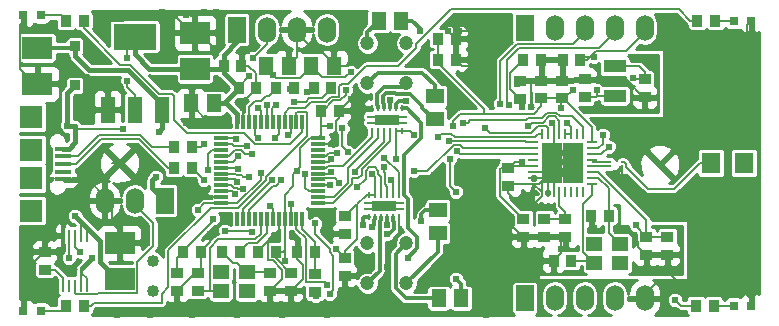
<source format=gbr>
%TF.GenerationSoftware,KiCad,Pcbnew,4.1.0-alpha+201605041001+6771~44~ubuntu15.10.1-product*%
%TF.CreationDate,2016-05-05T22:42:08+02:00*%
%TF.ProjectId,robot1,726F626F74312E6B696361645F706362,rev?*%
%TF.FileFunction,Copper,L1,Top,Signal*%
%FSLAX46Y46*%
G04 Gerber Fmt 4.6, Leading zero omitted, Abs format (unit mm)*
G04 Created by KiCad (PCBNEW 4.1.0-alpha+201605041001+6771~44~ubuntu15.10.1-product) date czw, 5 maj 2016, 22:42:08*
%MOMM*%
%LPD*%
G01*
G04 APERTURE LIST*
%ADD10C,0.100000*%
%ADD11R,0.899160X1.000760*%
%ADD12R,1.000760X0.899160*%
%ADD13R,1.300480X1.498600*%
%ADD14R,2.499360X1.950720*%
%ADD15R,0.797560X0.797560*%
%ADD16C,1.016000*%
%ADD17R,1.524000X2.199640*%
%ADD18O,1.524000X2.199640*%
%ADD19C,1.200000*%
%ADD20R,1.498600X1.300480*%
%ADD21R,1.600200X1.803400*%
%ADD22R,0.299720X1.300480*%
%ADD23R,1.300480X0.299720*%
%ADD24R,1.897380X1.897380*%
%ADD25R,1.348740X0.398780*%
%ADD26R,1.346200X0.398780*%
%ADD27R,0.250000X1.000000*%
%ADD28R,1.219200X2.235200*%
%ADD29R,3.600000X2.200000*%
%ADD30R,0.700000X0.250000*%
%ADD31R,0.250000X0.500000*%
%ADD32R,2.000000X0.900000*%
%ADD33R,0.848360X0.279400*%
%ADD34R,0.279400X0.848360*%
%ADD35R,1.724660X1.724660*%
%ADD36C,0.250000*%
%ADD37R,1.400000X1.200000*%
%ADD38R,1.900000X1.100000*%
%ADD39R,0.850900X0.850900*%
%ADD40C,0.609600*%
%ADD41C,0.152400*%
%ADD42C,0.406400*%
%ADD43C,0.304800*%
%ADD44C,0.254000*%
G04 APERTURE END LIST*
D10*
D11*
X163057840Y-136398000D03*
X161554160Y-136398000D03*
D12*
X156464000Y-139689840D03*
X156464000Y-138186160D03*
X162560000Y-138186160D03*
X162560000Y-139689840D03*
X164338000Y-138186160D03*
X164338000Y-139689840D03*
D13*
X162242500Y-120650000D03*
X164147500Y-120650000D03*
D11*
X158633160Y-120650000D03*
X160136840Y-120650000D03*
X159903160Y-122555000D03*
X161406840Y-122555000D03*
X155214320Y-136398000D03*
X156718000Y-136398000D03*
D12*
X154686000Y-138186160D03*
X154686000Y-139689840D03*
D13*
X157797500Y-123825000D03*
X155892500Y-123825000D03*
D11*
X166888160Y-124460000D03*
X168391840Y-124460000D03*
D13*
X166052500Y-120650000D03*
X167957500Y-120650000D03*
D14*
X149860000Y-135636000D03*
X149860000Y-138684000D03*
X142875000Y-122174000D03*
X142875000Y-119126000D03*
X156210000Y-117856000D03*
X156210000Y-120904000D03*
D11*
X178297840Y-120142000D03*
X176794160Y-120142000D03*
X178297840Y-118364000D03*
X176794160Y-118364000D03*
D12*
X168910000Y-134863840D03*
X168910000Y-133360160D03*
X168910000Y-138419840D03*
X168910000Y-136916160D03*
X184023000Y-133614160D03*
X184023000Y-135117840D03*
X182753000Y-129296160D03*
X182753000Y-130799840D03*
X185801000Y-133614160D03*
X185801000Y-135117840D03*
D11*
X185526680Y-120142000D03*
X184023000Y-120142000D03*
D12*
X183769000Y-121930160D03*
X183769000Y-123433840D03*
X187579000Y-133614160D03*
X187579000Y-135117840D03*
X185547000Y-121920000D03*
X185547000Y-123423680D03*
D11*
X188838840Y-120142000D03*
X187335160Y-120142000D03*
D12*
X187325000Y-123423680D03*
X187325000Y-121920000D03*
X196215000Y-135138160D03*
X196215000Y-136641840D03*
X194437000Y-135138160D03*
X194437000Y-136641840D03*
X189230000Y-123306840D03*
X189230000Y-121803160D03*
X194310000Y-121803160D03*
X194310000Y-123306840D03*
D11*
X191251840Y-133350000D03*
X189748160Y-133350000D03*
X188076840Y-137160000D03*
X186573160Y-137160000D03*
D15*
X143179300Y-116405000D03*
X141680700Y-116405000D03*
X143179300Y-141405000D03*
X141680700Y-141405000D03*
X201815700Y-140970000D03*
X203314300Y-140970000D03*
X201815700Y-116840000D03*
X203314300Y-116840000D03*
D16*
X152654000Y-139700000D03*
X152654000Y-137160000D03*
D17*
X159766000Y-117602000D03*
D18*
X162306000Y-117602000D03*
X164846000Y-117602000D03*
X167386000Y-117602000D03*
D17*
X153670000Y-132080000D03*
D18*
X151130000Y-132080000D03*
X148590000Y-132080000D03*
D19*
X174115000Y-118745000D03*
X174115000Y-122145000D03*
X170815000Y-122145000D03*
X170815000Y-118745000D03*
X170815000Y-139065000D03*
X170815000Y-135665000D03*
X174115000Y-135665000D03*
X174115000Y-139065000D03*
D11*
X145298160Y-116840000D03*
X146801840Y-116840000D03*
X145298160Y-140970000D03*
X146801840Y-140970000D03*
X200141840Y-140970000D03*
X198638160Y-140970000D03*
X200258680Y-116840000D03*
X198755000Y-116840000D03*
D12*
X166370000Y-138313160D03*
X166370000Y-139816840D03*
D11*
X160009840Y-136398000D03*
X158506160Y-136398000D03*
X166359840Y-136398000D03*
X164856160Y-136398000D03*
X154442160Y-127508000D03*
X155945840Y-127508000D03*
X154442160Y-129286000D03*
X155945840Y-129286000D03*
X164581840Y-122555000D03*
X163078160Y-122555000D03*
X166253160Y-122555000D03*
X167756840Y-122555000D03*
D12*
X143510000Y-137911840D03*
X143510000Y-136408160D03*
D13*
X173672500Y-116840000D03*
X171767500Y-116840000D03*
D20*
X176530000Y-125158500D03*
X176530000Y-123253500D03*
X176784000Y-132905500D03*
X176784000Y-134810500D03*
D13*
X178752500Y-140335000D03*
X176847500Y-140335000D03*
D21*
X202692000Y-128905000D03*
X199898000Y-128905000D03*
D22*
X161310320Y-133639560D03*
X161810700Y-133639560D03*
X162311080Y-133639560D03*
X162808920Y-133639560D03*
X163309300Y-133639560D03*
X159809180Y-133639560D03*
X160309560Y-133639560D03*
X160809940Y-133639560D03*
D23*
X166659560Y-132290820D03*
X166659560Y-131790440D03*
X166659560Y-131290060D03*
X166659560Y-130789680D03*
X166659560Y-130289300D03*
X166659560Y-129788920D03*
X166659560Y-129291080D03*
X166659560Y-128790700D03*
D22*
X165310820Y-125440440D03*
X164810440Y-125440440D03*
X164310060Y-125440440D03*
X163809680Y-125440440D03*
X163309300Y-125440440D03*
X162808920Y-125440440D03*
X162311080Y-125440440D03*
X161810700Y-125440440D03*
D23*
X158460440Y-126789180D03*
X158460440Y-127289560D03*
X158460440Y-127789940D03*
X158460440Y-128290320D03*
X158460440Y-128790700D03*
X158460440Y-129291080D03*
X158460440Y-129788920D03*
X158460440Y-130289300D03*
D22*
X163809680Y-133639560D03*
X164310060Y-133639560D03*
X164810440Y-133639560D03*
X165310820Y-133639560D03*
D23*
X166659560Y-128290320D03*
X166659560Y-127789940D03*
X166659560Y-127289560D03*
X166659560Y-126789180D03*
D22*
X161310320Y-125440440D03*
X160809940Y-125440440D03*
X160309560Y-125440440D03*
X159809180Y-125440440D03*
D23*
X158460440Y-130789680D03*
X158460440Y-131290060D03*
X158460440Y-131790440D03*
X158460440Y-132290820D03*
D24*
X142375000Y-127777240D03*
X142375000Y-130175000D03*
X142375000Y-132925820D03*
X142375000Y-125026420D03*
D25*
X145049620Y-127675640D03*
D26*
X145049620Y-128328420D03*
X145049620Y-128976120D03*
X145049620Y-129623820D03*
X145049620Y-130276600D03*
D27*
X147050000Y-135046900D03*
X146550000Y-135046900D03*
X146050000Y-135046900D03*
X145550000Y-135046900D03*
X145050000Y-135046900D03*
X145050000Y-139273100D03*
X145550000Y-139273100D03*
X146050000Y-139273100D03*
X146550000Y-139273100D03*
X147050000Y-139273100D03*
D28*
X148818600Y-124383800D03*
X151130000Y-124383800D03*
X153441400Y-124383800D03*
D29*
X151130000Y-118186000D03*
D30*
X171116000Y-125472000D03*
X171116000Y-124972000D03*
X173816000Y-124972000D03*
D31*
X173216000Y-126172000D03*
X171216000Y-124272000D03*
X173716000Y-126172000D03*
X171216000Y-126172000D03*
X171716000Y-126172000D03*
X172216000Y-126172000D03*
X172716000Y-126172000D03*
X173716000Y-124272000D03*
X173216000Y-124272000D03*
X172716000Y-124272000D03*
X172216000Y-124272000D03*
X171716000Y-124272000D03*
D30*
X173816000Y-125472000D03*
D32*
X172466000Y-125222000D03*
D30*
X173566000Y-132272000D03*
X173566000Y-132772000D03*
X170866000Y-132772000D03*
D31*
X171466000Y-131572000D03*
X173466000Y-133472000D03*
X170966000Y-131572000D03*
X173466000Y-131572000D03*
X172966000Y-131572000D03*
X172466000Y-131572000D03*
X171966000Y-131572000D03*
X170966000Y-133472000D03*
X171466000Y-133472000D03*
X171966000Y-133472000D03*
X172466000Y-133472000D03*
X172966000Y-133472000D03*
D30*
X170866000Y-132272000D03*
D32*
X172216000Y-132522000D03*
D33*
X184851040Y-127655320D03*
X184851040Y-128155700D03*
X184851040Y-128656080D03*
X184851040Y-129153920D03*
X184851040Y-130652520D03*
D34*
X185577480Y-131378960D03*
X186075320Y-131378960D03*
X186575700Y-131378960D03*
X187076080Y-131378960D03*
X187573920Y-131378960D03*
X188074300Y-131378960D03*
D33*
X184851040Y-127157480D03*
D35*
X186463940Y-129766060D03*
X186463940Y-128043940D03*
X188186060Y-128043940D03*
X188186060Y-129766060D03*
D34*
X188574680Y-131378960D03*
X189072520Y-131378960D03*
D33*
X189798960Y-130652520D03*
X189798960Y-130154680D03*
X189798960Y-129654300D03*
X189798960Y-129153920D03*
X189798960Y-128656080D03*
X189798960Y-128155700D03*
X189798960Y-127655320D03*
X189798960Y-127157480D03*
D34*
X189072520Y-126431040D03*
X188574680Y-126431040D03*
X188074300Y-126431040D03*
X187573920Y-126431040D03*
D33*
X184851040Y-129654300D03*
X184851040Y-130154680D03*
D34*
X187076080Y-126431040D03*
X186575700Y-126431040D03*
X186075320Y-126431040D03*
X185577480Y-126431040D03*
D36*
X192389000Y-129178000D03*
X191389000Y-129178000D03*
X192389000Y-128778000D03*
X191389000Y-128778000D03*
D37*
X158412000Y-139738000D03*
X160612000Y-139738000D03*
X158412000Y-138138000D03*
X160612000Y-138138000D03*
D38*
X191770000Y-123190000D03*
X191770000Y-120690000D03*
D37*
X190035000Y-137325000D03*
X192235000Y-137325000D03*
X190035000Y-135725000D03*
X192235000Y-135725000D03*
D17*
X184150000Y-117475000D03*
D18*
X186690000Y-117475000D03*
X189230000Y-117475000D03*
X191770000Y-117475000D03*
X194310000Y-117475000D03*
D17*
X184150000Y-140335000D03*
D18*
X186690000Y-140335000D03*
X189230000Y-140335000D03*
X191770000Y-140335000D03*
X194310000Y-140335000D03*
D39*
X146050000Y-118976140D03*
X146050000Y-122323860D03*
D40*
X193548000Y-134112000D03*
X167640000Y-125730000D03*
X169418000Y-121158000D03*
X168968433Y-122705337D03*
X164846000Y-129540000D03*
X161775468Y-129781314D03*
X168148000Y-136144000D03*
X163830000Y-137160000D03*
X171196000Y-129794000D03*
X173228000Y-128524000D03*
X178054000Y-125730000D03*
X174752000Y-126492000D03*
X162814000Y-121412000D03*
X160830249Y-121537138D03*
X187705990Y-125476000D03*
X183896000Y-128778000D03*
X189992000Y-119888000D03*
X188214000Y-122682000D03*
X187198000Y-124206000D03*
X156464000Y-132842000D03*
X157734000Y-133604000D03*
X150495000Y-120015000D03*
X150495000Y-121920000D03*
X192786000Y-130302000D03*
X197006228Y-131851410D03*
X198041129Y-131414627D03*
X193802000Y-131318000D03*
X195072000Y-132587994D03*
X198120000Y-132842000D03*
X197612000Y-127000000D03*
X192786000Y-127508000D03*
X195580000Y-125730000D03*
X153924000Y-117856000D03*
X157988000Y-116078000D03*
X156972000Y-116078000D03*
X155448000Y-116332000D03*
X156718000Y-125730000D03*
X155448000Y-125476000D03*
X149098000Y-122174000D03*
X148336000Y-116840000D03*
X150622000Y-116332000D03*
X153416000Y-116078000D03*
X143510000Y-134874000D03*
X141732000Y-135128000D03*
X141732000Y-136906000D03*
X142240000Y-139192000D03*
X143510000Y-139954000D03*
X148336000Y-141478000D03*
X149606000Y-141732000D03*
X152400000Y-141732000D03*
X155956000Y-141732000D03*
X159766000Y-141732000D03*
X163576000Y-141732000D03*
X167386000Y-141732000D03*
X178054000Y-136398000D03*
X179070000Y-137414000D03*
X180340000Y-138938000D03*
X181864000Y-140208000D03*
X180594000Y-140208000D03*
X180848000Y-141732000D03*
X175260000Y-141478000D03*
X174244000Y-140970000D03*
X172466000Y-141478000D03*
X171196000Y-140716000D03*
X169418000Y-140970000D03*
X176720519Y-121475481D03*
X178562000Y-123952000D03*
X181102000Y-123698000D03*
X180340000Y-122682000D03*
X179324000Y-121920000D03*
X182372000Y-136144000D03*
X181610000Y-135128000D03*
X180848000Y-134112000D03*
X179832000Y-133096000D03*
X179578000Y-131572000D03*
X179578000Y-129794000D03*
X180848000Y-129032000D03*
X180848000Y-130302000D03*
X181102000Y-132080000D03*
X202184000Y-138176000D03*
X198882000Y-137414000D03*
X200914000Y-137160000D03*
X203200000Y-137160000D03*
X203200000Y-135382000D03*
X200914000Y-135382000D03*
X198882000Y-134620000D03*
X200152000Y-133350000D03*
X202946000Y-133350000D03*
X202946000Y-131572000D03*
X199898000Y-131572000D03*
X193802000Y-126746000D03*
X197866000Y-125984000D03*
X201168000Y-125730000D03*
X203708000Y-125984000D03*
X203708000Y-124460000D03*
X201168000Y-124206000D03*
X197866000Y-124206000D03*
X197866000Y-122682000D03*
X201168000Y-122682000D03*
X203708000Y-122682000D03*
X203708000Y-121158000D03*
X201168000Y-121158000D03*
X197866000Y-121412000D03*
X197866000Y-119888000D03*
X201168000Y-119888000D03*
X203708000Y-119888000D03*
X168706812Y-139700000D03*
X157734004Y-119126000D03*
X172466000Y-137668000D03*
X169672006Y-120142000D03*
X167741610Y-134874000D03*
X185420000Y-137134590D03*
X177661667Y-117678221D03*
X178562000Y-117678221D03*
X179578000Y-117678221D03*
X160274000Y-124206000D03*
X158496000Y-125476000D03*
X169418000Y-123444000D03*
X183464221Y-122171375D03*
X182626000Y-133350000D03*
X183388006Y-132080000D03*
X184658000Y-124180590D03*
X186436000Y-125476000D03*
X180594000Y-119634000D03*
X179578000Y-119634000D03*
X179578000Y-118618000D03*
X179832000Y-120650000D03*
X187960000Y-129540000D03*
X187198000Y-129540000D03*
X186436000Y-129540000D03*
X186436000Y-128778000D03*
X187198000Y-128778000D03*
X187960000Y-128778000D03*
X187960000Y-128016000D03*
X187198000Y-128016000D03*
X186436046Y-128016000D03*
X184150000Y-136398000D03*
X185166000Y-136398000D03*
X184912000Y-132334000D03*
X184404000Y-131572000D03*
X187198000Y-136144000D03*
X189992000Y-134366000D03*
X192532000Y-134366000D03*
X200406000Y-139446000D03*
X197104000Y-138938000D03*
X202946000Y-118110000D03*
X157480000Y-134874000D03*
X153670000Y-134620000D03*
X152146000Y-135636000D03*
X147320000Y-125095000D03*
X144780000Y-133350000D03*
X160655000Y-119380000D03*
X150114006Y-125984000D03*
X162282335Y-124017526D03*
X146050000Y-133350000D03*
X145415000Y-125730000D03*
X184434447Y-125782225D03*
X183896000Y-124180590D03*
X190754000Y-126492000D03*
X190246000Y-122682000D03*
X193294000Y-121666000D03*
X191262000Y-127508000D03*
X161037126Y-134772390D03*
X162560066Y-132542988D03*
X158750000Y-134620000D03*
X164260038Y-122659495D03*
X161135058Y-120015000D03*
X165732629Y-122910590D03*
X152908000Y-130048000D03*
X153162000Y-126238000D03*
X166451564Y-140131779D03*
X147531711Y-136948289D03*
X174243982Y-136906000D03*
X170434000Y-134116913D03*
X172729289Y-123545610D03*
X172466132Y-134934268D03*
X168706811Y-125958590D03*
X169164000Y-127939843D03*
X164094967Y-126527364D03*
X177800000Y-128524000D03*
X178308000Y-131318000D03*
X196850000Y-140462000D03*
X156972000Y-127254000D03*
X161544000Y-124206000D03*
X161544000Y-126746000D03*
X156972000Y-130302000D03*
X164571893Y-123723378D03*
X159666964Y-126852691D03*
X174119503Y-123659411D03*
X175260000Y-117678221D03*
X171218557Y-134311348D03*
X175395449Y-133781841D03*
X172469399Y-134172263D03*
X178308000Y-138684000D03*
X165552108Y-129851079D03*
X174752000Y-129540004D03*
X169974463Y-130916425D03*
X167661323Y-130735161D03*
X172810458Y-130319685D03*
X168401964Y-130556000D03*
X167760835Y-129659288D03*
X169804797Y-129652731D03*
X172186590Y-129215371D03*
X167754778Y-128592476D03*
X160608229Y-127481674D03*
X178877945Y-125478510D03*
X178369004Y-127862508D03*
X157352996Y-129522404D03*
X161028113Y-128117566D03*
X176784000Y-126715528D03*
X159885415Y-128303011D03*
X177689003Y-126998718D03*
X159902501Y-129369822D03*
X180763292Y-125899286D03*
X167640000Y-139953998D03*
X146469593Y-136398944D03*
X164343090Y-132334000D03*
X166390812Y-134010390D03*
X167386000Y-139192000D03*
X145542000Y-136906000D03*
X172238056Y-128454796D03*
X168278529Y-128038990D03*
X162773674Y-130299043D03*
X182060250Y-123886011D03*
X163533791Y-130352755D03*
X182818375Y-123962875D03*
X163028155Y-126747529D03*
X163068000Y-123952000D03*
X160756590Y-130048000D03*
X159766000Y-130484532D03*
X160267977Y-131077667D03*
X159583063Y-131551344D03*
D41*
X176794160Y-120142000D02*
X176794160Y-120406160D01*
X176794160Y-120406160D02*
X180713371Y-124325371D01*
X180713371Y-124325371D02*
X180713371Y-124713991D01*
D42*
X158633160Y-120650000D02*
X158633160Y-119712234D01*
X159766000Y-118579394D02*
X159766000Y-117602000D01*
X158633160Y-119712234D02*
X159766000Y-118579394D01*
D41*
X193548000Y-134112000D02*
X193548000Y-134249160D01*
X193548000Y-134249160D02*
X194437000Y-135138160D01*
X194437000Y-135138160D02*
X194437000Y-133715760D01*
X194437000Y-133715760D02*
X190375540Y-129654300D01*
X190375540Y-129654300D02*
X189798960Y-129654300D01*
X166888160Y-124460000D02*
X166888160Y-125730000D01*
X166888160Y-125730000D02*
X166888160Y-126560580D01*
X167640000Y-125730000D02*
X166888160Y-125730000D01*
X169418000Y-121158000D02*
X168948099Y-121627901D01*
X168948099Y-121627901D02*
X166931341Y-121627901D01*
X166931341Y-121627901D02*
X166052500Y-120749060D01*
X166052500Y-120749060D02*
X166052500Y-120650000D01*
X167030398Y-124460000D02*
X167901606Y-123588792D01*
X167901606Y-123588792D02*
X168516030Y-123588792D01*
X168968433Y-123136389D02*
X168968433Y-122705337D01*
X166888160Y-124460000D02*
X167030398Y-124460000D01*
X168516030Y-123588792D02*
X168968433Y-123136389D01*
X164846000Y-129540000D02*
X165150799Y-129235201D01*
X165150799Y-129235201D02*
X165150799Y-127586739D01*
X165150799Y-127586739D02*
X165948358Y-126789180D01*
X165948358Y-126789180D02*
X166659560Y-126789180D01*
X163809680Y-131592320D02*
X163809680Y-133639560D01*
X164541201Y-130860799D02*
X163809680Y-131592320D01*
X164846000Y-129540000D02*
X164541201Y-129844799D01*
X164541201Y-129844799D02*
X164541201Y-130860799D01*
X161775468Y-130324532D02*
X161775468Y-129781314D01*
X159809180Y-132290820D02*
X161775468Y-130324532D01*
X158460440Y-132290820D02*
X159809180Y-132290820D01*
X168148000Y-136144000D02*
X168148000Y-136154160D01*
X168148000Y-136154160D02*
X168910000Y-136916160D01*
X163809680Y-136248140D02*
X163809680Y-137139680D01*
X163809680Y-137139680D02*
X163830000Y-137160000D01*
X171466000Y-131572000D02*
X171466000Y-130064000D01*
X171466000Y-130064000D02*
X171196000Y-129794000D01*
X173216000Y-126172000D02*
X173216000Y-128512000D01*
X173216000Y-128512000D02*
X173228000Y-128524000D01*
X178054000Y-125730000D02*
X178054000Y-125298948D01*
X178054000Y-125298948D02*
X178638957Y-124713991D01*
X178638957Y-124713991D02*
X180713371Y-124713991D01*
X173716000Y-126172000D02*
X174432000Y-126172000D01*
X174432000Y-126172000D02*
X174752000Y-126492000D01*
X173716000Y-126172000D02*
X173216000Y-126172000D01*
X169900599Y-132420361D02*
X169926000Y-132394960D01*
X169900599Y-135323581D02*
X169900599Y-132420361D01*
X168910000Y-136314180D02*
X169900599Y-135323581D01*
X168910000Y-136916160D02*
X168910000Y-136314180D01*
X163809680Y-133639560D02*
X163809680Y-136248140D01*
X163809680Y-136248140D02*
X163659820Y-136398000D01*
X163659820Y-136398000D02*
X163057840Y-136398000D01*
X163118799Y-121716799D02*
X162814000Y-121412000D01*
X166052500Y-120749060D02*
X165084761Y-121716799D01*
X165084761Y-121716799D02*
X163118799Y-121716799D01*
X162814000Y-121412000D02*
X162814000Y-121221500D01*
X162814000Y-121221500D02*
X162242500Y-120650000D01*
X159903160Y-122555000D02*
X159903160Y-122464227D01*
X159903160Y-122464227D02*
X160830249Y-121537138D01*
X166888160Y-126560580D02*
X166659560Y-126789180D01*
X190152009Y-119430811D02*
X192692009Y-119430811D01*
X188838840Y-120142000D02*
X189440820Y-120142000D01*
X189440820Y-120142000D02*
X190152009Y-119430811D01*
X192692009Y-119430811D02*
X194310000Y-117812820D01*
X194310000Y-117812820D02*
X194310000Y-117475000D01*
X182753000Y-129296160D02*
X182100220Y-129296160D01*
X182100220Y-129296160D02*
X182024019Y-129372361D01*
X182024019Y-131665979D02*
X183972200Y-133614160D01*
X182024019Y-129372361D02*
X182024019Y-131665979D01*
X183972200Y-133614160D02*
X184023000Y-133614160D01*
X184914033Y-124713991D02*
X185547000Y-124081024D01*
X180713371Y-124713991D02*
X184914033Y-124713991D01*
X185547000Y-124081024D02*
X185547000Y-123423680D01*
X188074300Y-125844310D02*
X187705990Y-125476000D01*
X188074300Y-126431040D02*
X188074300Y-125844310D01*
X183896000Y-128778000D02*
X183271160Y-128778000D01*
X183271160Y-128778000D02*
X182753000Y-129296160D01*
X189992000Y-119888000D02*
X189092840Y-119888000D01*
X189092840Y-119888000D02*
X188838840Y-120142000D01*
X187325000Y-123423680D02*
X187472320Y-123423680D01*
X187472320Y-123423680D02*
X188214000Y-122682000D01*
X187198000Y-124206000D02*
X187198000Y-123550680D01*
X187198000Y-123550680D02*
X187325000Y-123423680D01*
X189798960Y-127157480D02*
X189798960Y-125846840D01*
X189798960Y-125846840D02*
X187375800Y-123423680D01*
X187375800Y-123423680D02*
X187325000Y-123423680D01*
X187573920Y-126431040D02*
X188074300Y-126431040D01*
X168960800Y-133360160D02*
X169926000Y-132394960D01*
X169926000Y-132394960D02*
X170748960Y-131572000D01*
X168910000Y-133360160D02*
X168960800Y-133360160D01*
X170748960Y-131572000D02*
X170966000Y-131572000D01*
X176794160Y-118364000D02*
X176794160Y-120142000D01*
X185547000Y-123423680D02*
X187325000Y-123423680D01*
X184851040Y-129153920D02*
X182895240Y-129153920D01*
X182895240Y-129153920D02*
X182753000Y-129296160D01*
X196215000Y-135138160D02*
X194437000Y-135138160D01*
X171466000Y-131572000D02*
X170966000Y-131572000D01*
X163057840Y-136398000D02*
X163057840Y-136956800D01*
X163057840Y-136956800D02*
X164287200Y-138186160D01*
X164287200Y-138186160D02*
X164338000Y-138186160D01*
X156464000Y-132842000D02*
X157015180Y-132290820D01*
X157015180Y-132290820D02*
X158460440Y-132290820D01*
X155214320Y-136398000D02*
X155214320Y-136347200D01*
X155214320Y-136347200D02*
X157734000Y-133827520D01*
X157734000Y-133827520D02*
X157734000Y-133604000D01*
X154686000Y-138186160D02*
X154686000Y-136926320D01*
X154686000Y-136926320D02*
X155214320Y-136398000D01*
D42*
X157797500Y-123825000D02*
X158854140Y-123825000D01*
X158854140Y-123825000D02*
X159804099Y-124774959D01*
X159804099Y-124774959D02*
X159804099Y-125440440D01*
X157797500Y-123825000D02*
X158633160Y-123825000D01*
X158633160Y-123825000D02*
X159903160Y-122555000D01*
X158633160Y-120650000D02*
X158633160Y-121285000D01*
X158633160Y-121285000D02*
X159903160Y-122555000D01*
X156210000Y-120904000D02*
X158379160Y-120904000D01*
X158379160Y-120904000D02*
X158633160Y-120650000D01*
X151130000Y-118186000D02*
X151130000Y-119692400D01*
X151130000Y-119692400D02*
X152341600Y-120904000D01*
X152341600Y-120904000D02*
X156210000Y-120904000D01*
D41*
X150495000Y-120015000D02*
X150495000Y-118821000D01*
X150495000Y-118821000D02*
X151130000Y-118186000D01*
X151130000Y-124383800D02*
X151130000Y-123113800D01*
X150495000Y-122478800D02*
X150495000Y-121920000D01*
X151130000Y-123113800D02*
X150495000Y-122478800D01*
X197612000Y-127000000D02*
X195580000Y-129032000D01*
X192389000Y-129905000D02*
X192481201Y-129997201D01*
X192389000Y-129178000D02*
X192389000Y-129905000D01*
X192481201Y-129997201D02*
X192786000Y-130302000D01*
X197437280Y-131851410D02*
X197006228Y-131851410D01*
X197604346Y-131851410D02*
X197437280Y-131851410D01*
X198041129Y-131414627D02*
X197604346Y-131851410D01*
X193802006Y-131318000D02*
X193802000Y-131318000D01*
X195072000Y-132587994D02*
X193802006Y-131318000D01*
X199390000Y-131572000D02*
X198424799Y-132537201D01*
X198424799Y-132537201D02*
X198120000Y-132842000D01*
X199898000Y-131572000D02*
X199390000Y-131572000D01*
X197180948Y-127000000D02*
X197612000Y-127000000D01*
X193294000Y-127000000D02*
X197180948Y-127000000D01*
X192786000Y-127508000D02*
X193294000Y-127000000D01*
X195275201Y-126034799D02*
X195580000Y-125730000D01*
X194564000Y-126746000D02*
X195275201Y-126034799D01*
X193802000Y-126746000D02*
X194564000Y-126746000D01*
X156499560Y-131790440D02*
X158460440Y-131790440D01*
X153924000Y-117856000D02*
X156210000Y-117856000D01*
X156972000Y-116078000D02*
X157988000Y-116078000D01*
X156210000Y-117856000D02*
X156210000Y-116728240D01*
X156210000Y-116728240D02*
X155813760Y-116332000D01*
X155813760Y-116332000D02*
X155448000Y-116332000D01*
X156718000Y-125730000D02*
X158242000Y-125730000D01*
X158242000Y-125730000D02*
X158496000Y-125476000D01*
X155892500Y-123825000D02*
X155892500Y-125031500D01*
X155892500Y-125031500D02*
X155448000Y-125476000D01*
X149098000Y-122174000D02*
X148793201Y-122478799D01*
X148793201Y-122478799D02*
X148793201Y-123088401D01*
X148793201Y-123088401D02*
X148818600Y-123113800D01*
X150622000Y-116332000D02*
X150114000Y-116840000D01*
X150114000Y-116840000D02*
X148336000Y-116840000D01*
X156210000Y-117856000D02*
X155935680Y-117856000D01*
X155935680Y-117856000D02*
X154157680Y-116078000D01*
X154157680Y-116078000D02*
X153416000Y-116078000D01*
X143510000Y-134874000D02*
X144780000Y-133604000D01*
X144780000Y-133604000D02*
X144780000Y-133350000D01*
X141732000Y-136906000D02*
X141732000Y-135128000D01*
X143510000Y-139954000D02*
X143002000Y-139954000D01*
X143002000Y-139954000D02*
X142240000Y-139192000D01*
X149606000Y-141732000D02*
X148590000Y-141732000D01*
X148590000Y-141732000D02*
X148336000Y-141478000D01*
X155956000Y-141732000D02*
X152400000Y-141732000D01*
X163576000Y-141732000D02*
X159766000Y-141732000D01*
X169418000Y-140970000D02*
X168148000Y-140970000D01*
X168148000Y-140970000D02*
X167386000Y-141732000D01*
X178054000Y-136398000D02*
X180340000Y-134112000D01*
X180340000Y-134112000D02*
X180848000Y-134112000D01*
X180340000Y-138938000D02*
X179070000Y-137668000D01*
X179070000Y-137668000D02*
X179070000Y-137414000D01*
X180594000Y-140208000D02*
X181864000Y-140208000D01*
X175260000Y-141478000D02*
X180594000Y-141478000D01*
X180594000Y-141478000D02*
X180848000Y-141732000D01*
X172466000Y-141478000D02*
X173736000Y-141478000D01*
X173736000Y-141478000D02*
X174244000Y-140970000D01*
X169418000Y-140970000D02*
X170942000Y-140970000D01*
X170942000Y-140970000D02*
X171196000Y-140716000D01*
X178562000Y-123952000D02*
X178562000Y-123316962D01*
X178562000Y-123316962D02*
X176720519Y-121475481D01*
X180340000Y-122682000D02*
X180340000Y-122936000D01*
X180340000Y-122936000D02*
X181102000Y-123698000D01*
X179832000Y-120650000D02*
X179832000Y-121412000D01*
X179832000Y-121412000D02*
X179324000Y-121920000D01*
X182372000Y-136144000D02*
X183896000Y-136144000D01*
X183896000Y-136144000D02*
X184150000Y-136398000D01*
X180848000Y-134112000D02*
X180848000Y-134366000D01*
X180848000Y-134366000D02*
X181610000Y-135128000D01*
X179578000Y-131572000D02*
X179578000Y-132842000D01*
X179578000Y-132842000D02*
X179832000Y-133096000D01*
X180848000Y-129032000D02*
X180340000Y-129032000D01*
X180340000Y-129032000D02*
X179578000Y-129794000D01*
X181102000Y-132080000D02*
X181102000Y-130556000D01*
X181102000Y-130556000D02*
X180848000Y-130302000D01*
X198882000Y-137414000D02*
X199644000Y-138176000D01*
X199644000Y-138176000D02*
X202184000Y-138176000D01*
X203200000Y-137160000D02*
X200914000Y-137160000D01*
X200914000Y-135382000D02*
X203200000Y-135382000D01*
X200152000Y-133350000D02*
X198882000Y-134620000D01*
X202946000Y-131572000D02*
X202946000Y-133350000D01*
X201168000Y-125730000D02*
X198120000Y-125730000D01*
X198120000Y-125730000D02*
X197866000Y-125984000D01*
X203708000Y-124460000D02*
X203708000Y-125984000D01*
X197866000Y-124206000D02*
X201168000Y-124206000D01*
X201168000Y-122682000D02*
X197866000Y-122682000D01*
X203708000Y-121158000D02*
X203708000Y-122682000D01*
X197866000Y-121412000D02*
X200914000Y-121412000D01*
X200914000Y-121412000D02*
X201168000Y-121158000D01*
X201168000Y-119888000D02*
X197866000Y-119888000D01*
X202946000Y-118110000D02*
X202946000Y-119126000D01*
X202946000Y-119126000D02*
X203708000Y-119888000D01*
X168910000Y-139496812D02*
X168706812Y-139700000D01*
X168910000Y-138419840D02*
X168910000Y-139496812D01*
X189230000Y-121803160D02*
X192669160Y-121803160D01*
X192669160Y-121803160D02*
X194172840Y-123306840D01*
X194172840Y-123306840D02*
X194310000Y-123306840D01*
X156484320Y-117856000D02*
X157734004Y-119105684D01*
X156210000Y-117856000D02*
X156484320Y-117856000D01*
X157734004Y-119105684D02*
X157734004Y-119126000D01*
X173466000Y-133472000D02*
X173466000Y-135087670D01*
X173466000Y-135087670D02*
X172466000Y-136087670D01*
X172466000Y-136087670D02*
X172466000Y-137668000D01*
X185577480Y-131378960D02*
X185577480Y-130398520D01*
X185577480Y-130398520D02*
X186436000Y-129540000D01*
X186075320Y-131378960D02*
X186075320Y-130154680D01*
X186075320Y-130154680D02*
X186463940Y-129766060D01*
X184851040Y-130652520D02*
X185323480Y-130652520D01*
X185323480Y-130652520D02*
X186131201Y-129844799D01*
X186131201Y-129844799D02*
X186436000Y-129540000D01*
X184851040Y-130154680D02*
X185821320Y-130154680D01*
X185821320Y-130154680D02*
X186436000Y-129540000D01*
X184851040Y-129654300D02*
X186321700Y-129654300D01*
X186321700Y-129654300D02*
X186436000Y-129540000D01*
X168173401Y-125331219D02*
X168173401Y-126578359D01*
X168173401Y-126578359D02*
X167462200Y-127289560D01*
X168391840Y-125112780D02*
X168173401Y-125331219D01*
X167462200Y-127289560D02*
X166659560Y-127289560D01*
X168391840Y-124460000D02*
X168391840Y-125112780D01*
X169164006Y-120650000D02*
X169672006Y-120142000D01*
X167957500Y-120650000D02*
X169164006Y-120650000D01*
X163609019Y-137939045D02*
X163609019Y-138691621D01*
X163609019Y-138691621D02*
X162610800Y-139689840D01*
X162610800Y-139689840D02*
X162560000Y-139689840D01*
X164856160Y-136398000D02*
X164838927Y-136380767D01*
X163309300Y-134592060D02*
X162379659Y-135521701D01*
X164838927Y-136380767D02*
X164838927Y-136296409D01*
X164838927Y-136296409D02*
X165143726Y-135991610D01*
X167751770Y-134863840D02*
X167741610Y-134874000D01*
X162379659Y-137081261D02*
X162425379Y-137126981D01*
X162379659Y-135521701D02*
X162379659Y-137081261D01*
X168910000Y-134863840D02*
X167751770Y-134863840D01*
X162796955Y-137126981D02*
X163609019Y-137939045D01*
X162425379Y-137126981D02*
X162796955Y-137126981D01*
X185166000Y-136880590D02*
X185420000Y-137134590D01*
X185166000Y-136398000D02*
X185166000Y-136880590D01*
X186573160Y-137160000D02*
X185445410Y-137160000D01*
X185445410Y-137160000D02*
X185420000Y-137134590D01*
X177662861Y-117678221D02*
X177661667Y-117678221D01*
X178297840Y-118364000D02*
X178297840Y-118313200D01*
X179578000Y-117678221D02*
X178562000Y-117678221D01*
X178297840Y-118313200D02*
X177662861Y-117678221D01*
X161406840Y-121902220D02*
X161406840Y-122555000D01*
X161363659Y-121274839D02*
X161363659Y-121859039D01*
X160738820Y-120650000D02*
X161363659Y-121274839D01*
X160136840Y-120650000D02*
X160738820Y-120650000D01*
X161363659Y-121859039D02*
X161406840Y-121902220D01*
X161406840Y-122555000D02*
X161406840Y-122605800D01*
X160274000Y-123738640D02*
X160274000Y-124206000D01*
X161406840Y-122605800D02*
X160274000Y-123738640D01*
X160274000Y-124206000D02*
X160274000Y-125404880D01*
X160274000Y-125404880D02*
X160309560Y-125440440D01*
X155892500Y-123825000D02*
X155892500Y-123924060D01*
X155892500Y-123924060D02*
X157444440Y-125476000D01*
X157444440Y-125476000D02*
X158496000Y-125476000D01*
X168391840Y-124460000D02*
X168402000Y-124460000D01*
X168402000Y-124460000D02*
X169418000Y-123444000D01*
X168391840Y-124460000D02*
X171028000Y-124460000D01*
X171028000Y-124460000D02*
X171216000Y-124272000D01*
X183527785Y-122171375D02*
X183464221Y-122171375D01*
X183769000Y-121930160D02*
X183527785Y-122171375D01*
X184023000Y-135117840D02*
X183972200Y-135117840D01*
X183972200Y-135117840D02*
X182626000Y-133771640D01*
X182626000Y-133771640D02*
X182626000Y-133350000D01*
X182753000Y-131444994D02*
X183388006Y-132080000D01*
X182753000Y-130799840D02*
X182753000Y-131444994D01*
X184658000Y-121930160D02*
X184658000Y-124180590D01*
X183769000Y-121930160D02*
X184658000Y-121930160D01*
X184658000Y-121930160D02*
X185536840Y-121930160D01*
X186575700Y-125615700D02*
X186436000Y-125476000D01*
X186575700Y-126431040D02*
X186575700Y-125615700D01*
X196265800Y-136641840D02*
X196215000Y-136641840D01*
X179578000Y-119634000D02*
X180594000Y-119634000D01*
X178297840Y-118364000D02*
X179324000Y-118364000D01*
X179324000Y-118364000D02*
X179578000Y-118618000D01*
X178297840Y-118364000D02*
X178297840Y-120142000D01*
X179832000Y-120650000D02*
X178805840Y-120650000D01*
X178805840Y-120650000D02*
X178297840Y-120142000D01*
X187325000Y-121920000D02*
X185547000Y-121920000D01*
X187325000Y-121920000D02*
X189113160Y-121920000D01*
X189113160Y-121920000D02*
X189230000Y-121803160D01*
X187335160Y-120142000D02*
X187335160Y-121909840D01*
X187335160Y-121909840D02*
X187325000Y-121920000D01*
X185526680Y-120142000D02*
X187335160Y-120142000D01*
X185547000Y-121920000D02*
X185547000Y-120162320D01*
X185547000Y-120162320D02*
X185526680Y-120142000D01*
X185536840Y-121930160D02*
X185547000Y-121920000D01*
X186575700Y-127876346D02*
X186436046Y-128016000D01*
X186575700Y-126431040D02*
X186575700Y-127876346D01*
X186436046Y-128016046D02*
X186436046Y-128016000D01*
X186463940Y-128043940D02*
X186436046Y-128016046D01*
X186463940Y-129766060D02*
X186463940Y-128043940D01*
X188186060Y-128043940D02*
X186463940Y-128043940D01*
X184150000Y-136398000D02*
X184150000Y-135244840D01*
X184150000Y-135244840D02*
X184023000Y-135117840D01*
X188186060Y-129766060D02*
X188186060Y-128043940D01*
X186463940Y-129766060D02*
X188186060Y-129766060D01*
X186575700Y-131378960D02*
X186575700Y-129877820D01*
X186575700Y-129877820D02*
X186463940Y-129766060D01*
X185577480Y-131378960D02*
X185577480Y-131668520D01*
X185577480Y-131668520D02*
X184912000Y-132334000D01*
X184851040Y-130652520D02*
X184851040Y-131124960D01*
X184851040Y-131124960D02*
X184404000Y-131572000D01*
X184851040Y-130652520D02*
X182900320Y-130652520D01*
X182900320Y-130652520D02*
X182753000Y-130799840D01*
X185577480Y-131378960D02*
X184851040Y-130652520D01*
X187198000Y-136144000D02*
X187198000Y-136535160D01*
X187198000Y-136535160D02*
X186573160Y-137160000D01*
X185801000Y-135117840D02*
X184023000Y-135117840D01*
X187579000Y-135117840D02*
X185801000Y-135117840D01*
X187198000Y-136144000D02*
X187198000Y-135498840D01*
X187198000Y-135498840D02*
X187579000Y-135117840D01*
X189992000Y-134366000D02*
X189992000Y-133593840D01*
X189992000Y-133593840D02*
X189748160Y-133350000D01*
X194437000Y-136641840D02*
X194386200Y-136641840D01*
X194386200Y-136641840D02*
X193708019Y-135963659D01*
X193708019Y-135963659D02*
X193708019Y-135542019D01*
X193708019Y-135542019D02*
X192532000Y-134366000D01*
X197104000Y-138938000D02*
X195369180Y-138938000D01*
X195369180Y-138938000D02*
X194310000Y-139997180D01*
X194310000Y-139997180D02*
X194310000Y-140335000D01*
X200406000Y-139446000D02*
X202341480Y-139446000D01*
X202341480Y-139446000D02*
X203314300Y-140418820D01*
X203314300Y-140418820D02*
X203314300Y-140970000D01*
X196215000Y-136641840D02*
X196215000Y-138049000D01*
X196215000Y-138049000D02*
X197104000Y-138938000D01*
X196215000Y-136641840D02*
X194437000Y-136641840D01*
X202946000Y-118110000D02*
X202946000Y-117208300D01*
X202946000Y-117208300D02*
X203314300Y-116840000D01*
X194310000Y-123306840D02*
X194360800Y-123306840D01*
X164856160Y-137050780D02*
X164856160Y-136398000D01*
X165336208Y-137530828D02*
X164856160Y-137050780D01*
X165336208Y-138742432D02*
X165336208Y-137530828D01*
X164388800Y-139689840D02*
X165336208Y-138742432D01*
X164338000Y-139689840D02*
X164388800Y-139689840D01*
X156718000Y-136398000D02*
X156718000Y-136347200D01*
X156718000Y-136347200D02*
X157480000Y-135585200D01*
X157480000Y-135585200D02*
X157480000Y-134874000D01*
X153670000Y-134620000D02*
X156499560Y-131790440D01*
X149860000Y-135636000D02*
X152146000Y-135636000D01*
X161554160Y-136398000D02*
X161554160Y-136347200D01*
X161554160Y-136347200D02*
X163309300Y-134592060D01*
X163309300Y-134592060D02*
X163309300Y-133639560D01*
X162560000Y-139689840D02*
X164338000Y-139689840D01*
X156718000Y-136398000D02*
X156718000Y-137932160D01*
X156718000Y-137932160D02*
X156464000Y-138186160D01*
X154686000Y-139689840D02*
X154736800Y-139689840D01*
X154736800Y-139689840D02*
X156240480Y-138186160D01*
X156240480Y-138186160D02*
X156464000Y-138186160D01*
X148818600Y-124383800D02*
X148031200Y-124383800D01*
X148031200Y-124383800D02*
X147320000Y-125095000D01*
X145050000Y-135046900D02*
X145050000Y-133620000D01*
X145050000Y-133620000D02*
X144780000Y-133350000D01*
X143510000Y-136408160D02*
X143510000Y-135806180D01*
X143510000Y-135806180D02*
X144269280Y-135046900D01*
X144269280Y-135046900D02*
X145050000Y-135046900D01*
X149860000Y-135636000D02*
X149860000Y-134620000D01*
X149860000Y-134620000D02*
X149225000Y-133985000D01*
X149225000Y-133985000D02*
X149225000Y-132715000D01*
X149225000Y-132715000D02*
X148590000Y-132080000D01*
X141680700Y-141405000D02*
X141680700Y-138186660D01*
X141680700Y-138186660D02*
X143459200Y-136408160D01*
X143459200Y-136408160D02*
X143510000Y-136408160D01*
X164846000Y-117602000D02*
X164846000Y-117939820D01*
X164846000Y-117939820D02*
X165760400Y-118854220D01*
X165760400Y-118854220D02*
X166260780Y-118854220D01*
X166260780Y-118854220D02*
X167957500Y-120550940D01*
X167957500Y-120550940D02*
X167957500Y-120650000D01*
X164846000Y-117602000D02*
X164846000Y-119951500D01*
X164846000Y-119951500D02*
X164147500Y-120650000D01*
X160136840Y-120650000D02*
X160136840Y-119898160D01*
X160136840Y-119898160D02*
X160655000Y-119380000D01*
X145049620Y-130276600D02*
X147124420Y-130276600D01*
X147124420Y-130276600D02*
X148590000Y-131742180D01*
X148590000Y-131742180D02*
X148590000Y-132080000D01*
X142875000Y-122174000D02*
X144579338Y-122174000D01*
X144579338Y-122174000D02*
X145309578Y-121443760D01*
X145309578Y-121443760D02*
X147148560Y-121443760D01*
X147148560Y-121443760D02*
X148818600Y-123113800D01*
X148818600Y-123113800D02*
X148818600Y-124383800D01*
X142875000Y-122174000D02*
X142600680Y-122174000D01*
X142600680Y-122174000D02*
X141396719Y-120970039D01*
X141396719Y-120970039D02*
X141396719Y-117240161D01*
X141396719Y-117240161D02*
X141680700Y-116956180D01*
X141680700Y-116956180D02*
X141680700Y-116405000D01*
X149225000Y-128905000D02*
X149826980Y-128905000D01*
X158178510Y-135364208D02*
X157480000Y-136062718D01*
X161335228Y-135364208D02*
X158178510Y-135364208D01*
X161810700Y-134888736D02*
X161335228Y-135364208D01*
X161810700Y-133639560D02*
X161810700Y-134888736D01*
X157480000Y-136062718D02*
X157480000Y-139738000D01*
X158412000Y-139738000D02*
X157480000Y-139738000D01*
X157480000Y-139738000D02*
X156512160Y-139738000D01*
X156512160Y-139738000D02*
X156464000Y-139689840D01*
X160612000Y-138138000D02*
X160512000Y-138138000D01*
X159442960Y-137385600D02*
X158506160Y-136448800D01*
X160512000Y-138138000D02*
X159759600Y-137385600D01*
X159759600Y-137385600D02*
X159442960Y-137385600D01*
X158506160Y-136448800D02*
X158506160Y-136398000D01*
X160612000Y-138138000D02*
X162511840Y-138138000D01*
X162511840Y-138138000D02*
X162560000Y-138186160D01*
X146050000Y-125730000D02*
X146304000Y-125984000D01*
X146304000Y-125984000D02*
X149682954Y-125984000D01*
X149682954Y-125984000D02*
X150114006Y-125984000D01*
D42*
X145415000Y-125730000D02*
X145415000Y-122958860D01*
X145415000Y-122958860D02*
X146050000Y-122323860D01*
X148203920Y-135503920D02*
X146685000Y-133985000D01*
X149585680Y-138684000D02*
X148203920Y-137302240D01*
X148203920Y-137302240D02*
X148203920Y-135503920D01*
X149860000Y-138684000D02*
X149585680Y-138684000D01*
D41*
X162311080Y-124046271D02*
X162282335Y-124017526D01*
X162311080Y-125440440D02*
X162311080Y-124046271D01*
X147050000Y-135046900D02*
X147050000Y-134350000D01*
X147050000Y-134350000D02*
X146685000Y-133985000D01*
X146550000Y-135046900D02*
X146550000Y-134120000D01*
X146550000Y-134120000D02*
X146685000Y-133985000D01*
D42*
X146050000Y-133350000D02*
X146685000Y-133985000D01*
X145049620Y-127675640D02*
X145524600Y-127675640D01*
X145524600Y-127675640D02*
X146050000Y-127150240D01*
X146050000Y-127150240D02*
X146050000Y-125730000D01*
X146050000Y-125730000D02*
X145415000Y-125730000D01*
D41*
X187579000Y-133614160D02*
X187579000Y-133012180D01*
X187579000Y-133012180D02*
X187076080Y-132509260D01*
X187076080Y-132509260D02*
X187076080Y-131378960D01*
X185801000Y-133614160D02*
X187579000Y-133614160D01*
X182930811Y-121284989D02*
X182930811Y-122646451D01*
X184023000Y-120192800D02*
X182930811Y-121284989D01*
X184023000Y-120142000D02*
X184023000Y-120192800D01*
X182930811Y-122646451D02*
X183718200Y-123433840D01*
X183718200Y-123433840D02*
X183769000Y-123433840D01*
X184743224Y-125473448D02*
X184434447Y-125782225D01*
X187076080Y-125326644D02*
X186692034Y-124942598D01*
X183769000Y-124053590D02*
X183896000Y-124180590D01*
X186179966Y-124942598D02*
X185649116Y-125473448D01*
X185649116Y-125473448D02*
X184743224Y-125473448D01*
X183769000Y-123433840D02*
X183769000Y-124053590D01*
X187076080Y-126431040D02*
X187076080Y-125326644D01*
X186692034Y-124942598D02*
X186179966Y-124942598D01*
X189798960Y-127655320D02*
X190375540Y-127655320D01*
X190375540Y-127655320D02*
X190754000Y-127276860D01*
X190754000Y-127276860D02*
X190754000Y-126492000D01*
X190246000Y-122682000D02*
X190246000Y-123113052D01*
X190246000Y-123113052D02*
X190322948Y-123190000D01*
X190322948Y-123190000D02*
X191770000Y-123190000D01*
X190246000Y-123190000D02*
X190129160Y-123306840D01*
X190129160Y-123306840D02*
X189230000Y-123306840D01*
X190246000Y-122682000D02*
X190246000Y-123190000D01*
X189346840Y-123190000D02*
X189230000Y-123306840D01*
X194310000Y-121803160D02*
X193431160Y-121803160D01*
X193431160Y-121803160D02*
X193294000Y-121666000D01*
X190614300Y-128155700D02*
X191262000Y-127508000D01*
X189798960Y-128155700D02*
X190614300Y-128155700D01*
X191770000Y-120690000D02*
X193798820Y-120690000D01*
X193798820Y-120690000D02*
X194310000Y-121201180D01*
X194310000Y-121201180D02*
X194310000Y-121803160D01*
X191251840Y-133350000D02*
X191251840Y-134841840D01*
X191251840Y-134841840D02*
X192135000Y-135725000D01*
X192135000Y-135725000D02*
X192235000Y-135725000D01*
X189798960Y-130154680D02*
X190375540Y-130154680D01*
X190375540Y-130154680D02*
X191251840Y-131030980D01*
X191251840Y-131030980D02*
X191251840Y-133350000D01*
X188076840Y-137160000D02*
X189870000Y-137160000D01*
X189870000Y-137160000D02*
X190035000Y-137325000D01*
X189798960Y-130652520D02*
X189798960Y-131627882D01*
X189798960Y-131627882D02*
X189069979Y-132356863D01*
X189069979Y-132356863D02*
X189069979Y-136459979D01*
X189069979Y-136459979D02*
X189935000Y-137325000D01*
X189935000Y-137325000D02*
X190035000Y-137325000D01*
X143179300Y-116405000D02*
X144863160Y-116405000D01*
X144863160Y-116405000D02*
X145298160Y-116840000D01*
X143179300Y-141405000D02*
X144863160Y-141405000D01*
X144863160Y-141405000D02*
X145298160Y-140970000D01*
X201815700Y-140970000D02*
X200141840Y-140970000D01*
X201815700Y-116840000D02*
X200258680Y-116840000D01*
X158750000Y-134620000D02*
X160884736Y-134620000D01*
X160884736Y-134620000D02*
X161037126Y-134772390D01*
X162808920Y-133639560D02*
X162808920Y-132791842D01*
X162808920Y-132791842D02*
X162560066Y-132542988D01*
X164477345Y-122659495D02*
X164260038Y-122659495D01*
X164581840Y-122555000D02*
X164477345Y-122659495D01*
X162306000Y-117602000D02*
X162306000Y-118854220D01*
X162306000Y-118854220D02*
X161145220Y-120015000D01*
X161145220Y-120015000D02*
X161135058Y-120015000D01*
X166037428Y-122605791D02*
X165732629Y-122910590D01*
X166253160Y-122555000D02*
X166088219Y-122555000D01*
X166088219Y-122555000D02*
X166037428Y-122605791D01*
D42*
X152908000Y-130048000D02*
X152603201Y-130352799D01*
X152603201Y-130352799D02*
X152603201Y-131013201D01*
X152603201Y-131013201D02*
X152654000Y-131064000D01*
X153441400Y-125907800D02*
X153441400Y-125958600D01*
X153441400Y-125958600D02*
X153162000Y-126238000D01*
X153441400Y-124383800D02*
X153441400Y-125907800D01*
X152654000Y-131064000D02*
X153670000Y-132080000D01*
X153441400Y-124383800D02*
X153441400Y-123875800D01*
X153441400Y-123875800D02*
X150577550Y-121011950D01*
X146050000Y-119807990D02*
X146050000Y-118976140D01*
X150577550Y-121011950D02*
X147253960Y-121011950D01*
X147253960Y-121011950D02*
X146050000Y-119807990D01*
D43*
X142875000Y-119126000D02*
X145900140Y-119126000D01*
X145900140Y-119126000D02*
X146050000Y-118976140D01*
X166370000Y-139816840D02*
X166451564Y-139898404D01*
X166451564Y-139898404D02*
X166451564Y-140131779D01*
D42*
X146685000Y-137795000D02*
X147531711Y-136948289D01*
D43*
X175019801Y-135188199D02*
X175019801Y-136130181D01*
X174220801Y-131903159D02*
X174220801Y-134389199D01*
X175019801Y-136130181D02*
X174243982Y-136906000D01*
X173895801Y-131578159D02*
X174220801Y-131903159D01*
X173895801Y-128250411D02*
X173895801Y-131578159D01*
X175361602Y-126784610D02*
X173895801Y-128250411D01*
X174145800Y-124272000D02*
X175361602Y-125487802D01*
X175361602Y-125487802D02*
X175361602Y-126784610D01*
X173716000Y-124272000D02*
X174145800Y-124272000D01*
X174220801Y-134389199D02*
X175019801Y-135188199D01*
X170434000Y-133574200D02*
X170434000Y-134116913D01*
X170536200Y-133472000D02*
X170434000Y-133574200D01*
X170966000Y-133472000D02*
X170536200Y-133472000D01*
D41*
X146685000Y-138255700D02*
X146685000Y-138065000D01*
X146685000Y-138065000D02*
X146550000Y-137930000D01*
X147050000Y-139273100D02*
X147050000Y-138620700D01*
X147050000Y-138620700D02*
X146685000Y-138255700D01*
X146550000Y-139273100D02*
X146550000Y-137930000D01*
X146550000Y-137930000D02*
X146685000Y-137795000D01*
X146050000Y-139925500D02*
X146050000Y-139273100D01*
X146126201Y-140001701D02*
X146050000Y-139925500D01*
X147941053Y-140001701D02*
X146126201Y-140001701D01*
X148054793Y-139887961D02*
X147941053Y-140001701D01*
X151292561Y-139887961D02*
X148054793Y-139887961D01*
X151338281Y-137233155D02*
X151338281Y-139842241D01*
X152679402Y-135892034D02*
X151338281Y-137233155D01*
X152679402Y-133967222D02*
X152679402Y-135892034D01*
X151130000Y-132080000D02*
X151130000Y-132417820D01*
X151130000Y-132417820D02*
X152679402Y-133967222D01*
X151338281Y-139842241D02*
X151292561Y-139887961D01*
D43*
X172716000Y-124272000D02*
X172716000Y-123558899D01*
X172716000Y-123558899D02*
X172729289Y-123545610D01*
X174115000Y-122145000D02*
X173832000Y-122428000D01*
X171958000Y-122752708D02*
X171662468Y-123048239D01*
X171662468Y-123048239D02*
X171662468Y-124012223D01*
X173832000Y-122428000D02*
X172212000Y-122428000D01*
X172212000Y-122428000D02*
X171958000Y-122682000D01*
X171958000Y-122682000D02*
X171958000Y-122752708D01*
X171662468Y-124012223D02*
X171716000Y-124065755D01*
X171716000Y-124065755D02*
X171716000Y-124272000D01*
X176530000Y-122298460D02*
X176530000Y-123253500D01*
X175471739Y-121240199D02*
X176530000Y-122298460D01*
X170815000Y-122145000D02*
X171719801Y-121240199D01*
X171719801Y-121240199D02*
X175471739Y-121240199D01*
X170815000Y-118745000D02*
X170815000Y-117792500D01*
X170815000Y-117792500D02*
X171767500Y-116840000D01*
X171895801Y-133776057D02*
X171966000Y-133705858D01*
X171853011Y-138026989D02*
X171853011Y-134008631D01*
X171966000Y-133705858D02*
X171966000Y-133472000D01*
X171853011Y-134008631D02*
X171895801Y-133965841D01*
X170815000Y-139065000D02*
X171853011Y-138026989D01*
X171895801Y-133965841D02*
X171895801Y-133776057D01*
X172966000Y-133472000D02*
X172965999Y-133766653D01*
X172618536Y-134781864D02*
X172466132Y-134934268D01*
X172965999Y-133766653D02*
X173079000Y-133879654D01*
X173079000Y-133879654D02*
X173079000Y-134464872D01*
X173079000Y-134464872D02*
X172762008Y-134781864D01*
X172762008Y-134781864D02*
X172618536Y-134781864D01*
X176847500Y-140335000D02*
X174045894Y-140335000D01*
X173210199Y-139499305D02*
X173210199Y-136569801D01*
X174045894Y-140335000D02*
X173210199Y-139499305D01*
X173210199Y-136569801D02*
X174115000Y-135665000D01*
X176784000Y-134810500D02*
X176784000Y-136396000D01*
X176784000Y-136396000D02*
X174115000Y-139065000D01*
D41*
X146801840Y-116840000D02*
X146801840Y-117492780D01*
X146801840Y-117492780D02*
X149889200Y-120580140D01*
X149889200Y-120580140D02*
X150756410Y-120580140D01*
X150756410Y-120580140D02*
X153213869Y-123037599D01*
X164272969Y-127280931D02*
X165310820Y-126243080D01*
X153213869Y-123037599D02*
X154233881Y-123037599D01*
X154233881Y-123037599D02*
X154432000Y-123235718D01*
X154432000Y-123235718D02*
X154432000Y-125222000D01*
X154432000Y-125222000D02*
X155529290Y-126319290D01*
X155529290Y-126319290D02*
X160327856Y-126319290D01*
X160327856Y-126319290D02*
X161289497Y-127280931D01*
X161289497Y-127280931D02*
X164272969Y-127280931D01*
X165310820Y-126243080D02*
X165310820Y-125440440D01*
X146801840Y-140970000D02*
X147403820Y-140970000D01*
X147403820Y-140970000D02*
X147657820Y-140716000D01*
X157581597Y-132669281D02*
X159861785Y-132669281D01*
X147657820Y-140716000D02*
X153390601Y-140716000D01*
X153390601Y-140716000D02*
X153390601Y-139979399D01*
X162240272Y-130043009D02*
X165689281Y-126594000D01*
X153390601Y-139979399D02*
X153957019Y-139412981D01*
X153957019Y-139412981D02*
X153957019Y-136293859D01*
X165643561Y-124561599D02*
X164886641Y-124561599D01*
X153957019Y-136293859D02*
X157581597Y-132669281D01*
X164886641Y-124561599D02*
X164810440Y-124637800D01*
X159861785Y-132669281D02*
X162240272Y-130290794D01*
X162240272Y-130290794D02*
X162240272Y-130043009D01*
X165689281Y-124607319D02*
X165643561Y-124561599D01*
X165689281Y-126594000D02*
X165689281Y-124607319D01*
X164810440Y-124637800D02*
X164810440Y-125440440D01*
X169164000Y-127939843D02*
X168706811Y-127482654D01*
X168706811Y-127482654D02*
X168706811Y-125958590D01*
X164094967Y-126527364D02*
X164310060Y-126312271D01*
X164310060Y-126312271D02*
X164310060Y-125440440D01*
X178308000Y-131318000D02*
X177800000Y-130810000D01*
X177800000Y-130810000D02*
X177800000Y-128524000D01*
X198638160Y-140970000D02*
X197358000Y-140970000D01*
X197358000Y-140970000D02*
X196850000Y-140462000D01*
X198153020Y-116840000D02*
X197175119Y-115862099D01*
X165557212Y-124256788D02*
X164190692Y-124256788D01*
X173436330Y-120650000D02*
X170715436Y-120650000D01*
X177934619Y-115862099D02*
X174943601Y-118853117D01*
X166082981Y-123731019D02*
X165557212Y-124256788D01*
X167775350Y-123283981D02*
X167328312Y-123731019D01*
X167328312Y-123731019D02*
X166082981Y-123731019D01*
X168435021Y-123238261D02*
X168389301Y-123283981D01*
X198755000Y-116840000D02*
X198153020Y-116840000D01*
X174943601Y-118853117D02*
X174943601Y-119142729D01*
X168628556Y-122171935D02*
X168435021Y-122365470D01*
X170715436Y-120650000D02*
X169193501Y-122171935D01*
X168435021Y-122365470D02*
X168435021Y-123238261D01*
X174943601Y-119142729D02*
X173436330Y-120650000D01*
X164190692Y-124256788D02*
X163809680Y-124637800D01*
X163809680Y-124637800D02*
X163809680Y-125440440D01*
X168389301Y-123283981D02*
X167775350Y-123283981D01*
X169193501Y-122171935D02*
X168628556Y-122171935D01*
X197175119Y-115862099D02*
X177934619Y-115862099D01*
X166359840Y-135548906D02*
X166359840Y-136398000D01*
X165310820Y-133639560D02*
X165310820Y-134499886D01*
X165310820Y-134499886D02*
X166359840Y-135548906D01*
X166370000Y-138313160D02*
X166370000Y-136408160D01*
X166370000Y-136408160D02*
X166359840Y-136398000D01*
X162311080Y-134819423D02*
X162311080Y-133639560D01*
X160009840Y-136347200D02*
X160688021Y-135669019D01*
X161461484Y-135669019D02*
X162311080Y-134819423D01*
X160688021Y-135669019D02*
X161461484Y-135669019D01*
X160009840Y-136398000D02*
X160009840Y-136347200D01*
X148133531Y-126517402D02*
X151586469Y-126517402D01*
X146322514Y-128328420D02*
X148133531Y-126517402D01*
X145049620Y-128328420D02*
X146322514Y-128328420D01*
X152577066Y-127508000D02*
X153840180Y-127508000D01*
X153840180Y-127508000D02*
X154442160Y-127508000D01*
X151586469Y-126517402D02*
X152577066Y-127508000D01*
X155945840Y-127508000D02*
X156718000Y-127508000D01*
X156718000Y-127508000D02*
X156972000Y-127254000D01*
X161544000Y-124206000D02*
X161810700Y-124472700D01*
X161810700Y-124472700D02*
X161810700Y-125440440D01*
X146105880Y-128976120D02*
X145875120Y-128976120D01*
X154442160Y-129286000D02*
X153924000Y-129286000D01*
X153924000Y-129286000D02*
X151460213Y-126822213D01*
X151460213Y-126822213D02*
X148259787Y-126822213D01*
X148259787Y-126822213D02*
X146105880Y-128976120D01*
X145875120Y-128976120D02*
X145049620Y-128976120D01*
X161310320Y-126512320D02*
X161544000Y-126746000D01*
X161310320Y-125440440D02*
X161310320Y-126512320D01*
X155945840Y-129286000D02*
X155956000Y-129286000D01*
X155956000Y-129286000D02*
X156972000Y-130302000D01*
X161290000Y-125460760D02*
X161310320Y-125440440D01*
X162239960Y-123207780D02*
X162476180Y-123207780D01*
X162476180Y-123207780D02*
X163078160Y-122605800D01*
X163078160Y-122605800D02*
X163078160Y-122555000D01*
X161775141Y-123672599D02*
X162239960Y-123207780D01*
X160809940Y-125440440D02*
X160809940Y-124150626D01*
X160809940Y-124150626D02*
X161287967Y-123672599D01*
X161287967Y-123672599D02*
X161775141Y-123672599D01*
X166936432Y-123426208D02*
X165889818Y-123426208D01*
X165592648Y-123723378D02*
X164571893Y-123723378D01*
X165889818Y-123426208D02*
X165592648Y-123723378D01*
X167756840Y-122555000D02*
X167756840Y-122605800D01*
X167756840Y-122605800D02*
X166936432Y-123426208D01*
X158460440Y-126789180D02*
X159603453Y-126789180D01*
X159603453Y-126789180D02*
X159666964Y-126852691D01*
X145050000Y-139273100D02*
X145050000Y-138620700D01*
X144341140Y-137911840D02*
X143510000Y-137911840D01*
X145050000Y-138620700D02*
X144341140Y-137911840D01*
D43*
X173216000Y-123926803D02*
X173483392Y-123659411D01*
X173216000Y-124272000D02*
X173216000Y-123926803D01*
X173483392Y-123659411D02*
X174119503Y-123659411D01*
X174627540Y-116840000D02*
X175260000Y-117472460D01*
X175260000Y-117472460D02*
X175260000Y-117678221D01*
X173672500Y-116840000D02*
X174627540Y-116840000D01*
X175475900Y-124203460D02*
X176430940Y-125158500D01*
X175475900Y-124104400D02*
X175475900Y-124203460D01*
X174421301Y-123049801D02*
X175475900Y-124104400D01*
X173254452Y-123049801D02*
X174421301Y-123049801D01*
X172119679Y-123237621D02*
X172421300Y-122936000D01*
X172119679Y-123822841D02*
X172119679Y-123237621D01*
X172216000Y-123919162D02*
X172119679Y-123822841D01*
X172216000Y-124272000D02*
X172216000Y-123919162D01*
X173140651Y-122936000D02*
X173254452Y-123049801D01*
X172421300Y-122936000D02*
X173140651Y-122936000D01*
X176430940Y-125158500D02*
X176530000Y-125158500D01*
X171395801Y-133688791D02*
X171395801Y-134134104D01*
X171466000Y-133618592D02*
X171395801Y-133688791D01*
X171466000Y-133472000D02*
X171466000Y-133618592D01*
X171395801Y-134134104D02*
X171218557Y-134311348D01*
X176784000Y-132905500D02*
X175729900Y-132905500D01*
X175395449Y-133239951D02*
X175395449Y-133781841D01*
X175729900Y-132905500D02*
X175395449Y-133239951D01*
X172466000Y-134168864D02*
X172469399Y-134172263D01*
X172466000Y-133472000D02*
X172466000Y-134168864D01*
X178752500Y-140335000D02*
X178752500Y-139128500D01*
X178752500Y-139128500D02*
X178308000Y-138684000D01*
X178752500Y-140335000D02*
X178752500Y-140235940D01*
D41*
X199898000Y-128905000D02*
X198945500Y-128905000D01*
X198945500Y-128905000D02*
X196786500Y-131064000D01*
X196786500Y-131064000D02*
X194564000Y-131064000D01*
X194564000Y-131064000D02*
X192742601Y-129242601D01*
X192742601Y-129242601D02*
X192742601Y-129008271D01*
X192742601Y-129008271D02*
X192565776Y-128831446D01*
X192565776Y-128831446D02*
X192565776Y-128778000D01*
X192565776Y-128778000D02*
X192389000Y-128778000D01*
X170357787Y-129411710D02*
X170357787Y-129889177D01*
X170060830Y-130186132D02*
X169494213Y-130186132D01*
X167887683Y-132290820D02*
X166659560Y-132290820D01*
X172716000Y-127053497D02*
X170357787Y-129411710D01*
X169494213Y-130684290D02*
X167887683Y-132290820D01*
X169494213Y-130186132D02*
X169494213Y-130684290D01*
X170357787Y-129889177D02*
X170060830Y-130186132D01*
X172716000Y-126172000D02*
X172716000Y-127053497D01*
X171716000Y-126172000D02*
X171716000Y-126773812D01*
X167956996Y-131790440D02*
X166659560Y-131790440D01*
X169189402Y-129300410D02*
X169189402Y-130558034D01*
X169189402Y-130558034D02*
X167956996Y-131790440D01*
X171716000Y-126773812D02*
X169189402Y-129300410D01*
X166659560Y-131290060D02*
X165856920Y-131290060D01*
X165552108Y-130985248D02*
X165552108Y-129851079D01*
X165856920Y-131290060D02*
X165552108Y-130985248D01*
X178951250Y-127655320D02*
X178625037Y-127329107D01*
X175902074Y-129540004D02*
X174752000Y-129540004D01*
X184851040Y-127655320D02*
X178951250Y-127655320D01*
X178625037Y-127329107D02*
X178112971Y-127329107D01*
X178112971Y-127329107D02*
X175902074Y-129540004D01*
X171966000Y-130056000D02*
X171729402Y-129819402D01*
X171729402Y-129819402D02*
X171729402Y-129537966D01*
X170662598Y-130228290D02*
X169974463Y-130916425D01*
X170662598Y-129537966D02*
X170662598Y-130228290D01*
X171452034Y-129260598D02*
X170939966Y-129260598D01*
X170939966Y-129260598D02*
X170662598Y-129537966D01*
X171966000Y-131572000D02*
X171966000Y-130056000D01*
X171729402Y-129537966D02*
X171452034Y-129260598D01*
X166659560Y-130789680D02*
X167606804Y-130789680D01*
X167606804Y-130789680D02*
X167661323Y-130735161D01*
X172966000Y-131572000D02*
X172966000Y-130475227D01*
X172966000Y-130475227D02*
X172810458Y-130319685D01*
X166756162Y-130192698D02*
X168038662Y-130192698D01*
X166659560Y-130289300D02*
X166756162Y-130192698D01*
X168038662Y-130192698D02*
X168401964Y-130556000D01*
X169804797Y-129533633D02*
X169804797Y-129652731D01*
X172216000Y-127122430D02*
X169804797Y-129533633D01*
X172216000Y-126172000D02*
X172216000Y-127122430D01*
X166659560Y-129788920D02*
X167631203Y-129788920D01*
X167631203Y-129788920D02*
X167760835Y-129659288D01*
X168741984Y-129125886D02*
X167504801Y-129125886D01*
X171216000Y-126651870D02*
X168741984Y-129125886D01*
X167339607Y-129291080D02*
X166659560Y-129291080D01*
X171216000Y-126172000D02*
X171216000Y-126651870D01*
X167504801Y-129125886D02*
X167339607Y-129291080D01*
X172186590Y-129646423D02*
X172186590Y-129215371D01*
X172270811Y-129730644D02*
X172186590Y-129646423D01*
X172466000Y-131572000D02*
X172466000Y-130886934D01*
X172466000Y-130886934D02*
X172270811Y-130691745D01*
X172270811Y-130691745D02*
X172270811Y-129730644D01*
X166659560Y-128790700D02*
X167556554Y-128790700D01*
X167556554Y-128790700D02*
X167754778Y-128592476D01*
X159503125Y-127464798D02*
X160591353Y-127464798D01*
X160591353Y-127464798D02*
X160608229Y-127481674D01*
X159327887Y-127289560D02*
X159503125Y-127464798D01*
X158460440Y-127289560D02*
X159327887Y-127289560D01*
X187123102Y-124942599D02*
X186818290Y-124637787D01*
X188160659Y-124942599D02*
X187123102Y-124942599D01*
X184454811Y-125094256D02*
X184276256Y-125272811D01*
X184276256Y-125272811D02*
X179514696Y-125272811D01*
X189072520Y-125854460D02*
X188160659Y-124942599D01*
X179514696Y-125272811D02*
X179308997Y-125478510D01*
X189072520Y-126431040D02*
X189072520Y-125854460D01*
X186818290Y-124637787D02*
X186031651Y-124637787D01*
X185575182Y-125094256D02*
X184454811Y-125094256D01*
X179308997Y-125478510D02*
X178877945Y-125478510D01*
X186031651Y-124637787D02*
X185575182Y-125094256D01*
X184851040Y-128155700D02*
X178662196Y-128155700D01*
X178662196Y-128155700D02*
X178369004Y-127862508D01*
X158460440Y-127789940D02*
X157657800Y-127789940D01*
X157352996Y-128094744D02*
X157352996Y-129522404D01*
X157657800Y-127789940D02*
X157352996Y-128094744D01*
X159629381Y-127769609D02*
X160141449Y-127769609D01*
X160141449Y-127769609D02*
X160489406Y-128117566D01*
X160489406Y-128117566D02*
X161028113Y-128117566D01*
X159108670Y-128290320D02*
X159629381Y-127769609D01*
X158460440Y-128290320D02*
X159108670Y-128290320D01*
X177088799Y-126410729D02*
X176784000Y-126715528D01*
X177897368Y-126410729D02*
X177088799Y-126410729D01*
X185285380Y-126431040D02*
X184996935Y-126719485D01*
X178206124Y-126719485D02*
X177897368Y-126410729D01*
X184996935Y-126719485D02*
X178206124Y-126719485D01*
X185577480Y-126431040D02*
X185285380Y-126431040D01*
X159397726Y-128790700D02*
X159885415Y-128303011D01*
X158460440Y-128790700D02*
X159397726Y-128790700D01*
X184141276Y-127024296D02*
X177714581Y-127024296D01*
X184851040Y-127157480D02*
X184274460Y-127157480D01*
X184274460Y-127157480D02*
X184141276Y-127024296D01*
X177714581Y-127024296D02*
X177689003Y-126998718D01*
X159823759Y-129291080D02*
X159902501Y-129369822D01*
X158460440Y-129291080D02*
X159823759Y-129291080D01*
X184675021Y-126331085D02*
X181195091Y-126331085D01*
X181195091Y-126331085D02*
X180763292Y-125899286D01*
X186075320Y-125904756D02*
X185948823Y-125778259D01*
X185948823Y-125778259D02*
X185227847Y-125778259D01*
X186075320Y-126431040D02*
X186075320Y-125904756D01*
X185227847Y-125778259D02*
X184675021Y-126331085D01*
X167944799Y-139649199D02*
X167640000Y-139953998D01*
X166390812Y-134010390D02*
X166390812Y-134920213D01*
X167944799Y-136730233D02*
X167944799Y-139649199D01*
X166390812Y-134920213D02*
X167614599Y-136144000D01*
X167614599Y-136144000D02*
X167614599Y-136400033D01*
X167614599Y-136400033D02*
X167944799Y-136730233D01*
X146050000Y-135979351D02*
X146469593Y-136398944D01*
X146050000Y-135046900D02*
X146050000Y-135979351D01*
X164310060Y-132367030D02*
X164343090Y-132334000D01*
X164310060Y-133639560D02*
X164310060Y-132367030D01*
X164810440Y-134448553D02*
X165641019Y-135279132D01*
X167185341Y-138991341D02*
X167386000Y-139192000D01*
X164810440Y-133639560D02*
X164810440Y-134448553D01*
X165641019Y-135279132D02*
X165641019Y-138945621D01*
X165641019Y-138945621D02*
X165686739Y-138991341D01*
X165686739Y-138991341D02*
X167185341Y-138991341D01*
X145550000Y-135046900D02*
X145550000Y-136898000D01*
X145550000Y-136898000D02*
X145542000Y-136906000D01*
X173466000Y-129682740D02*
X172238056Y-128454796D01*
X173466000Y-131572000D02*
X173466000Y-129682740D01*
X167544532Y-128038990D02*
X168278529Y-128038990D01*
X167293202Y-128290320D02*
X167544532Y-128038990D01*
X166659560Y-128290320D02*
X167293202Y-128290320D01*
X191389000Y-129178000D02*
X189823040Y-129178000D01*
X189823040Y-129178000D02*
X189798960Y-129153920D01*
X191389000Y-128778000D02*
X189920880Y-128778000D01*
X189920880Y-128778000D02*
X189798960Y-128656080D01*
X160309560Y-132763157D02*
X162773674Y-130299043D01*
X160309560Y-133639560D02*
X160309560Y-132763157D01*
X183515744Y-118821189D02*
X182060250Y-120276683D01*
X182060250Y-120276683D02*
X182060250Y-123886011D01*
X188221631Y-118821189D02*
X183515744Y-118821189D01*
X189230000Y-117475000D02*
X189230000Y-117812820D01*
X189230000Y-117812820D02*
X188221631Y-118821189D01*
X160809940Y-133639560D02*
X160809940Y-132836920D01*
X160809940Y-132836920D02*
X162811458Y-130835402D01*
X162811458Y-130835402D02*
X163051144Y-130835402D01*
X163051144Y-130835402D02*
X163533791Y-130352755D01*
X182869125Y-123962875D02*
X182818375Y-123962875D01*
X182880000Y-123952000D02*
X182869125Y-123962875D01*
X182626009Y-123698009D02*
X182880000Y-123952000D01*
X182626009Y-120141991D02*
X182626009Y-123698009D01*
X183642000Y-119126000D02*
X182626009Y-120141991D01*
X191770000Y-117812820D02*
X190456820Y-119126000D01*
X191770000Y-117475000D02*
X191770000Y-117812820D01*
X190456820Y-119126000D02*
X183642000Y-119126000D01*
X163309300Y-126466384D02*
X163028155Y-126747529D01*
X163309300Y-125440440D02*
X163309300Y-126466384D01*
X163068000Y-123952000D02*
X162763201Y-124256799D01*
X162763201Y-124256799D02*
X162763201Y-125394721D01*
X162763201Y-125394721D02*
X162808920Y-125440440D01*
X160228669Y-129951131D02*
X160325538Y-130048000D01*
X159734736Y-129951131D02*
X160228669Y-129951131D01*
X159572525Y-129788920D02*
X159734736Y-129951131D01*
X158460440Y-129788920D02*
X159572525Y-129788920D01*
X160325538Y-130048000D02*
X160756590Y-130048000D01*
X158460440Y-130289300D02*
X159570768Y-130289300D01*
X159570768Y-130289300D02*
X159766000Y-130484532D01*
X159491342Y-131017942D02*
X159777200Y-131017942D01*
X158460440Y-130789680D02*
X159263080Y-130789680D01*
X159777200Y-131017942D02*
X159836925Y-131077667D01*
X159836925Y-131077667D02*
X160267977Y-131077667D01*
X159263080Y-130789680D02*
X159491342Y-131017942D01*
X158460440Y-131290060D02*
X159321779Y-131290060D01*
X159321779Y-131290060D02*
X159583063Y-131551344D01*
D44*
G36*
X197829731Y-117163289D02*
X197916956Y-117221571D01*
X197916956Y-117340380D01*
X197946526Y-117489039D01*
X198030734Y-117615066D01*
X198156761Y-117699274D01*
X198305420Y-117728844D01*
X199204580Y-117728844D01*
X199353239Y-117699274D01*
X199479266Y-117615066D01*
X199506840Y-117573798D01*
X199534414Y-117615066D01*
X199660441Y-117699274D01*
X199809100Y-117728844D01*
X200708260Y-117728844D01*
X200856919Y-117699274D01*
X200982946Y-117615066D01*
X201067154Y-117489039D01*
X201080633Y-117421274D01*
X201142234Y-117513466D01*
X201268261Y-117597674D01*
X201416920Y-117627244D01*
X202214480Y-117627244D01*
X202363139Y-117597674D01*
X202373885Y-117590494D01*
X202377193Y-117598479D01*
X202555822Y-117777107D01*
X202789211Y-117873780D01*
X203028550Y-117873780D01*
X203187300Y-117715030D01*
X203187300Y-116967000D01*
X203167300Y-116967000D01*
X203167300Y-116713000D01*
X203187300Y-116713000D01*
X203187300Y-116693000D01*
X203441300Y-116693000D01*
X203441300Y-116713000D01*
X203461300Y-116713000D01*
X203461300Y-116967000D01*
X203441300Y-116967000D01*
X203441300Y-117715030D01*
X203600050Y-117873780D01*
X203839389Y-117873780D01*
X204014000Y-117801454D01*
X204014000Y-140008546D01*
X203839389Y-139936220D01*
X203600050Y-139936220D01*
X203441300Y-140094970D01*
X203441300Y-140843000D01*
X203461300Y-140843000D01*
X203461300Y-141097000D01*
X203441300Y-141097000D01*
X203441300Y-141117000D01*
X203187300Y-141117000D01*
X203187300Y-141097000D01*
X203167300Y-141097000D01*
X203167300Y-140843000D01*
X203187300Y-140843000D01*
X203187300Y-140094970D01*
X203028550Y-139936220D01*
X202789211Y-139936220D01*
X202555822Y-140032893D01*
X202377193Y-140211521D01*
X202373885Y-140219506D01*
X202363139Y-140212326D01*
X202214480Y-140182756D01*
X201416920Y-140182756D01*
X201268261Y-140212326D01*
X201142234Y-140296534D01*
X201058026Y-140422561D01*
X201040076Y-140512800D01*
X200979884Y-140512800D01*
X200979884Y-140469620D01*
X200950314Y-140320961D01*
X200866106Y-140194934D01*
X200740079Y-140110726D01*
X200591420Y-140081156D01*
X199692260Y-140081156D01*
X199543601Y-140110726D01*
X199417574Y-140194934D01*
X199390000Y-140236202D01*
X199362426Y-140194934D01*
X199236399Y-140110726D01*
X199087740Y-140081156D01*
X198188580Y-140081156D01*
X198039921Y-140110726D01*
X197913894Y-140194934D01*
X197829686Y-140320961D01*
X197800116Y-140469620D01*
X197800116Y-140512800D01*
X197547379Y-140512800D01*
X197535766Y-140501188D01*
X197535919Y-140326184D01*
X197431732Y-140074033D01*
X197238982Y-139880946D01*
X196987013Y-139776319D01*
X196714184Y-139776081D01*
X196462033Y-139880268D01*
X196268946Y-140073018D01*
X196164319Y-140324987D01*
X196164081Y-140597816D01*
X196268268Y-140849967D01*
X196461018Y-141043054D01*
X196712987Y-141147681D01*
X196889256Y-141147835D01*
X197034710Y-141293289D01*
X197147690Y-141368780D01*
X197183037Y-141392398D01*
X197358000Y-141427200D01*
X197800116Y-141427200D01*
X197800116Y-141470380D01*
X197829686Y-141619039D01*
X197913894Y-141745066D01*
X197972163Y-141784000D01*
X195146377Y-141784000D01*
X195208026Y-141750450D01*
X195552059Y-141324761D01*
X195707000Y-140799820D01*
X195707000Y-140462000D01*
X194437000Y-140462000D01*
X194437000Y-140482000D01*
X194183000Y-140482000D01*
X194183000Y-140462000D01*
X192913000Y-140462000D01*
X192913000Y-140208000D01*
X194183000Y-140208000D01*
X194183000Y-140188000D01*
X194437000Y-140188000D01*
X194437000Y-140208000D01*
X195707000Y-140208000D01*
X195707000Y-139870180D01*
X195552059Y-139345239D01*
X195208026Y-138919550D01*
X195008564Y-138811000D01*
X197866000Y-138811000D01*
X197914601Y-138801333D01*
X197955803Y-138773803D01*
X197983333Y-138732601D01*
X197993000Y-138684000D01*
X197993000Y-133858000D01*
X197983333Y-133809399D01*
X197955803Y-133768197D01*
X197914601Y-133740667D01*
X197866000Y-133731000D01*
X194894200Y-133731000D01*
X194894200Y-133715760D01*
X194859398Y-133540797D01*
X194760289Y-133392471D01*
X191003018Y-129635200D01*
X191170597Y-129635200D01*
X191287909Y-129683912D01*
X191489208Y-129684088D01*
X191675251Y-129607216D01*
X191719710Y-129562835D01*
X191727408Y-129581421D01*
X191911377Y-129567235D01*
X192222048Y-129256564D01*
X192287909Y-129283912D01*
X192293619Y-129283917D01*
X192306536Y-129348852D01*
X191999765Y-129655623D01*
X191985579Y-129839592D01*
X192269468Y-129943614D01*
X192571554Y-129931078D01*
X192722130Y-129868708D01*
X194240711Y-131387289D01*
X194389037Y-131486398D01*
X194564000Y-131521200D01*
X196786500Y-131521200D01*
X196961463Y-131486398D01*
X197109789Y-131387289D01*
X198709436Y-129787642D01*
X198709436Y-129806700D01*
X198739006Y-129955359D01*
X198823214Y-130081386D01*
X198949241Y-130165594D01*
X199097900Y-130195164D01*
X200698100Y-130195164D01*
X200846759Y-130165594D01*
X200972786Y-130081386D01*
X201056994Y-129955359D01*
X201086564Y-129806700D01*
X201086564Y-128003300D01*
X201503436Y-128003300D01*
X201503436Y-129806700D01*
X201533006Y-129955359D01*
X201617214Y-130081386D01*
X201743241Y-130165594D01*
X201891900Y-130195164D01*
X203492100Y-130195164D01*
X203640759Y-130165594D01*
X203766786Y-130081386D01*
X203850994Y-129955359D01*
X203880564Y-129806700D01*
X203880564Y-128003300D01*
X203850994Y-127854641D01*
X203766786Y-127728614D01*
X203640759Y-127644406D01*
X203492100Y-127614836D01*
X201891900Y-127614836D01*
X201743241Y-127644406D01*
X201617214Y-127728614D01*
X201533006Y-127854641D01*
X201503436Y-128003300D01*
X201086564Y-128003300D01*
X201056994Y-127854641D01*
X200972786Y-127728614D01*
X200846759Y-127644406D01*
X200698100Y-127614836D01*
X199097900Y-127614836D01*
X198949241Y-127644406D01*
X198823214Y-127728614D01*
X198739006Y-127854641D01*
X198709436Y-128003300D01*
X198709436Y-128523429D01*
X198622211Y-128581711D01*
X196597122Y-130606800D01*
X196338843Y-130606800D01*
X196514359Y-130534099D01*
X196625263Y-130256868D01*
X195580000Y-129211605D01*
X195565858Y-129225748D01*
X195386253Y-129046143D01*
X195400395Y-129032000D01*
X195759605Y-129032000D01*
X196804868Y-130077263D01*
X197082099Y-129966359D01*
X197325323Y-129320407D01*
X197302836Y-128630547D01*
X197082099Y-128097641D01*
X196804868Y-127986737D01*
X195759605Y-129032000D01*
X195400395Y-129032000D01*
X194355132Y-127986737D01*
X194077901Y-128097641D01*
X193834677Y-128743593D01*
X193857164Y-129433453D01*
X194053127Y-129906549D01*
X193199801Y-129053223D01*
X193199801Y-129008271D01*
X193164999Y-128833308D01*
X193065890Y-128684982D01*
X192989224Y-128608316D01*
X192988174Y-128603037D01*
X192889065Y-128454711D01*
X192740739Y-128355602D01*
X192645679Y-128336693D01*
X192490091Y-128272088D01*
X192288792Y-128271912D01*
X192102749Y-128348784D01*
X191960284Y-128491000D01*
X191937200Y-128546592D01*
X191932634Y-128542026D01*
X191866370Y-128608290D01*
X191818216Y-128491749D01*
X191676000Y-128349284D01*
X191490091Y-128272088D01*
X191288792Y-128271912D01*
X191170475Y-128320800D01*
X191095778Y-128320800D01*
X191222812Y-128193766D01*
X191397816Y-128193919D01*
X191649967Y-128089732D01*
X191843054Y-127896982D01*
X191880363Y-127807132D01*
X194534737Y-127807132D01*
X195580000Y-128852395D01*
X196625263Y-127807132D01*
X196514359Y-127529901D01*
X195868407Y-127286677D01*
X195178547Y-127309164D01*
X194645641Y-127529901D01*
X194534737Y-127807132D01*
X191880363Y-127807132D01*
X191947681Y-127645013D01*
X191947919Y-127372184D01*
X191843732Y-127120033D01*
X191650982Y-126926946D01*
X191399013Y-126822319D01*
X191359427Y-126822284D01*
X191439681Y-126629013D01*
X191439919Y-126356184D01*
X191335732Y-126104033D01*
X191142982Y-125910946D01*
X190891013Y-125806319D01*
X190618184Y-125806081D01*
X190366033Y-125910268D01*
X190256160Y-126019949D01*
X190256160Y-125846840D01*
X190221358Y-125671877D01*
X190122249Y-125523551D01*
X189693698Y-125095000D01*
X195834000Y-125095000D01*
X195882601Y-125085333D01*
X195923803Y-125057803D01*
X195951333Y-125016601D01*
X195961000Y-124968000D01*
X195961000Y-119380000D01*
X195951333Y-119331399D01*
X195923803Y-119290197D01*
X195882601Y-119262667D01*
X195834000Y-119253000D01*
X193516398Y-119253000D01*
X193871982Y-118897416D01*
X193872593Y-118897825D01*
X194310000Y-118984831D01*
X194747407Y-118897825D01*
X195118223Y-118650054D01*
X195365994Y-118279238D01*
X195453000Y-117841831D01*
X195453000Y-117108169D01*
X195365994Y-116670762D01*
X195131154Y-116319299D01*
X196985741Y-116319299D01*
X197829731Y-117163289D01*
X197829731Y-117163289D01*
G37*
X197829731Y-117163289D02*
X197916956Y-117221571D01*
X197916956Y-117340380D01*
X197946526Y-117489039D01*
X198030734Y-117615066D01*
X198156761Y-117699274D01*
X198305420Y-117728844D01*
X199204580Y-117728844D01*
X199353239Y-117699274D01*
X199479266Y-117615066D01*
X199506840Y-117573798D01*
X199534414Y-117615066D01*
X199660441Y-117699274D01*
X199809100Y-117728844D01*
X200708260Y-117728844D01*
X200856919Y-117699274D01*
X200982946Y-117615066D01*
X201067154Y-117489039D01*
X201080633Y-117421274D01*
X201142234Y-117513466D01*
X201268261Y-117597674D01*
X201416920Y-117627244D01*
X202214480Y-117627244D01*
X202363139Y-117597674D01*
X202373885Y-117590494D01*
X202377193Y-117598479D01*
X202555822Y-117777107D01*
X202789211Y-117873780D01*
X203028550Y-117873780D01*
X203187300Y-117715030D01*
X203187300Y-116967000D01*
X203167300Y-116967000D01*
X203167300Y-116713000D01*
X203187300Y-116713000D01*
X203187300Y-116693000D01*
X203441300Y-116693000D01*
X203441300Y-116713000D01*
X203461300Y-116713000D01*
X203461300Y-116967000D01*
X203441300Y-116967000D01*
X203441300Y-117715030D01*
X203600050Y-117873780D01*
X203839389Y-117873780D01*
X204014000Y-117801454D01*
X204014000Y-140008546D01*
X203839389Y-139936220D01*
X203600050Y-139936220D01*
X203441300Y-140094970D01*
X203441300Y-140843000D01*
X203461300Y-140843000D01*
X203461300Y-141097000D01*
X203441300Y-141097000D01*
X203441300Y-141117000D01*
X203187300Y-141117000D01*
X203187300Y-141097000D01*
X203167300Y-141097000D01*
X203167300Y-140843000D01*
X203187300Y-140843000D01*
X203187300Y-140094970D01*
X203028550Y-139936220D01*
X202789211Y-139936220D01*
X202555822Y-140032893D01*
X202377193Y-140211521D01*
X202373885Y-140219506D01*
X202363139Y-140212326D01*
X202214480Y-140182756D01*
X201416920Y-140182756D01*
X201268261Y-140212326D01*
X201142234Y-140296534D01*
X201058026Y-140422561D01*
X201040076Y-140512800D01*
X200979884Y-140512800D01*
X200979884Y-140469620D01*
X200950314Y-140320961D01*
X200866106Y-140194934D01*
X200740079Y-140110726D01*
X200591420Y-140081156D01*
X199692260Y-140081156D01*
X199543601Y-140110726D01*
X199417574Y-140194934D01*
X199390000Y-140236202D01*
X199362426Y-140194934D01*
X199236399Y-140110726D01*
X199087740Y-140081156D01*
X198188580Y-140081156D01*
X198039921Y-140110726D01*
X197913894Y-140194934D01*
X197829686Y-140320961D01*
X197800116Y-140469620D01*
X197800116Y-140512800D01*
X197547379Y-140512800D01*
X197535766Y-140501188D01*
X197535919Y-140326184D01*
X197431732Y-140074033D01*
X197238982Y-139880946D01*
X196987013Y-139776319D01*
X196714184Y-139776081D01*
X196462033Y-139880268D01*
X196268946Y-140073018D01*
X196164319Y-140324987D01*
X196164081Y-140597816D01*
X196268268Y-140849967D01*
X196461018Y-141043054D01*
X196712987Y-141147681D01*
X196889256Y-141147835D01*
X197034710Y-141293289D01*
X197147690Y-141368780D01*
X197183037Y-141392398D01*
X197358000Y-141427200D01*
X197800116Y-141427200D01*
X197800116Y-141470380D01*
X197829686Y-141619039D01*
X197913894Y-141745066D01*
X197972163Y-141784000D01*
X195146377Y-141784000D01*
X195208026Y-141750450D01*
X195552059Y-141324761D01*
X195707000Y-140799820D01*
X195707000Y-140462000D01*
X194437000Y-140462000D01*
X194437000Y-140482000D01*
X194183000Y-140482000D01*
X194183000Y-140462000D01*
X192913000Y-140462000D01*
X192913000Y-140208000D01*
X194183000Y-140208000D01*
X194183000Y-140188000D01*
X194437000Y-140188000D01*
X194437000Y-140208000D01*
X195707000Y-140208000D01*
X195707000Y-139870180D01*
X195552059Y-139345239D01*
X195208026Y-138919550D01*
X195008564Y-138811000D01*
X197866000Y-138811000D01*
X197914601Y-138801333D01*
X197955803Y-138773803D01*
X197983333Y-138732601D01*
X197993000Y-138684000D01*
X197993000Y-133858000D01*
X197983333Y-133809399D01*
X197955803Y-133768197D01*
X197914601Y-133740667D01*
X197866000Y-133731000D01*
X194894200Y-133731000D01*
X194894200Y-133715760D01*
X194859398Y-133540797D01*
X194760289Y-133392471D01*
X191003018Y-129635200D01*
X191170597Y-129635200D01*
X191287909Y-129683912D01*
X191489208Y-129684088D01*
X191675251Y-129607216D01*
X191719710Y-129562835D01*
X191727408Y-129581421D01*
X191911377Y-129567235D01*
X192222048Y-129256564D01*
X192287909Y-129283912D01*
X192293619Y-129283917D01*
X192306536Y-129348852D01*
X191999765Y-129655623D01*
X191985579Y-129839592D01*
X192269468Y-129943614D01*
X192571554Y-129931078D01*
X192722130Y-129868708D01*
X194240711Y-131387289D01*
X194389037Y-131486398D01*
X194564000Y-131521200D01*
X196786500Y-131521200D01*
X196961463Y-131486398D01*
X197109789Y-131387289D01*
X198709436Y-129787642D01*
X198709436Y-129806700D01*
X198739006Y-129955359D01*
X198823214Y-130081386D01*
X198949241Y-130165594D01*
X199097900Y-130195164D01*
X200698100Y-130195164D01*
X200846759Y-130165594D01*
X200972786Y-130081386D01*
X201056994Y-129955359D01*
X201086564Y-129806700D01*
X201086564Y-128003300D01*
X201503436Y-128003300D01*
X201503436Y-129806700D01*
X201533006Y-129955359D01*
X201617214Y-130081386D01*
X201743241Y-130165594D01*
X201891900Y-130195164D01*
X203492100Y-130195164D01*
X203640759Y-130165594D01*
X203766786Y-130081386D01*
X203850994Y-129955359D01*
X203880564Y-129806700D01*
X203880564Y-128003300D01*
X203850994Y-127854641D01*
X203766786Y-127728614D01*
X203640759Y-127644406D01*
X203492100Y-127614836D01*
X201891900Y-127614836D01*
X201743241Y-127644406D01*
X201617214Y-127728614D01*
X201533006Y-127854641D01*
X201503436Y-128003300D01*
X201086564Y-128003300D01*
X201056994Y-127854641D01*
X200972786Y-127728614D01*
X200846759Y-127644406D01*
X200698100Y-127614836D01*
X199097900Y-127614836D01*
X198949241Y-127644406D01*
X198823214Y-127728614D01*
X198739006Y-127854641D01*
X198709436Y-128003300D01*
X198709436Y-128523429D01*
X198622211Y-128581711D01*
X196597122Y-130606800D01*
X196338843Y-130606800D01*
X196514359Y-130534099D01*
X196625263Y-130256868D01*
X195580000Y-129211605D01*
X195565858Y-129225748D01*
X195386253Y-129046143D01*
X195400395Y-129032000D01*
X195759605Y-129032000D01*
X196804868Y-130077263D01*
X197082099Y-129966359D01*
X197325323Y-129320407D01*
X197302836Y-128630547D01*
X197082099Y-128097641D01*
X196804868Y-127986737D01*
X195759605Y-129032000D01*
X195400395Y-129032000D01*
X194355132Y-127986737D01*
X194077901Y-128097641D01*
X193834677Y-128743593D01*
X193857164Y-129433453D01*
X194053127Y-129906549D01*
X193199801Y-129053223D01*
X193199801Y-129008271D01*
X193164999Y-128833308D01*
X193065890Y-128684982D01*
X192989224Y-128608316D01*
X192988174Y-128603037D01*
X192889065Y-128454711D01*
X192740739Y-128355602D01*
X192645679Y-128336693D01*
X192490091Y-128272088D01*
X192288792Y-128271912D01*
X192102749Y-128348784D01*
X191960284Y-128491000D01*
X191937200Y-128546592D01*
X191932634Y-128542026D01*
X191866370Y-128608290D01*
X191818216Y-128491749D01*
X191676000Y-128349284D01*
X191490091Y-128272088D01*
X191288792Y-128271912D01*
X191170475Y-128320800D01*
X191095778Y-128320800D01*
X191222812Y-128193766D01*
X191397816Y-128193919D01*
X191649967Y-128089732D01*
X191843054Y-127896982D01*
X191880363Y-127807132D01*
X194534737Y-127807132D01*
X195580000Y-128852395D01*
X196625263Y-127807132D01*
X196514359Y-127529901D01*
X195868407Y-127286677D01*
X195178547Y-127309164D01*
X194645641Y-127529901D01*
X194534737Y-127807132D01*
X191880363Y-127807132D01*
X191947681Y-127645013D01*
X191947919Y-127372184D01*
X191843732Y-127120033D01*
X191650982Y-126926946D01*
X191399013Y-126822319D01*
X191359427Y-126822284D01*
X191439681Y-126629013D01*
X191439919Y-126356184D01*
X191335732Y-126104033D01*
X191142982Y-125910946D01*
X190891013Y-125806319D01*
X190618184Y-125806081D01*
X190366033Y-125910268D01*
X190256160Y-126019949D01*
X190256160Y-125846840D01*
X190221358Y-125671877D01*
X190122249Y-125523551D01*
X189693698Y-125095000D01*
X195834000Y-125095000D01*
X195882601Y-125085333D01*
X195923803Y-125057803D01*
X195951333Y-125016601D01*
X195961000Y-124968000D01*
X195961000Y-119380000D01*
X195951333Y-119331399D01*
X195923803Y-119290197D01*
X195882601Y-119262667D01*
X195834000Y-119253000D01*
X193516398Y-119253000D01*
X193871982Y-118897416D01*
X193872593Y-118897825D01*
X194310000Y-118984831D01*
X194747407Y-118897825D01*
X195118223Y-118650054D01*
X195365994Y-118279238D01*
X195453000Y-117841831D01*
X195453000Y-117108169D01*
X195365994Y-116670762D01*
X195131154Y-116319299D01*
X196985741Y-116319299D01*
X197829731Y-117163289D01*
G36*
X178487233Y-128578098D02*
X178662196Y-128612900D01*
X181950535Y-128612900D01*
X181893726Y-128697921D01*
X181864156Y-128846580D01*
X181864156Y-128914588D01*
X181776930Y-128972871D01*
X181700730Y-129049072D01*
X181601621Y-129197398D01*
X181566819Y-129372361D01*
X181566819Y-131665979D01*
X181601621Y-131840942D01*
X181700730Y-131989268D01*
X183134156Y-133422694D01*
X183134156Y-134063740D01*
X183149911Y-134142944D01*
X182984293Y-134308562D01*
X182887620Y-134541951D01*
X182887620Y-134832090D01*
X183046370Y-134990840D01*
X183896000Y-134990840D01*
X183896000Y-134970840D01*
X184150000Y-134970840D01*
X184150000Y-134990840D01*
X185674000Y-134990840D01*
X185674000Y-134970840D01*
X185928000Y-134970840D01*
X185928000Y-134990840D01*
X187452000Y-134990840D01*
X187452000Y-134970840D01*
X187706000Y-134970840D01*
X187706000Y-134990840D01*
X187726000Y-134990840D01*
X187726000Y-135244840D01*
X187706000Y-135244840D01*
X187706000Y-136043670D01*
X187864750Y-136202420D01*
X188205690Y-136202420D01*
X188439079Y-136105747D01*
X188612779Y-135932046D01*
X188612779Y-136288334D01*
X188526420Y-136271156D01*
X187627260Y-136271156D01*
X187548056Y-136286911D01*
X187382438Y-136121293D01*
X187376738Y-136118932D01*
X187452000Y-136043670D01*
X187452000Y-135244840D01*
X185928000Y-135244840D01*
X185928000Y-135264840D01*
X185674000Y-135264840D01*
X185674000Y-135244840D01*
X184150000Y-135244840D01*
X184150000Y-136043670D01*
X184308750Y-136202420D01*
X184649690Y-136202420D01*
X184883079Y-136105747D01*
X184912000Y-136076826D01*
X184940921Y-136105747D01*
X185174310Y-136202420D01*
X185515250Y-136202420D01*
X185673998Y-136043672D01*
X185673998Y-136202420D01*
X185682755Y-136202420D01*
X185585253Y-136299921D01*
X185488580Y-136533310D01*
X185488580Y-136874250D01*
X185647330Y-137033000D01*
X186446160Y-137033000D01*
X186446160Y-137013000D01*
X186700160Y-137013000D01*
X186700160Y-137033000D01*
X186720160Y-137033000D01*
X186720160Y-137287000D01*
X186700160Y-137287000D01*
X186700160Y-138136630D01*
X186858910Y-138295380D01*
X187149049Y-138295380D01*
X187382438Y-138198707D01*
X187548056Y-138033089D01*
X187627260Y-138048844D01*
X188526420Y-138048844D01*
X188675079Y-138019274D01*
X188801106Y-137935066D01*
X188885314Y-137809039D01*
X188914884Y-137660380D01*
X188914884Y-137617200D01*
X188946536Y-137617200D01*
X188946536Y-137925000D01*
X188976106Y-138073659D01*
X189060314Y-138199686D01*
X189186341Y-138283894D01*
X189282394Y-138303000D01*
X185420000Y-138303000D01*
X185371399Y-138312667D01*
X185330197Y-138340197D01*
X185302667Y-138381399D01*
X185293000Y-138430000D01*
X185293000Y-138684000D01*
X185302667Y-138732601D01*
X185330197Y-138773803D01*
X185371399Y-138801333D01*
X185420000Y-138811000D01*
X193611436Y-138811000D01*
X193411974Y-138919550D01*
X193067941Y-139345239D01*
X192913000Y-139870180D01*
X192913000Y-139968169D01*
X192825994Y-139530762D01*
X192578223Y-139159946D01*
X192207407Y-138912175D01*
X191770000Y-138825169D01*
X191332593Y-138912175D01*
X190961777Y-139159946D01*
X190714006Y-139530762D01*
X190627000Y-139968169D01*
X190627000Y-140701831D01*
X190714006Y-141139238D01*
X190961777Y-141510054D01*
X191332593Y-141757825D01*
X191464183Y-141784000D01*
X189535817Y-141784000D01*
X189667407Y-141757825D01*
X190038223Y-141510054D01*
X190285994Y-141139238D01*
X190373000Y-140701831D01*
X190373000Y-139968169D01*
X190285994Y-139530762D01*
X190038223Y-139159946D01*
X189667407Y-138912175D01*
X189230000Y-138825169D01*
X188792593Y-138912175D01*
X188421777Y-139159946D01*
X188174006Y-139530762D01*
X188087000Y-139968169D01*
X188087000Y-140701831D01*
X188174006Y-141139238D01*
X188421777Y-141510054D01*
X188792593Y-141757825D01*
X188924183Y-141784000D01*
X186995817Y-141784000D01*
X187127407Y-141757825D01*
X187498223Y-141510054D01*
X187745994Y-141139238D01*
X187833000Y-140701831D01*
X187833000Y-139968169D01*
X187745994Y-139530762D01*
X187498223Y-139159946D01*
X187127407Y-138912175D01*
X186690000Y-138825169D01*
X186252593Y-138912175D01*
X185881777Y-139159946D01*
X185634006Y-139530762D01*
X185547000Y-139968169D01*
X185547000Y-140701831D01*
X185634006Y-141139238D01*
X185881777Y-141510054D01*
X186252593Y-141757825D01*
X186384183Y-141784000D01*
X185075197Y-141784000D01*
X185186686Y-141709506D01*
X185270894Y-141583479D01*
X185300464Y-141434820D01*
X185300464Y-139235180D01*
X185270894Y-139086521D01*
X185186686Y-138960494D01*
X185060659Y-138876286D01*
X184912000Y-138846716D01*
X183388000Y-138846716D01*
X183239341Y-138876286D01*
X183113314Y-138960494D01*
X183029106Y-139086521D01*
X182999536Y-139235180D01*
X182999536Y-141434820D01*
X183029106Y-141583479D01*
X183113314Y-141709506D01*
X183224803Y-141784000D01*
X147467837Y-141784000D01*
X147526106Y-141745066D01*
X147610314Y-141619039D01*
X147639884Y-141470380D01*
X147639884Y-141351571D01*
X147727109Y-141293289D01*
X147847198Y-141173200D01*
X153390601Y-141173200D01*
X153565564Y-141138398D01*
X153713890Y-141039289D01*
X153812999Y-140890963D01*
X153847801Y-140716000D01*
X153847801Y-140686810D01*
X154059310Y-140774420D01*
X154400250Y-140774420D01*
X154559000Y-140615670D01*
X154559000Y-139816840D01*
X154539000Y-139816840D01*
X154539000Y-139562840D01*
X154559000Y-139562840D01*
X154559000Y-139542840D01*
X154813000Y-139542840D01*
X154813000Y-139562840D01*
X154833000Y-139562840D01*
X154833000Y-139816840D01*
X154813000Y-139816840D01*
X154813000Y-140615670D01*
X154971750Y-140774420D01*
X155312690Y-140774420D01*
X155546079Y-140677747D01*
X155724707Y-140499118D01*
X155744532Y-140451255D01*
X155814961Y-140498314D01*
X155963620Y-140527884D01*
X156964380Y-140527884D01*
X157113039Y-140498314D01*
X157239066Y-140414106D01*
X157323274Y-140288079D01*
X157323536Y-140286762D01*
X157323536Y-140338000D01*
X157353106Y-140486659D01*
X157437314Y-140612686D01*
X157563341Y-140696894D01*
X157712000Y-140726464D01*
X159112000Y-140726464D01*
X159260659Y-140696894D01*
X159386686Y-140612686D01*
X159470894Y-140486659D01*
X159500464Y-140338000D01*
X159500464Y-139138000D01*
X159470894Y-138989341D01*
X159436589Y-138938000D01*
X159470894Y-138886659D01*
X159500464Y-138738000D01*
X159500464Y-137842800D01*
X159523536Y-137842800D01*
X159523536Y-138738000D01*
X159553106Y-138886659D01*
X159587411Y-138938000D01*
X159553106Y-138989341D01*
X159523536Y-139138000D01*
X159523536Y-140338000D01*
X159553106Y-140486659D01*
X159637314Y-140612686D01*
X159763341Y-140696894D01*
X159912000Y-140726464D01*
X161312000Y-140726464D01*
X161460659Y-140696894D01*
X161586686Y-140612686D01*
X161605982Y-140583807D01*
X161699921Y-140677747D01*
X161933310Y-140774420D01*
X162274250Y-140774420D01*
X162433000Y-140615670D01*
X162433000Y-139816840D01*
X162687000Y-139816840D01*
X162687000Y-140615670D01*
X162845750Y-140774420D01*
X163186690Y-140774420D01*
X163420079Y-140677747D01*
X163449000Y-140648826D01*
X163477921Y-140677747D01*
X163711310Y-140774420D01*
X164052250Y-140774420D01*
X164211000Y-140615670D01*
X164211000Y-139816840D01*
X164465000Y-139816840D01*
X164465000Y-140615670D01*
X164623750Y-140774420D01*
X164964690Y-140774420D01*
X165198079Y-140677747D01*
X165376707Y-140499118D01*
X165473380Y-140265729D01*
X165473380Y-139975590D01*
X165314630Y-139816840D01*
X164465000Y-139816840D01*
X164211000Y-139816840D01*
X162687000Y-139816840D01*
X162433000Y-139816840D01*
X162413000Y-139816840D01*
X162413000Y-139562840D01*
X162433000Y-139562840D01*
X162433000Y-139542840D01*
X162687000Y-139542840D01*
X162687000Y-139562840D01*
X164211000Y-139562840D01*
X164211000Y-139542840D01*
X164465000Y-139542840D01*
X164465000Y-139562840D01*
X165314630Y-139562840D01*
X165473380Y-139404090D01*
X165473380Y-139388083D01*
X165481156Y-139393279D01*
X165481156Y-140266420D01*
X165510726Y-140415079D01*
X165594934Y-140541106D01*
X165720961Y-140625314D01*
X165869620Y-140654884D01*
X166004734Y-140654884D01*
X166062582Y-140712833D01*
X166314551Y-140817460D01*
X166587380Y-140817698D01*
X166839531Y-140713511D01*
X166905198Y-140647958D01*
X167019039Y-140625314D01*
X167145066Y-140541106D01*
X167189972Y-140473899D01*
X167251018Y-140535052D01*
X167502987Y-140639679D01*
X167775816Y-140639917D01*
X168027967Y-140535730D01*
X168221054Y-140342980D01*
X168325681Y-140091011D01*
X168325860Y-139886027D01*
X168367197Y-139824162D01*
X168401999Y-139649199D01*
X168401999Y-139504420D01*
X168624250Y-139504420D01*
X168783000Y-139345670D01*
X168783000Y-138546840D01*
X168763000Y-138546840D01*
X168763000Y-138292840D01*
X168783000Y-138292840D01*
X168783000Y-138272840D01*
X169037000Y-138272840D01*
X169037000Y-138292840D01*
X169886630Y-138292840D01*
X170045380Y-138134090D01*
X170045380Y-137843951D01*
X169948707Y-137610562D01*
X169783089Y-137444944D01*
X169798844Y-137365740D01*
X169798844Y-136466580D01*
X169769274Y-136317921D01*
X169685066Y-136191894D01*
X169681348Y-136189410D01*
X169885772Y-135984986D01*
X169982864Y-136219966D01*
X170258583Y-136496166D01*
X170619011Y-136645829D01*
X171009277Y-136646170D01*
X171319611Y-136517942D01*
X171319611Y-137806047D01*
X171032539Y-138093119D01*
X171010989Y-138084171D01*
X170620723Y-138083830D01*
X170260034Y-138232864D01*
X169983834Y-138508583D01*
X169944089Y-138604299D01*
X169886630Y-138546840D01*
X169037000Y-138546840D01*
X169037000Y-139345670D01*
X169195750Y-139504420D01*
X169536690Y-139504420D01*
X169770079Y-139407747D01*
X169858600Y-139319225D01*
X169982864Y-139619966D01*
X170258583Y-139896166D01*
X170619011Y-140045829D01*
X171009277Y-140046170D01*
X171369966Y-139897136D01*
X171646166Y-139621417D01*
X171795829Y-139260989D01*
X171796170Y-138870723D01*
X171786653Y-138847689D01*
X172230182Y-138404160D01*
X172345808Y-138231113D01*
X172386411Y-138026989D01*
X172386411Y-135619999D01*
X172601948Y-135620187D01*
X172854099Y-135516000D01*
X173047186Y-135323250D01*
X173106233Y-135181048D01*
X173139179Y-135159035D01*
X173456168Y-134842045D01*
X173456171Y-134842043D01*
X173546831Y-134706360D01*
X173571797Y-134668996D01*
X173612400Y-134464872D01*
X173612400Y-134282150D01*
X173687250Y-134357000D01*
X173687401Y-134357000D01*
X173687401Y-134389199D01*
X173728004Y-134593322D01*
X173817090Y-134726650D01*
X173560034Y-134832864D01*
X173283834Y-135108583D01*
X173134171Y-135469011D01*
X173133830Y-135859277D01*
X173143347Y-135882311D01*
X172833028Y-136192630D01*
X172717402Y-136365678D01*
X172676799Y-136569801D01*
X172676799Y-139499305D01*
X172717402Y-139703428D01*
X172833028Y-139876476D01*
X173668723Y-140712171D01*
X173841771Y-140827797D01*
X174045894Y-140868400D01*
X175808796Y-140868400D01*
X175808796Y-141084300D01*
X175838366Y-141232959D01*
X175922574Y-141358986D01*
X176048601Y-141443194D01*
X176197260Y-141472764D01*
X177497740Y-141472764D01*
X177646399Y-141443194D01*
X177772426Y-141358986D01*
X177800000Y-141317718D01*
X177827574Y-141358986D01*
X177953601Y-141443194D01*
X178102260Y-141472764D01*
X179402740Y-141472764D01*
X179551399Y-141443194D01*
X179677426Y-141358986D01*
X179761634Y-141232959D01*
X179791204Y-141084300D01*
X179791204Y-139585700D01*
X179761634Y-139437041D01*
X179677426Y-139311014D01*
X179551399Y-139226806D01*
X179402740Y-139197236D01*
X179285900Y-139197236D01*
X179285900Y-139128500D01*
X179245297Y-138924377D01*
X179129671Y-138751329D01*
X178993860Y-138615518D01*
X178993919Y-138548184D01*
X178889732Y-138296033D01*
X178696982Y-138102946D01*
X178445013Y-137998319D01*
X178172184Y-137998081D01*
X177920033Y-138102268D01*
X177726946Y-138295018D01*
X177622319Y-138546987D01*
X177622081Y-138819816D01*
X177726268Y-139071967D01*
X177909951Y-139255972D01*
X177827574Y-139311014D01*
X177800000Y-139352282D01*
X177772426Y-139311014D01*
X177646399Y-139226806D01*
X177497740Y-139197236D01*
X176197260Y-139197236D01*
X176048601Y-139226806D01*
X175922574Y-139311014D01*
X175838366Y-139437041D01*
X175808796Y-139585700D01*
X175808796Y-139801600D01*
X174765669Y-139801600D01*
X174946166Y-139621417D01*
X175095829Y-139260989D01*
X175096170Y-138870723D01*
X175086653Y-138847689D01*
X176488592Y-137445750D01*
X185488580Y-137445750D01*
X185488580Y-137786690D01*
X185585253Y-138020079D01*
X185763882Y-138198707D01*
X185997271Y-138295380D01*
X186287410Y-138295380D01*
X186446160Y-138136630D01*
X186446160Y-137287000D01*
X185647330Y-137287000D01*
X185488580Y-137445750D01*
X176488592Y-137445750D01*
X177161171Y-136773171D01*
X177276797Y-136600123D01*
X177317400Y-136396000D01*
X177317400Y-135849204D01*
X177533300Y-135849204D01*
X177681959Y-135819634D01*
X177807986Y-135735426D01*
X177892194Y-135609399D01*
X177921764Y-135460740D01*
X177921764Y-135403590D01*
X182887620Y-135403590D01*
X182887620Y-135693729D01*
X182984293Y-135927118D01*
X183162921Y-136105747D01*
X183396310Y-136202420D01*
X183737250Y-136202420D01*
X183896000Y-136043670D01*
X183896000Y-135244840D01*
X183046370Y-135244840D01*
X182887620Y-135403590D01*
X177921764Y-135403590D01*
X177921764Y-134160260D01*
X177892194Y-134011601D01*
X177807986Y-133885574D01*
X177766718Y-133858000D01*
X177807986Y-133830426D01*
X177892194Y-133704399D01*
X177921764Y-133555740D01*
X177921764Y-132255260D01*
X177892194Y-132106601D01*
X177807986Y-131980574D01*
X177681959Y-131896366D01*
X177533300Y-131866796D01*
X176034700Y-131866796D01*
X175886041Y-131896366D01*
X175760014Y-131980574D01*
X175675806Y-132106601D01*
X175646236Y-132255260D01*
X175646236Y-132388742D01*
X175525777Y-132412703D01*
X175352729Y-132528329D01*
X175018278Y-132862780D01*
X174902652Y-133035828D01*
X174862049Y-133239951D01*
X174862049Y-133345288D01*
X174814395Y-133392859D01*
X174754201Y-133537822D01*
X174754201Y-131903159D01*
X174748527Y-131874633D01*
X174713598Y-131699035D01*
X174642293Y-131592320D01*
X174597972Y-131525988D01*
X174597969Y-131525986D01*
X174429201Y-131357217D01*
X174429201Y-130148540D01*
X174614987Y-130225685D01*
X174887816Y-130225923D01*
X175139967Y-130121736D01*
X175264717Y-129997204D01*
X175902074Y-129997204D01*
X176077037Y-129962402D01*
X176225363Y-129863293D01*
X177206111Y-128882545D01*
X177218268Y-128911967D01*
X177342800Y-129036717D01*
X177342800Y-130810000D01*
X177377602Y-130984963D01*
X177476711Y-131133289D01*
X177622234Y-131278812D01*
X177622081Y-131453816D01*
X177726268Y-131705967D01*
X177919018Y-131899054D01*
X178170987Y-132003681D01*
X178443816Y-132003919D01*
X178695967Y-131899732D01*
X178889054Y-131706982D01*
X178993681Y-131455013D01*
X178993919Y-131182184D01*
X178889732Y-130930033D01*
X178696982Y-130736946D01*
X178445013Y-130632319D01*
X178268744Y-130632165D01*
X178257200Y-130620622D01*
X178257200Y-129036620D01*
X178381054Y-128912982D01*
X178485681Y-128661013D01*
X178485754Y-128577110D01*
X178487233Y-128578098D01*
X178487233Y-128578098D01*
G37*
X178487233Y-128578098D02*
X178662196Y-128612900D01*
X181950535Y-128612900D01*
X181893726Y-128697921D01*
X181864156Y-128846580D01*
X181864156Y-128914588D01*
X181776930Y-128972871D01*
X181700730Y-129049072D01*
X181601621Y-129197398D01*
X181566819Y-129372361D01*
X181566819Y-131665979D01*
X181601621Y-131840942D01*
X181700730Y-131989268D01*
X183134156Y-133422694D01*
X183134156Y-134063740D01*
X183149911Y-134142944D01*
X182984293Y-134308562D01*
X182887620Y-134541951D01*
X182887620Y-134832090D01*
X183046370Y-134990840D01*
X183896000Y-134990840D01*
X183896000Y-134970840D01*
X184150000Y-134970840D01*
X184150000Y-134990840D01*
X185674000Y-134990840D01*
X185674000Y-134970840D01*
X185928000Y-134970840D01*
X185928000Y-134990840D01*
X187452000Y-134990840D01*
X187452000Y-134970840D01*
X187706000Y-134970840D01*
X187706000Y-134990840D01*
X187726000Y-134990840D01*
X187726000Y-135244840D01*
X187706000Y-135244840D01*
X187706000Y-136043670D01*
X187864750Y-136202420D01*
X188205690Y-136202420D01*
X188439079Y-136105747D01*
X188612779Y-135932046D01*
X188612779Y-136288334D01*
X188526420Y-136271156D01*
X187627260Y-136271156D01*
X187548056Y-136286911D01*
X187382438Y-136121293D01*
X187376738Y-136118932D01*
X187452000Y-136043670D01*
X187452000Y-135244840D01*
X185928000Y-135244840D01*
X185928000Y-135264840D01*
X185674000Y-135264840D01*
X185674000Y-135244840D01*
X184150000Y-135244840D01*
X184150000Y-136043670D01*
X184308750Y-136202420D01*
X184649690Y-136202420D01*
X184883079Y-136105747D01*
X184912000Y-136076826D01*
X184940921Y-136105747D01*
X185174310Y-136202420D01*
X185515250Y-136202420D01*
X185673998Y-136043672D01*
X185673998Y-136202420D01*
X185682755Y-136202420D01*
X185585253Y-136299921D01*
X185488580Y-136533310D01*
X185488580Y-136874250D01*
X185647330Y-137033000D01*
X186446160Y-137033000D01*
X186446160Y-137013000D01*
X186700160Y-137013000D01*
X186700160Y-137033000D01*
X186720160Y-137033000D01*
X186720160Y-137287000D01*
X186700160Y-137287000D01*
X186700160Y-138136630D01*
X186858910Y-138295380D01*
X187149049Y-138295380D01*
X187382438Y-138198707D01*
X187548056Y-138033089D01*
X187627260Y-138048844D01*
X188526420Y-138048844D01*
X188675079Y-138019274D01*
X188801106Y-137935066D01*
X188885314Y-137809039D01*
X188914884Y-137660380D01*
X188914884Y-137617200D01*
X188946536Y-137617200D01*
X188946536Y-137925000D01*
X188976106Y-138073659D01*
X189060314Y-138199686D01*
X189186341Y-138283894D01*
X189282394Y-138303000D01*
X185420000Y-138303000D01*
X185371399Y-138312667D01*
X185330197Y-138340197D01*
X185302667Y-138381399D01*
X185293000Y-138430000D01*
X185293000Y-138684000D01*
X185302667Y-138732601D01*
X185330197Y-138773803D01*
X185371399Y-138801333D01*
X185420000Y-138811000D01*
X193611436Y-138811000D01*
X193411974Y-138919550D01*
X193067941Y-139345239D01*
X192913000Y-139870180D01*
X192913000Y-139968169D01*
X192825994Y-139530762D01*
X192578223Y-139159946D01*
X192207407Y-138912175D01*
X191770000Y-138825169D01*
X191332593Y-138912175D01*
X190961777Y-139159946D01*
X190714006Y-139530762D01*
X190627000Y-139968169D01*
X190627000Y-140701831D01*
X190714006Y-141139238D01*
X190961777Y-141510054D01*
X191332593Y-141757825D01*
X191464183Y-141784000D01*
X189535817Y-141784000D01*
X189667407Y-141757825D01*
X190038223Y-141510054D01*
X190285994Y-141139238D01*
X190373000Y-140701831D01*
X190373000Y-139968169D01*
X190285994Y-139530762D01*
X190038223Y-139159946D01*
X189667407Y-138912175D01*
X189230000Y-138825169D01*
X188792593Y-138912175D01*
X188421777Y-139159946D01*
X188174006Y-139530762D01*
X188087000Y-139968169D01*
X188087000Y-140701831D01*
X188174006Y-141139238D01*
X188421777Y-141510054D01*
X188792593Y-141757825D01*
X188924183Y-141784000D01*
X186995817Y-141784000D01*
X187127407Y-141757825D01*
X187498223Y-141510054D01*
X187745994Y-141139238D01*
X187833000Y-140701831D01*
X187833000Y-139968169D01*
X187745994Y-139530762D01*
X187498223Y-139159946D01*
X187127407Y-138912175D01*
X186690000Y-138825169D01*
X186252593Y-138912175D01*
X185881777Y-139159946D01*
X185634006Y-139530762D01*
X185547000Y-139968169D01*
X185547000Y-140701831D01*
X185634006Y-141139238D01*
X185881777Y-141510054D01*
X186252593Y-141757825D01*
X186384183Y-141784000D01*
X185075197Y-141784000D01*
X185186686Y-141709506D01*
X185270894Y-141583479D01*
X185300464Y-141434820D01*
X185300464Y-139235180D01*
X185270894Y-139086521D01*
X185186686Y-138960494D01*
X185060659Y-138876286D01*
X184912000Y-138846716D01*
X183388000Y-138846716D01*
X183239341Y-138876286D01*
X183113314Y-138960494D01*
X183029106Y-139086521D01*
X182999536Y-139235180D01*
X182999536Y-141434820D01*
X183029106Y-141583479D01*
X183113314Y-141709506D01*
X183224803Y-141784000D01*
X147467837Y-141784000D01*
X147526106Y-141745066D01*
X147610314Y-141619039D01*
X147639884Y-141470380D01*
X147639884Y-141351571D01*
X147727109Y-141293289D01*
X147847198Y-141173200D01*
X153390601Y-141173200D01*
X153565564Y-141138398D01*
X153713890Y-141039289D01*
X153812999Y-140890963D01*
X153847801Y-140716000D01*
X153847801Y-140686810D01*
X154059310Y-140774420D01*
X154400250Y-140774420D01*
X154559000Y-140615670D01*
X154559000Y-139816840D01*
X154539000Y-139816840D01*
X154539000Y-139562840D01*
X154559000Y-139562840D01*
X154559000Y-139542840D01*
X154813000Y-139542840D01*
X154813000Y-139562840D01*
X154833000Y-139562840D01*
X154833000Y-139816840D01*
X154813000Y-139816840D01*
X154813000Y-140615670D01*
X154971750Y-140774420D01*
X155312690Y-140774420D01*
X155546079Y-140677747D01*
X155724707Y-140499118D01*
X155744532Y-140451255D01*
X155814961Y-140498314D01*
X155963620Y-140527884D01*
X156964380Y-140527884D01*
X157113039Y-140498314D01*
X157239066Y-140414106D01*
X157323274Y-140288079D01*
X157323536Y-140286762D01*
X157323536Y-140338000D01*
X157353106Y-140486659D01*
X157437314Y-140612686D01*
X157563341Y-140696894D01*
X157712000Y-140726464D01*
X159112000Y-140726464D01*
X159260659Y-140696894D01*
X159386686Y-140612686D01*
X159470894Y-140486659D01*
X159500464Y-140338000D01*
X159500464Y-139138000D01*
X159470894Y-138989341D01*
X159436589Y-138938000D01*
X159470894Y-138886659D01*
X159500464Y-138738000D01*
X159500464Y-137842800D01*
X159523536Y-137842800D01*
X159523536Y-138738000D01*
X159553106Y-138886659D01*
X159587411Y-138938000D01*
X159553106Y-138989341D01*
X159523536Y-139138000D01*
X159523536Y-140338000D01*
X159553106Y-140486659D01*
X159637314Y-140612686D01*
X159763341Y-140696894D01*
X159912000Y-140726464D01*
X161312000Y-140726464D01*
X161460659Y-140696894D01*
X161586686Y-140612686D01*
X161605982Y-140583807D01*
X161699921Y-140677747D01*
X161933310Y-140774420D01*
X162274250Y-140774420D01*
X162433000Y-140615670D01*
X162433000Y-139816840D01*
X162687000Y-139816840D01*
X162687000Y-140615670D01*
X162845750Y-140774420D01*
X163186690Y-140774420D01*
X163420079Y-140677747D01*
X163449000Y-140648826D01*
X163477921Y-140677747D01*
X163711310Y-140774420D01*
X164052250Y-140774420D01*
X164211000Y-140615670D01*
X164211000Y-139816840D01*
X164465000Y-139816840D01*
X164465000Y-140615670D01*
X164623750Y-140774420D01*
X164964690Y-140774420D01*
X165198079Y-140677747D01*
X165376707Y-140499118D01*
X165473380Y-140265729D01*
X165473380Y-139975590D01*
X165314630Y-139816840D01*
X164465000Y-139816840D01*
X164211000Y-139816840D01*
X162687000Y-139816840D01*
X162433000Y-139816840D01*
X162413000Y-139816840D01*
X162413000Y-139562840D01*
X162433000Y-139562840D01*
X162433000Y-139542840D01*
X162687000Y-139542840D01*
X162687000Y-139562840D01*
X164211000Y-139562840D01*
X164211000Y-139542840D01*
X164465000Y-139542840D01*
X164465000Y-139562840D01*
X165314630Y-139562840D01*
X165473380Y-139404090D01*
X165473380Y-139388083D01*
X165481156Y-139393279D01*
X165481156Y-140266420D01*
X165510726Y-140415079D01*
X165594934Y-140541106D01*
X165720961Y-140625314D01*
X165869620Y-140654884D01*
X166004734Y-140654884D01*
X166062582Y-140712833D01*
X166314551Y-140817460D01*
X166587380Y-140817698D01*
X166839531Y-140713511D01*
X166905198Y-140647958D01*
X167019039Y-140625314D01*
X167145066Y-140541106D01*
X167189972Y-140473899D01*
X167251018Y-140535052D01*
X167502987Y-140639679D01*
X167775816Y-140639917D01*
X168027967Y-140535730D01*
X168221054Y-140342980D01*
X168325681Y-140091011D01*
X168325860Y-139886027D01*
X168367197Y-139824162D01*
X168401999Y-139649199D01*
X168401999Y-139504420D01*
X168624250Y-139504420D01*
X168783000Y-139345670D01*
X168783000Y-138546840D01*
X168763000Y-138546840D01*
X168763000Y-138292840D01*
X168783000Y-138292840D01*
X168783000Y-138272840D01*
X169037000Y-138272840D01*
X169037000Y-138292840D01*
X169886630Y-138292840D01*
X170045380Y-138134090D01*
X170045380Y-137843951D01*
X169948707Y-137610562D01*
X169783089Y-137444944D01*
X169798844Y-137365740D01*
X169798844Y-136466580D01*
X169769274Y-136317921D01*
X169685066Y-136191894D01*
X169681348Y-136189410D01*
X169885772Y-135984986D01*
X169982864Y-136219966D01*
X170258583Y-136496166D01*
X170619011Y-136645829D01*
X171009277Y-136646170D01*
X171319611Y-136517942D01*
X171319611Y-137806047D01*
X171032539Y-138093119D01*
X171010989Y-138084171D01*
X170620723Y-138083830D01*
X170260034Y-138232864D01*
X169983834Y-138508583D01*
X169944089Y-138604299D01*
X169886630Y-138546840D01*
X169037000Y-138546840D01*
X169037000Y-139345670D01*
X169195750Y-139504420D01*
X169536690Y-139504420D01*
X169770079Y-139407747D01*
X169858600Y-139319225D01*
X169982864Y-139619966D01*
X170258583Y-139896166D01*
X170619011Y-140045829D01*
X171009277Y-140046170D01*
X171369966Y-139897136D01*
X171646166Y-139621417D01*
X171795829Y-139260989D01*
X171796170Y-138870723D01*
X171786653Y-138847689D01*
X172230182Y-138404160D01*
X172345808Y-138231113D01*
X172386411Y-138026989D01*
X172386411Y-135619999D01*
X172601948Y-135620187D01*
X172854099Y-135516000D01*
X173047186Y-135323250D01*
X173106233Y-135181048D01*
X173139179Y-135159035D01*
X173456168Y-134842045D01*
X173456171Y-134842043D01*
X173546831Y-134706360D01*
X173571797Y-134668996D01*
X173612400Y-134464872D01*
X173612400Y-134282150D01*
X173687250Y-134357000D01*
X173687401Y-134357000D01*
X173687401Y-134389199D01*
X173728004Y-134593322D01*
X173817090Y-134726650D01*
X173560034Y-134832864D01*
X173283834Y-135108583D01*
X173134171Y-135469011D01*
X173133830Y-135859277D01*
X173143347Y-135882311D01*
X172833028Y-136192630D01*
X172717402Y-136365678D01*
X172676799Y-136569801D01*
X172676799Y-139499305D01*
X172717402Y-139703428D01*
X172833028Y-139876476D01*
X173668723Y-140712171D01*
X173841771Y-140827797D01*
X174045894Y-140868400D01*
X175808796Y-140868400D01*
X175808796Y-141084300D01*
X175838366Y-141232959D01*
X175922574Y-141358986D01*
X176048601Y-141443194D01*
X176197260Y-141472764D01*
X177497740Y-141472764D01*
X177646399Y-141443194D01*
X177772426Y-141358986D01*
X177800000Y-141317718D01*
X177827574Y-141358986D01*
X177953601Y-141443194D01*
X178102260Y-141472764D01*
X179402740Y-141472764D01*
X179551399Y-141443194D01*
X179677426Y-141358986D01*
X179761634Y-141232959D01*
X179791204Y-141084300D01*
X179791204Y-139585700D01*
X179761634Y-139437041D01*
X179677426Y-139311014D01*
X179551399Y-139226806D01*
X179402740Y-139197236D01*
X179285900Y-139197236D01*
X179285900Y-139128500D01*
X179245297Y-138924377D01*
X179129671Y-138751329D01*
X178993860Y-138615518D01*
X178993919Y-138548184D01*
X178889732Y-138296033D01*
X178696982Y-138102946D01*
X178445013Y-137998319D01*
X178172184Y-137998081D01*
X177920033Y-138102268D01*
X177726946Y-138295018D01*
X177622319Y-138546987D01*
X177622081Y-138819816D01*
X177726268Y-139071967D01*
X177909951Y-139255972D01*
X177827574Y-139311014D01*
X177800000Y-139352282D01*
X177772426Y-139311014D01*
X177646399Y-139226806D01*
X177497740Y-139197236D01*
X176197260Y-139197236D01*
X176048601Y-139226806D01*
X175922574Y-139311014D01*
X175838366Y-139437041D01*
X175808796Y-139585700D01*
X175808796Y-139801600D01*
X174765669Y-139801600D01*
X174946166Y-139621417D01*
X175095829Y-139260989D01*
X175096170Y-138870723D01*
X175086653Y-138847689D01*
X176488592Y-137445750D01*
X185488580Y-137445750D01*
X185488580Y-137786690D01*
X185585253Y-138020079D01*
X185763882Y-138198707D01*
X185997271Y-138295380D01*
X186287410Y-138295380D01*
X186446160Y-138136630D01*
X186446160Y-137287000D01*
X185647330Y-137287000D01*
X185488580Y-137445750D01*
X176488592Y-137445750D01*
X177161171Y-136773171D01*
X177276797Y-136600123D01*
X177317400Y-136396000D01*
X177317400Y-135849204D01*
X177533300Y-135849204D01*
X177681959Y-135819634D01*
X177807986Y-135735426D01*
X177892194Y-135609399D01*
X177921764Y-135460740D01*
X177921764Y-135403590D01*
X182887620Y-135403590D01*
X182887620Y-135693729D01*
X182984293Y-135927118D01*
X183162921Y-136105747D01*
X183396310Y-136202420D01*
X183737250Y-136202420D01*
X183896000Y-136043670D01*
X183896000Y-135244840D01*
X183046370Y-135244840D01*
X182887620Y-135403590D01*
X177921764Y-135403590D01*
X177921764Y-134160260D01*
X177892194Y-134011601D01*
X177807986Y-133885574D01*
X177766718Y-133858000D01*
X177807986Y-133830426D01*
X177892194Y-133704399D01*
X177921764Y-133555740D01*
X177921764Y-132255260D01*
X177892194Y-132106601D01*
X177807986Y-131980574D01*
X177681959Y-131896366D01*
X177533300Y-131866796D01*
X176034700Y-131866796D01*
X175886041Y-131896366D01*
X175760014Y-131980574D01*
X175675806Y-132106601D01*
X175646236Y-132255260D01*
X175646236Y-132388742D01*
X175525777Y-132412703D01*
X175352729Y-132528329D01*
X175018278Y-132862780D01*
X174902652Y-133035828D01*
X174862049Y-133239951D01*
X174862049Y-133345288D01*
X174814395Y-133392859D01*
X174754201Y-133537822D01*
X174754201Y-131903159D01*
X174748527Y-131874633D01*
X174713598Y-131699035D01*
X174642293Y-131592320D01*
X174597972Y-131525988D01*
X174597969Y-131525986D01*
X174429201Y-131357217D01*
X174429201Y-130148540D01*
X174614987Y-130225685D01*
X174887816Y-130225923D01*
X175139967Y-130121736D01*
X175264717Y-129997204D01*
X175902074Y-129997204D01*
X176077037Y-129962402D01*
X176225363Y-129863293D01*
X177206111Y-128882545D01*
X177218268Y-128911967D01*
X177342800Y-129036717D01*
X177342800Y-130810000D01*
X177377602Y-130984963D01*
X177476711Y-131133289D01*
X177622234Y-131278812D01*
X177622081Y-131453816D01*
X177726268Y-131705967D01*
X177919018Y-131899054D01*
X178170987Y-132003681D01*
X178443816Y-132003919D01*
X178695967Y-131899732D01*
X178889054Y-131706982D01*
X178993681Y-131455013D01*
X178993919Y-131182184D01*
X178889732Y-130930033D01*
X178696982Y-130736946D01*
X178445013Y-130632319D01*
X178268744Y-130632165D01*
X178257200Y-130620622D01*
X178257200Y-129036620D01*
X178381054Y-128912982D01*
X178485681Y-128661013D01*
X178485754Y-128577110D01*
X178487233Y-128578098D01*
G36*
X145349864Y-119676276D02*
X145465800Y-119753741D01*
X145465800Y-119807990D01*
X145510270Y-120031554D01*
X145589159Y-120149620D01*
X145636908Y-120221082D01*
X146840866Y-121425039D01*
X146840868Y-121425042D01*
X146922926Y-121479871D01*
X147030397Y-121551681D01*
X147253960Y-121596151D01*
X147253965Y-121596150D01*
X149886901Y-121596150D01*
X149809319Y-121782987D01*
X149809081Y-122055816D01*
X149913268Y-122307967D01*
X150037800Y-122432717D01*
X150037800Y-122478800D01*
X150072602Y-122653763D01*
X150171711Y-122802089D01*
X150314905Y-122945283D01*
X150245714Y-122991514D01*
X150161506Y-123117541D01*
X150131936Y-123266200D01*
X150131936Y-125298215D01*
X150063200Y-125298155D01*
X150063200Y-124669550D01*
X149904450Y-124510800D01*
X148945600Y-124510800D01*
X148945600Y-124530800D01*
X148691600Y-124530800D01*
X148691600Y-124510800D01*
X147732750Y-124510800D01*
X147574000Y-124669550D01*
X147574000Y-125526800D01*
X146593781Y-125526800D01*
X146589730Y-125506436D01*
X146463092Y-125316908D01*
X146273564Y-125190270D01*
X146050000Y-125145800D01*
X145999200Y-125145800D01*
X145999200Y-123200844D01*
X146060154Y-123139890D01*
X147574000Y-123139890D01*
X147574000Y-124098050D01*
X147732750Y-124256800D01*
X148691600Y-124256800D01*
X148691600Y-122789950D01*
X148945600Y-122789950D01*
X148945600Y-124256800D01*
X149904450Y-124256800D01*
X150063200Y-124098050D01*
X150063200Y-123139890D01*
X149966527Y-122906501D01*
X149787898Y-122727873D01*
X149554509Y-122631200D01*
X149104350Y-122631200D01*
X148945600Y-122789950D01*
X148691600Y-122789950D01*
X148532850Y-122631200D01*
X148082691Y-122631200D01*
X147849302Y-122727873D01*
X147670673Y-122906501D01*
X147574000Y-123139890D01*
X146060154Y-123139890D01*
X146062270Y-123137774D01*
X146475450Y-123137774D01*
X146624109Y-123108204D01*
X146750136Y-123023996D01*
X146834344Y-122897969D01*
X146863914Y-122749310D01*
X146863914Y-121898410D01*
X146834344Y-121749751D01*
X146750136Y-121623724D01*
X146624109Y-121539516D01*
X146475450Y-121509946D01*
X145624550Y-121509946D01*
X145475891Y-121539516D01*
X145349864Y-121623724D01*
X145265656Y-121749751D01*
X145236086Y-121898410D01*
X145236086Y-122311590D01*
X145001908Y-122545768D01*
X144875270Y-122735296D01*
X144830800Y-122958860D01*
X144830800Y-125348594D01*
X144729319Y-125592987D01*
X144729081Y-125865816D01*
X144833268Y-126117967D01*
X145026018Y-126311054D01*
X145277987Y-126415681D01*
X145465800Y-126415845D01*
X145465800Y-126908256D01*
X145303626Y-127070430D01*
X145303755Y-126921773D01*
X145185291Y-126635067D01*
X144966127Y-126415520D01*
X144679628Y-126296555D01*
X144369413Y-126296285D01*
X144082707Y-126414749D01*
X143863160Y-126633913D01*
X143744195Y-126920412D01*
X143743925Y-127230627D01*
X143862389Y-127517333D01*
X143986786Y-127641947D01*
X143986786Y-127875030D01*
X144012683Y-128005222D01*
X143988056Y-128129030D01*
X143988056Y-128527810D01*
X144012813Y-128652270D01*
X143988056Y-128776730D01*
X143988056Y-129175510D01*
X144012813Y-129299970D01*
X143988056Y-129424430D01*
X143988056Y-129567648D01*
X143838193Y-129717512D01*
X143741520Y-129950901D01*
X143741520Y-130018155D01*
X143900270Y-130176905D01*
X144165222Y-130176905D01*
X144080167Y-130212049D01*
X143915634Y-130376295D01*
X143900270Y-130376295D01*
X143741520Y-130535045D01*
X143741520Y-130602299D01*
X143765520Y-130660239D01*
X143741655Y-130717712D01*
X143741385Y-131027927D01*
X143859849Y-131314633D01*
X144079013Y-131534180D01*
X144365512Y-131653145D01*
X144675727Y-131653415D01*
X144768263Y-131615180D01*
X147193000Y-131615180D01*
X147193000Y-131953000D01*
X148463000Y-131953000D01*
X148463000Y-130510460D01*
X148246930Y-130387960D01*
X148172723Y-130402920D01*
X147691974Y-130664550D01*
X147347941Y-131090239D01*
X147193000Y-131615180D01*
X144768263Y-131615180D01*
X144962433Y-131534951D01*
X145181980Y-131315787D01*
X145287074Y-131062694D01*
X145335370Y-131110990D01*
X145849030Y-131110990D01*
X146082419Y-131014317D01*
X146261047Y-130835688D01*
X146357720Y-130602299D01*
X146357720Y-130535045D01*
X146198970Y-130376295D01*
X145176620Y-130376295D01*
X145176620Y-130423600D01*
X145174000Y-130423600D01*
X144963587Y-130212820D01*
X144960827Y-130211674D01*
X145722720Y-130211674D01*
X145871379Y-130182104D01*
X145879160Y-130176905D01*
X146198970Y-130176905D01*
X146357720Y-130018155D01*
X146357720Y-129950901D01*
X146261047Y-129717512D01*
X146111184Y-129567648D01*
X146111184Y-129432265D01*
X146280843Y-129398518D01*
X146429169Y-129299409D01*
X147111985Y-128616593D01*
X148081657Y-128616593D01*
X148104144Y-129306453D01*
X148324881Y-129839359D01*
X148602112Y-129950263D01*
X149647375Y-128905000D01*
X150006585Y-128905000D01*
X151051848Y-129950263D01*
X151329079Y-129839359D01*
X151572303Y-129193407D01*
X151549816Y-128503547D01*
X151329079Y-127970641D01*
X151051848Y-127859737D01*
X150006585Y-128905000D01*
X149647375Y-128905000D01*
X148602112Y-127859737D01*
X148324881Y-127970641D01*
X148081657Y-128616593D01*
X147111985Y-128616593D01*
X148449166Y-127279413D01*
X149190747Y-127279413D01*
X148892621Y-127402901D01*
X148781717Y-127680132D01*
X149826980Y-128725395D01*
X150872243Y-127680132D01*
X150761339Y-127402901D01*
X150433381Y-127279413D01*
X151270835Y-127279413D01*
X153600711Y-129609289D01*
X153604116Y-129611564D01*
X153604116Y-129786380D01*
X153633686Y-129935039D01*
X153717894Y-130061066D01*
X153843921Y-130145274D01*
X153992580Y-130174844D01*
X154891740Y-130174844D01*
X155040399Y-130145274D01*
X155166426Y-130061066D01*
X155194000Y-130019798D01*
X155221574Y-130061066D01*
X155347601Y-130145274D01*
X155496260Y-130174844D01*
X156198266Y-130174844D01*
X156286234Y-130262812D01*
X156286081Y-130437816D01*
X156390268Y-130689967D01*
X156583018Y-130883054D01*
X156834987Y-130987681D01*
X157107816Y-130987919D01*
X157359967Y-130883732D01*
X157421736Y-130822071D01*
X157421736Y-130939540D01*
X157441693Y-131039870D01*
X157424016Y-131128739D01*
X157271873Y-131280881D01*
X157175200Y-131514270D01*
X157175200Y-131556760D01*
X157333950Y-131715510D01*
X157536867Y-131715510D01*
X157649008Y-131790440D01*
X157584384Y-131833620D01*
X157015180Y-131833620D01*
X156840217Y-131868422D01*
X156691891Y-131967531D01*
X156503188Y-132156234D01*
X156328184Y-132156081D01*
X156076033Y-132260268D01*
X155882946Y-132453018D01*
X155778319Y-132704987D01*
X155778081Y-132977816D01*
X155882268Y-133229967D01*
X156075018Y-133423054D01*
X156150078Y-133454222D01*
X153633730Y-135970570D01*
X153534621Y-136118896D01*
X153499819Y-136293859D01*
X153499819Y-136879064D01*
X153408097Y-136657080D01*
X153158236Y-136406782D01*
X152913045Y-136304970D01*
X153002692Y-136215323D01*
X153101800Y-136066997D01*
X153136602Y-135892034D01*
X153136602Y-133967222D01*
X153101800Y-133792259D01*
X153002691Y-133643933D01*
X152927042Y-133568284D01*
X154432000Y-133568284D01*
X154580659Y-133538714D01*
X154706686Y-133454506D01*
X154790894Y-133328479D01*
X154820464Y-133179820D01*
X154820464Y-130980180D01*
X154790894Y-130831521D01*
X154706686Y-130705494D01*
X154580659Y-130621286D01*
X154432000Y-130591716D01*
X153334049Y-130591716D01*
X153489054Y-130436982D01*
X153593681Y-130185013D01*
X153593919Y-129912184D01*
X153489732Y-129660033D01*
X153296982Y-129466946D01*
X153045013Y-129362319D01*
X152772184Y-129362081D01*
X152520033Y-129466268D01*
X152326946Y-129659018D01*
X152224797Y-129905019D01*
X152190109Y-129939707D01*
X152063471Y-130129235D01*
X152019001Y-130352799D01*
X152019001Y-131013201D01*
X152022580Y-131031196D01*
X151938223Y-130904946D01*
X151567407Y-130657175D01*
X151130000Y-130570169D01*
X150692593Y-130657175D01*
X150321777Y-130904946D01*
X150074006Y-131275762D01*
X149987000Y-131713169D01*
X149987000Y-131615180D01*
X149832059Y-131090239D01*
X149488026Y-130664550D01*
X149289671Y-130556602D01*
X149538573Y-130650323D01*
X150228433Y-130627836D01*
X150761339Y-130407099D01*
X150872243Y-130129868D01*
X149826980Y-129084605D01*
X148781717Y-130129868D01*
X148892621Y-130407099D01*
X148896642Y-130408613D01*
X148717000Y-130510460D01*
X148717000Y-131953000D01*
X149987000Y-131953000D01*
X149987000Y-132207000D01*
X148717000Y-132207000D01*
X148717000Y-133649540D01*
X148933070Y-133772040D01*
X149007277Y-133757080D01*
X149488026Y-133495450D01*
X149832059Y-133069761D01*
X149987000Y-132544820D01*
X149987000Y-132446831D01*
X150074006Y-132884238D01*
X150321777Y-133255054D01*
X150692593Y-133502825D01*
X151130000Y-133589831D01*
X151567407Y-133502825D01*
X151568018Y-133502416D01*
X152222202Y-134156600D01*
X152222202Y-135702655D01*
X151744680Y-136180177D01*
X151744680Y-135921750D01*
X151585930Y-135763000D01*
X149987000Y-135763000D01*
X149987000Y-137087610D01*
X150145750Y-137246360D01*
X150881081Y-137246360D01*
X150881081Y-137320176D01*
X149048040Y-137320176D01*
X148974224Y-137246360D01*
X149574250Y-137246360D01*
X149733000Y-137087610D01*
X149733000Y-135763000D01*
X149713000Y-135763000D01*
X149713000Y-135509000D01*
X149733000Y-135509000D01*
X149733000Y-134184390D01*
X149987000Y-134184390D01*
X149987000Y-135509000D01*
X151585930Y-135509000D01*
X151744680Y-135350250D01*
X151744680Y-134534331D01*
X151648007Y-134300942D01*
X151469379Y-134122313D01*
X151235990Y-134025640D01*
X150145750Y-134025640D01*
X149987000Y-134184390D01*
X149733000Y-134184390D01*
X149574250Y-134025640D01*
X148484010Y-134025640D01*
X148250621Y-134122313D01*
X148071993Y-134300942D01*
X148000273Y-134474089D01*
X146732786Y-133206602D01*
X146631732Y-132962033D01*
X146438982Y-132768946D01*
X146187013Y-132664319D01*
X145914184Y-132664081D01*
X145662033Y-132768268D01*
X145468946Y-132961018D01*
X145364319Y-133212987D01*
X145364081Y-133485816D01*
X145468268Y-133737967D01*
X145661018Y-133931054D01*
X145907019Y-134033203D01*
X146032252Y-134158436D01*
X145925000Y-134158436D01*
X145800000Y-134183300D01*
X145686936Y-134160810D01*
X145534698Y-134008573D01*
X145301309Y-133911900D01*
X145271250Y-133911900D01*
X145112500Y-134070650D01*
X145112500Y-134328807D01*
X145066106Y-134398241D01*
X145036536Y-134546900D01*
X145036536Y-135546900D01*
X145066106Y-135695559D01*
X145092800Y-135735510D01*
X145092800Y-136385394D01*
X144960946Y-136517018D01*
X144856319Y-136768987D01*
X144856081Y-137041816D01*
X144960268Y-137293967D01*
X145153018Y-137487054D01*
X145404987Y-137591681D01*
X145677816Y-137591919D01*
X145929967Y-137487732D01*
X146123054Y-137294982D01*
X146227681Y-137043013D01*
X146227683Y-137041068D01*
X146332580Y-137084625D01*
X146568985Y-137084831D01*
X146271908Y-137381908D01*
X146145270Y-137571437D01*
X146100800Y-137795000D01*
X146110227Y-137842390D01*
X146092800Y-137930000D01*
X146092800Y-138384636D01*
X145925000Y-138384636D01*
X145800000Y-138409500D01*
X145675000Y-138384636D01*
X145431572Y-138384636D01*
X145373289Y-138297410D01*
X144664429Y-137588551D01*
X144516103Y-137489442D01*
X144398844Y-137466118D01*
X144398844Y-137462260D01*
X144383089Y-137383056D01*
X144548707Y-137217438D01*
X144645380Y-136984049D01*
X144645380Y-136693910D01*
X144486630Y-136535160D01*
X143637000Y-136535160D01*
X143637000Y-136555160D01*
X143383000Y-136555160D01*
X143383000Y-136535160D01*
X142533370Y-136535160D01*
X142374620Y-136693910D01*
X142374620Y-136984049D01*
X142471293Y-137217438D01*
X142636911Y-137383056D01*
X142621156Y-137462260D01*
X142621156Y-138361420D01*
X142650726Y-138510079D01*
X142734934Y-138636106D01*
X142860961Y-138720314D01*
X143009620Y-138749884D01*
X144010380Y-138749884D01*
X144159039Y-138720314D01*
X144285066Y-138636106D01*
X144338643Y-138555922D01*
X144539736Y-138757014D01*
X144536536Y-138773100D01*
X144536536Y-139773100D01*
X144566106Y-139921759D01*
X144650314Y-140047786D01*
X144734282Y-140103891D01*
X144699921Y-140110726D01*
X144573894Y-140194934D01*
X144489686Y-140320961D01*
X144460116Y-140469620D01*
X144460116Y-140947800D01*
X143954924Y-140947800D01*
X143936974Y-140857561D01*
X143852766Y-140731534D01*
X143726739Y-140647326D01*
X143578080Y-140617756D01*
X142780520Y-140617756D01*
X142631861Y-140647326D01*
X142621115Y-140654506D01*
X142617807Y-140646521D01*
X142439178Y-140467893D01*
X142205789Y-140371220D01*
X141966450Y-140371220D01*
X141807700Y-140529970D01*
X141807700Y-141278000D01*
X141827700Y-141278000D01*
X141827700Y-141532000D01*
X141807700Y-141532000D01*
X141807700Y-141552000D01*
X141553700Y-141552000D01*
X141553700Y-141532000D01*
X141533700Y-141532000D01*
X141533700Y-141278000D01*
X141553700Y-141278000D01*
X141553700Y-140529970D01*
X141426000Y-140402270D01*
X141426000Y-135832271D01*
X142374620Y-135832271D01*
X142374620Y-136122410D01*
X142533370Y-136281160D01*
X143383000Y-136281160D01*
X143383000Y-135482330D01*
X143637000Y-135482330D01*
X143637000Y-136281160D01*
X144486630Y-136281160D01*
X144645380Y-136122410D01*
X144645380Y-136118396D01*
X144798691Y-136181900D01*
X144828750Y-136181900D01*
X144987500Y-136023150D01*
X144987500Y-135173900D01*
X144448750Y-135173900D01*
X144290000Y-135332650D01*
X144290000Y-135387083D01*
X144136690Y-135323580D01*
X143795750Y-135323580D01*
X143637000Y-135482330D01*
X143383000Y-135482330D01*
X143224250Y-135323580D01*
X142883310Y-135323580D01*
X142649921Y-135420253D01*
X142471293Y-135598882D01*
X142374620Y-135832271D01*
X141426000Y-135832271D01*
X141426000Y-134420590D01*
X144290000Y-134420590D01*
X144290000Y-134761150D01*
X144448750Y-134919900D01*
X144987500Y-134919900D01*
X144987500Y-134070650D01*
X144828750Y-133911900D01*
X144798691Y-133911900D01*
X144565302Y-134008573D01*
X144386673Y-134187201D01*
X144290000Y-134420590D01*
X141426000Y-134420590D01*
X141426000Y-134262912D01*
X141426310Y-134262974D01*
X143323690Y-134262974D01*
X143472349Y-134233404D01*
X143598376Y-134149196D01*
X143682584Y-134023169D01*
X143712154Y-133874510D01*
X143712154Y-132207000D01*
X147193000Y-132207000D01*
X147193000Y-132544820D01*
X147347941Y-133069761D01*
X147691974Y-133495450D01*
X148172723Y-133757080D01*
X148246930Y-133772040D01*
X148463000Y-133649540D01*
X148463000Y-132207000D01*
X147193000Y-132207000D01*
X143712154Y-132207000D01*
X143712154Y-131977130D01*
X143682584Y-131828471D01*
X143598376Y-131702444D01*
X143472349Y-131618236D01*
X143323690Y-131588666D01*
X141426310Y-131588666D01*
X141426000Y-131588728D01*
X141426000Y-131512092D01*
X141426310Y-131512154D01*
X143323690Y-131512154D01*
X143472349Y-131482584D01*
X143598376Y-131398376D01*
X143682584Y-131272349D01*
X143712154Y-131123690D01*
X143712154Y-129226310D01*
X143682584Y-129077651D01*
X143614744Y-128976120D01*
X143682584Y-128874589D01*
X143712154Y-128725930D01*
X143712154Y-126828550D01*
X143682584Y-126679891D01*
X143598376Y-126553864D01*
X143472349Y-126469656D01*
X143323690Y-126440086D01*
X141426310Y-126440086D01*
X141426000Y-126440148D01*
X141426000Y-126363512D01*
X141426310Y-126363574D01*
X143323690Y-126363574D01*
X143472349Y-126334004D01*
X143598376Y-126249796D01*
X143682584Y-126123769D01*
X143712154Y-125975110D01*
X143712154Y-124077730D01*
X143682584Y-123929071D01*
X143598376Y-123803044D01*
X143570413Y-123784360D01*
X144250990Y-123784360D01*
X144484379Y-123687687D01*
X144663007Y-123509058D01*
X144759680Y-123275669D01*
X144759680Y-122459750D01*
X144600930Y-122301000D01*
X143002000Y-122301000D01*
X143002000Y-122321000D01*
X142748000Y-122321000D01*
X142748000Y-122301000D01*
X142728000Y-122301000D01*
X142728000Y-122047000D01*
X142748000Y-122047000D01*
X142748000Y-120722390D01*
X143002000Y-120722390D01*
X143002000Y-122047000D01*
X144600930Y-122047000D01*
X144759680Y-121888250D01*
X144759680Y-121072331D01*
X144663007Y-120838942D01*
X144484379Y-120660313D01*
X144250990Y-120563640D01*
X143160750Y-120563640D01*
X143002000Y-120722390D01*
X142748000Y-120722390D01*
X142589250Y-120563640D01*
X141499010Y-120563640D01*
X141426000Y-120593882D01*
X141426000Y-120426404D01*
X141476661Y-120460254D01*
X141625320Y-120489824D01*
X144124680Y-120489824D01*
X144273339Y-120460254D01*
X144399366Y-120376046D01*
X144483574Y-120250019D01*
X144513144Y-120101360D01*
X144513144Y-119659400D01*
X145338588Y-119659400D01*
X145349864Y-119676276D01*
X145349864Y-119676276D01*
G37*
X145349864Y-119676276D02*
X145465800Y-119753741D01*
X145465800Y-119807990D01*
X145510270Y-120031554D01*
X145589159Y-120149620D01*
X145636908Y-120221082D01*
X146840866Y-121425039D01*
X146840868Y-121425042D01*
X146922926Y-121479871D01*
X147030397Y-121551681D01*
X147253960Y-121596151D01*
X147253965Y-121596150D01*
X149886901Y-121596150D01*
X149809319Y-121782987D01*
X149809081Y-122055816D01*
X149913268Y-122307967D01*
X150037800Y-122432717D01*
X150037800Y-122478800D01*
X150072602Y-122653763D01*
X150171711Y-122802089D01*
X150314905Y-122945283D01*
X150245714Y-122991514D01*
X150161506Y-123117541D01*
X150131936Y-123266200D01*
X150131936Y-125298215D01*
X150063200Y-125298155D01*
X150063200Y-124669550D01*
X149904450Y-124510800D01*
X148945600Y-124510800D01*
X148945600Y-124530800D01*
X148691600Y-124530800D01*
X148691600Y-124510800D01*
X147732750Y-124510800D01*
X147574000Y-124669550D01*
X147574000Y-125526800D01*
X146593781Y-125526800D01*
X146589730Y-125506436D01*
X146463092Y-125316908D01*
X146273564Y-125190270D01*
X146050000Y-125145800D01*
X145999200Y-125145800D01*
X145999200Y-123200844D01*
X146060154Y-123139890D01*
X147574000Y-123139890D01*
X147574000Y-124098050D01*
X147732750Y-124256800D01*
X148691600Y-124256800D01*
X148691600Y-122789950D01*
X148945600Y-122789950D01*
X148945600Y-124256800D01*
X149904450Y-124256800D01*
X150063200Y-124098050D01*
X150063200Y-123139890D01*
X149966527Y-122906501D01*
X149787898Y-122727873D01*
X149554509Y-122631200D01*
X149104350Y-122631200D01*
X148945600Y-122789950D01*
X148691600Y-122789950D01*
X148532850Y-122631200D01*
X148082691Y-122631200D01*
X147849302Y-122727873D01*
X147670673Y-122906501D01*
X147574000Y-123139890D01*
X146060154Y-123139890D01*
X146062270Y-123137774D01*
X146475450Y-123137774D01*
X146624109Y-123108204D01*
X146750136Y-123023996D01*
X146834344Y-122897969D01*
X146863914Y-122749310D01*
X146863914Y-121898410D01*
X146834344Y-121749751D01*
X146750136Y-121623724D01*
X146624109Y-121539516D01*
X146475450Y-121509946D01*
X145624550Y-121509946D01*
X145475891Y-121539516D01*
X145349864Y-121623724D01*
X145265656Y-121749751D01*
X145236086Y-121898410D01*
X145236086Y-122311590D01*
X145001908Y-122545768D01*
X144875270Y-122735296D01*
X144830800Y-122958860D01*
X144830800Y-125348594D01*
X144729319Y-125592987D01*
X144729081Y-125865816D01*
X144833268Y-126117967D01*
X145026018Y-126311054D01*
X145277987Y-126415681D01*
X145465800Y-126415845D01*
X145465800Y-126908256D01*
X145303626Y-127070430D01*
X145303755Y-126921773D01*
X145185291Y-126635067D01*
X144966127Y-126415520D01*
X144679628Y-126296555D01*
X144369413Y-126296285D01*
X144082707Y-126414749D01*
X143863160Y-126633913D01*
X143744195Y-126920412D01*
X143743925Y-127230627D01*
X143862389Y-127517333D01*
X143986786Y-127641947D01*
X143986786Y-127875030D01*
X144012683Y-128005222D01*
X143988056Y-128129030D01*
X143988056Y-128527810D01*
X144012813Y-128652270D01*
X143988056Y-128776730D01*
X143988056Y-129175510D01*
X144012813Y-129299970D01*
X143988056Y-129424430D01*
X143988056Y-129567648D01*
X143838193Y-129717512D01*
X143741520Y-129950901D01*
X143741520Y-130018155D01*
X143900270Y-130176905D01*
X144165222Y-130176905D01*
X144080167Y-130212049D01*
X143915634Y-130376295D01*
X143900270Y-130376295D01*
X143741520Y-130535045D01*
X143741520Y-130602299D01*
X143765520Y-130660239D01*
X143741655Y-130717712D01*
X143741385Y-131027927D01*
X143859849Y-131314633D01*
X144079013Y-131534180D01*
X144365512Y-131653145D01*
X144675727Y-131653415D01*
X144768263Y-131615180D01*
X147193000Y-131615180D01*
X147193000Y-131953000D01*
X148463000Y-131953000D01*
X148463000Y-130510460D01*
X148246930Y-130387960D01*
X148172723Y-130402920D01*
X147691974Y-130664550D01*
X147347941Y-131090239D01*
X147193000Y-131615180D01*
X144768263Y-131615180D01*
X144962433Y-131534951D01*
X145181980Y-131315787D01*
X145287074Y-131062694D01*
X145335370Y-131110990D01*
X145849030Y-131110990D01*
X146082419Y-131014317D01*
X146261047Y-130835688D01*
X146357720Y-130602299D01*
X146357720Y-130535045D01*
X146198970Y-130376295D01*
X145176620Y-130376295D01*
X145176620Y-130423600D01*
X145174000Y-130423600D01*
X144963587Y-130212820D01*
X144960827Y-130211674D01*
X145722720Y-130211674D01*
X145871379Y-130182104D01*
X145879160Y-130176905D01*
X146198970Y-130176905D01*
X146357720Y-130018155D01*
X146357720Y-129950901D01*
X146261047Y-129717512D01*
X146111184Y-129567648D01*
X146111184Y-129432265D01*
X146280843Y-129398518D01*
X146429169Y-129299409D01*
X147111985Y-128616593D01*
X148081657Y-128616593D01*
X148104144Y-129306453D01*
X148324881Y-129839359D01*
X148602112Y-129950263D01*
X149647375Y-128905000D01*
X150006585Y-128905000D01*
X151051848Y-129950263D01*
X151329079Y-129839359D01*
X151572303Y-129193407D01*
X151549816Y-128503547D01*
X151329079Y-127970641D01*
X151051848Y-127859737D01*
X150006585Y-128905000D01*
X149647375Y-128905000D01*
X148602112Y-127859737D01*
X148324881Y-127970641D01*
X148081657Y-128616593D01*
X147111985Y-128616593D01*
X148449166Y-127279413D01*
X149190747Y-127279413D01*
X148892621Y-127402901D01*
X148781717Y-127680132D01*
X149826980Y-128725395D01*
X150872243Y-127680132D01*
X150761339Y-127402901D01*
X150433381Y-127279413D01*
X151270835Y-127279413D01*
X153600711Y-129609289D01*
X153604116Y-129611564D01*
X153604116Y-129786380D01*
X153633686Y-129935039D01*
X153717894Y-130061066D01*
X153843921Y-130145274D01*
X153992580Y-130174844D01*
X154891740Y-130174844D01*
X155040399Y-130145274D01*
X155166426Y-130061066D01*
X155194000Y-130019798D01*
X155221574Y-130061066D01*
X155347601Y-130145274D01*
X155496260Y-130174844D01*
X156198266Y-130174844D01*
X156286234Y-130262812D01*
X156286081Y-130437816D01*
X156390268Y-130689967D01*
X156583018Y-130883054D01*
X156834987Y-130987681D01*
X157107816Y-130987919D01*
X157359967Y-130883732D01*
X157421736Y-130822071D01*
X157421736Y-130939540D01*
X157441693Y-131039870D01*
X157424016Y-131128739D01*
X157271873Y-131280881D01*
X157175200Y-131514270D01*
X157175200Y-131556760D01*
X157333950Y-131715510D01*
X157536867Y-131715510D01*
X157649008Y-131790440D01*
X157584384Y-131833620D01*
X157015180Y-131833620D01*
X156840217Y-131868422D01*
X156691891Y-131967531D01*
X156503188Y-132156234D01*
X156328184Y-132156081D01*
X156076033Y-132260268D01*
X155882946Y-132453018D01*
X155778319Y-132704987D01*
X155778081Y-132977816D01*
X155882268Y-133229967D01*
X156075018Y-133423054D01*
X156150078Y-133454222D01*
X153633730Y-135970570D01*
X153534621Y-136118896D01*
X153499819Y-136293859D01*
X153499819Y-136879064D01*
X153408097Y-136657080D01*
X153158236Y-136406782D01*
X152913045Y-136304970D01*
X153002692Y-136215323D01*
X153101800Y-136066997D01*
X153136602Y-135892034D01*
X153136602Y-133967222D01*
X153101800Y-133792259D01*
X153002691Y-133643933D01*
X152927042Y-133568284D01*
X154432000Y-133568284D01*
X154580659Y-133538714D01*
X154706686Y-133454506D01*
X154790894Y-133328479D01*
X154820464Y-133179820D01*
X154820464Y-130980180D01*
X154790894Y-130831521D01*
X154706686Y-130705494D01*
X154580659Y-130621286D01*
X154432000Y-130591716D01*
X153334049Y-130591716D01*
X153489054Y-130436982D01*
X153593681Y-130185013D01*
X153593919Y-129912184D01*
X153489732Y-129660033D01*
X153296982Y-129466946D01*
X153045013Y-129362319D01*
X152772184Y-129362081D01*
X152520033Y-129466268D01*
X152326946Y-129659018D01*
X152224797Y-129905019D01*
X152190109Y-129939707D01*
X152063471Y-130129235D01*
X152019001Y-130352799D01*
X152019001Y-131013201D01*
X152022580Y-131031196D01*
X151938223Y-130904946D01*
X151567407Y-130657175D01*
X151130000Y-130570169D01*
X150692593Y-130657175D01*
X150321777Y-130904946D01*
X150074006Y-131275762D01*
X149987000Y-131713169D01*
X149987000Y-131615180D01*
X149832059Y-131090239D01*
X149488026Y-130664550D01*
X149289671Y-130556602D01*
X149538573Y-130650323D01*
X150228433Y-130627836D01*
X150761339Y-130407099D01*
X150872243Y-130129868D01*
X149826980Y-129084605D01*
X148781717Y-130129868D01*
X148892621Y-130407099D01*
X148896642Y-130408613D01*
X148717000Y-130510460D01*
X148717000Y-131953000D01*
X149987000Y-131953000D01*
X149987000Y-132207000D01*
X148717000Y-132207000D01*
X148717000Y-133649540D01*
X148933070Y-133772040D01*
X149007277Y-133757080D01*
X149488026Y-133495450D01*
X149832059Y-133069761D01*
X149987000Y-132544820D01*
X149987000Y-132446831D01*
X150074006Y-132884238D01*
X150321777Y-133255054D01*
X150692593Y-133502825D01*
X151130000Y-133589831D01*
X151567407Y-133502825D01*
X151568018Y-133502416D01*
X152222202Y-134156600D01*
X152222202Y-135702655D01*
X151744680Y-136180177D01*
X151744680Y-135921750D01*
X151585930Y-135763000D01*
X149987000Y-135763000D01*
X149987000Y-137087610D01*
X150145750Y-137246360D01*
X150881081Y-137246360D01*
X150881081Y-137320176D01*
X149048040Y-137320176D01*
X148974224Y-137246360D01*
X149574250Y-137246360D01*
X149733000Y-137087610D01*
X149733000Y-135763000D01*
X149713000Y-135763000D01*
X149713000Y-135509000D01*
X149733000Y-135509000D01*
X149733000Y-134184390D01*
X149987000Y-134184390D01*
X149987000Y-135509000D01*
X151585930Y-135509000D01*
X151744680Y-135350250D01*
X151744680Y-134534331D01*
X151648007Y-134300942D01*
X151469379Y-134122313D01*
X151235990Y-134025640D01*
X150145750Y-134025640D01*
X149987000Y-134184390D01*
X149733000Y-134184390D01*
X149574250Y-134025640D01*
X148484010Y-134025640D01*
X148250621Y-134122313D01*
X148071993Y-134300942D01*
X148000273Y-134474089D01*
X146732786Y-133206602D01*
X146631732Y-132962033D01*
X146438982Y-132768946D01*
X146187013Y-132664319D01*
X145914184Y-132664081D01*
X145662033Y-132768268D01*
X145468946Y-132961018D01*
X145364319Y-133212987D01*
X145364081Y-133485816D01*
X145468268Y-133737967D01*
X145661018Y-133931054D01*
X145907019Y-134033203D01*
X146032252Y-134158436D01*
X145925000Y-134158436D01*
X145800000Y-134183300D01*
X145686936Y-134160810D01*
X145534698Y-134008573D01*
X145301309Y-133911900D01*
X145271250Y-133911900D01*
X145112500Y-134070650D01*
X145112500Y-134328807D01*
X145066106Y-134398241D01*
X145036536Y-134546900D01*
X145036536Y-135546900D01*
X145066106Y-135695559D01*
X145092800Y-135735510D01*
X145092800Y-136385394D01*
X144960946Y-136517018D01*
X144856319Y-136768987D01*
X144856081Y-137041816D01*
X144960268Y-137293967D01*
X145153018Y-137487054D01*
X145404987Y-137591681D01*
X145677816Y-137591919D01*
X145929967Y-137487732D01*
X146123054Y-137294982D01*
X146227681Y-137043013D01*
X146227683Y-137041068D01*
X146332580Y-137084625D01*
X146568985Y-137084831D01*
X146271908Y-137381908D01*
X146145270Y-137571437D01*
X146100800Y-137795000D01*
X146110227Y-137842390D01*
X146092800Y-137930000D01*
X146092800Y-138384636D01*
X145925000Y-138384636D01*
X145800000Y-138409500D01*
X145675000Y-138384636D01*
X145431572Y-138384636D01*
X145373289Y-138297410D01*
X144664429Y-137588551D01*
X144516103Y-137489442D01*
X144398844Y-137466118D01*
X144398844Y-137462260D01*
X144383089Y-137383056D01*
X144548707Y-137217438D01*
X144645380Y-136984049D01*
X144645380Y-136693910D01*
X144486630Y-136535160D01*
X143637000Y-136535160D01*
X143637000Y-136555160D01*
X143383000Y-136555160D01*
X143383000Y-136535160D01*
X142533370Y-136535160D01*
X142374620Y-136693910D01*
X142374620Y-136984049D01*
X142471293Y-137217438D01*
X142636911Y-137383056D01*
X142621156Y-137462260D01*
X142621156Y-138361420D01*
X142650726Y-138510079D01*
X142734934Y-138636106D01*
X142860961Y-138720314D01*
X143009620Y-138749884D01*
X144010380Y-138749884D01*
X144159039Y-138720314D01*
X144285066Y-138636106D01*
X144338643Y-138555922D01*
X144539736Y-138757014D01*
X144536536Y-138773100D01*
X144536536Y-139773100D01*
X144566106Y-139921759D01*
X144650314Y-140047786D01*
X144734282Y-140103891D01*
X144699921Y-140110726D01*
X144573894Y-140194934D01*
X144489686Y-140320961D01*
X144460116Y-140469620D01*
X144460116Y-140947800D01*
X143954924Y-140947800D01*
X143936974Y-140857561D01*
X143852766Y-140731534D01*
X143726739Y-140647326D01*
X143578080Y-140617756D01*
X142780520Y-140617756D01*
X142631861Y-140647326D01*
X142621115Y-140654506D01*
X142617807Y-140646521D01*
X142439178Y-140467893D01*
X142205789Y-140371220D01*
X141966450Y-140371220D01*
X141807700Y-140529970D01*
X141807700Y-141278000D01*
X141827700Y-141278000D01*
X141827700Y-141532000D01*
X141807700Y-141532000D01*
X141807700Y-141552000D01*
X141553700Y-141552000D01*
X141553700Y-141532000D01*
X141533700Y-141532000D01*
X141533700Y-141278000D01*
X141553700Y-141278000D01*
X141553700Y-140529970D01*
X141426000Y-140402270D01*
X141426000Y-135832271D01*
X142374620Y-135832271D01*
X142374620Y-136122410D01*
X142533370Y-136281160D01*
X143383000Y-136281160D01*
X143383000Y-135482330D01*
X143637000Y-135482330D01*
X143637000Y-136281160D01*
X144486630Y-136281160D01*
X144645380Y-136122410D01*
X144645380Y-136118396D01*
X144798691Y-136181900D01*
X144828750Y-136181900D01*
X144987500Y-136023150D01*
X144987500Y-135173900D01*
X144448750Y-135173900D01*
X144290000Y-135332650D01*
X144290000Y-135387083D01*
X144136690Y-135323580D01*
X143795750Y-135323580D01*
X143637000Y-135482330D01*
X143383000Y-135482330D01*
X143224250Y-135323580D01*
X142883310Y-135323580D01*
X142649921Y-135420253D01*
X142471293Y-135598882D01*
X142374620Y-135832271D01*
X141426000Y-135832271D01*
X141426000Y-134420590D01*
X144290000Y-134420590D01*
X144290000Y-134761150D01*
X144448750Y-134919900D01*
X144987500Y-134919900D01*
X144987500Y-134070650D01*
X144828750Y-133911900D01*
X144798691Y-133911900D01*
X144565302Y-134008573D01*
X144386673Y-134187201D01*
X144290000Y-134420590D01*
X141426000Y-134420590D01*
X141426000Y-134262912D01*
X141426310Y-134262974D01*
X143323690Y-134262974D01*
X143472349Y-134233404D01*
X143598376Y-134149196D01*
X143682584Y-134023169D01*
X143712154Y-133874510D01*
X143712154Y-132207000D01*
X147193000Y-132207000D01*
X147193000Y-132544820D01*
X147347941Y-133069761D01*
X147691974Y-133495450D01*
X148172723Y-133757080D01*
X148246930Y-133772040D01*
X148463000Y-133649540D01*
X148463000Y-132207000D01*
X147193000Y-132207000D01*
X143712154Y-132207000D01*
X143712154Y-131977130D01*
X143682584Y-131828471D01*
X143598376Y-131702444D01*
X143472349Y-131618236D01*
X143323690Y-131588666D01*
X141426310Y-131588666D01*
X141426000Y-131588728D01*
X141426000Y-131512092D01*
X141426310Y-131512154D01*
X143323690Y-131512154D01*
X143472349Y-131482584D01*
X143598376Y-131398376D01*
X143682584Y-131272349D01*
X143712154Y-131123690D01*
X143712154Y-129226310D01*
X143682584Y-129077651D01*
X143614744Y-128976120D01*
X143682584Y-128874589D01*
X143712154Y-128725930D01*
X143712154Y-126828550D01*
X143682584Y-126679891D01*
X143598376Y-126553864D01*
X143472349Y-126469656D01*
X143323690Y-126440086D01*
X141426310Y-126440086D01*
X141426000Y-126440148D01*
X141426000Y-126363512D01*
X141426310Y-126363574D01*
X143323690Y-126363574D01*
X143472349Y-126334004D01*
X143598376Y-126249796D01*
X143682584Y-126123769D01*
X143712154Y-125975110D01*
X143712154Y-124077730D01*
X143682584Y-123929071D01*
X143598376Y-123803044D01*
X143570413Y-123784360D01*
X144250990Y-123784360D01*
X144484379Y-123687687D01*
X144663007Y-123509058D01*
X144759680Y-123275669D01*
X144759680Y-122459750D01*
X144600930Y-122301000D01*
X143002000Y-122301000D01*
X143002000Y-122321000D01*
X142748000Y-122321000D01*
X142748000Y-122301000D01*
X142728000Y-122301000D01*
X142728000Y-122047000D01*
X142748000Y-122047000D01*
X142748000Y-120722390D01*
X143002000Y-120722390D01*
X143002000Y-122047000D01*
X144600930Y-122047000D01*
X144759680Y-121888250D01*
X144759680Y-121072331D01*
X144663007Y-120838942D01*
X144484379Y-120660313D01*
X144250990Y-120563640D01*
X143160750Y-120563640D01*
X143002000Y-120722390D01*
X142748000Y-120722390D01*
X142589250Y-120563640D01*
X141499010Y-120563640D01*
X141426000Y-120593882D01*
X141426000Y-120426404D01*
X141476661Y-120460254D01*
X141625320Y-120489824D01*
X144124680Y-120489824D01*
X144273339Y-120460254D01*
X144399366Y-120376046D01*
X144483574Y-120250019D01*
X144513144Y-120101360D01*
X144513144Y-119659400D01*
X145338588Y-119659400D01*
X145349864Y-119676276D01*
G36*
X156591000Y-138059160D02*
X156611000Y-138059160D01*
X156611000Y-138313160D01*
X156591000Y-138313160D01*
X156591000Y-138333160D01*
X156337000Y-138333160D01*
X156337000Y-138313160D01*
X156317000Y-138313160D01*
X156317000Y-138059160D01*
X156337000Y-138059160D01*
X156337000Y-138039160D01*
X156591000Y-138039160D01*
X156591000Y-138059160D01*
X156591000Y-138059160D01*
G37*
X156591000Y-138059160D02*
X156611000Y-138059160D01*
X156611000Y-138313160D01*
X156591000Y-138313160D01*
X156591000Y-138333160D01*
X156337000Y-138333160D01*
X156337000Y-138313160D01*
X156317000Y-138313160D01*
X156317000Y-138059160D01*
X156337000Y-138059160D01*
X156337000Y-138039160D01*
X156591000Y-138039160D01*
X156591000Y-138059160D01*
G36*
X197485000Y-138303000D02*
X192987606Y-138303000D01*
X193083659Y-138283894D01*
X193209686Y-138199686D01*
X193293894Y-138073659D01*
X193323464Y-137925000D01*
X193323464Y-137270465D01*
X193398293Y-137451118D01*
X193576921Y-137629747D01*
X193810310Y-137726420D01*
X194151250Y-137726420D01*
X194310000Y-137567670D01*
X194310000Y-136768840D01*
X194564000Y-136768840D01*
X194564000Y-137567670D01*
X194722750Y-137726420D01*
X195063690Y-137726420D01*
X195297079Y-137629747D01*
X195326000Y-137600826D01*
X195354921Y-137629747D01*
X195588310Y-137726420D01*
X195929250Y-137726420D01*
X196088000Y-137567670D01*
X196088000Y-136768840D01*
X196342000Y-136768840D01*
X196342000Y-137567670D01*
X196500750Y-137726420D01*
X196841690Y-137726420D01*
X197075079Y-137629747D01*
X197253707Y-137451118D01*
X197350380Y-137217729D01*
X197350380Y-136927590D01*
X197191630Y-136768840D01*
X196342000Y-136768840D01*
X196088000Y-136768840D01*
X194564000Y-136768840D01*
X194310000Y-136768840D01*
X194290000Y-136768840D01*
X194290000Y-136514840D01*
X194310000Y-136514840D01*
X194310000Y-136494840D01*
X194564000Y-136494840D01*
X194564000Y-136514840D01*
X196088000Y-136514840D01*
X196088000Y-136494840D01*
X196342000Y-136494840D01*
X196342000Y-136514840D01*
X197191630Y-136514840D01*
X197350380Y-136356090D01*
X197350380Y-136065951D01*
X197253707Y-135832562D01*
X197088089Y-135666944D01*
X197103844Y-135587740D01*
X197103844Y-134688580D01*
X197074274Y-134539921D01*
X196990066Y-134413894D01*
X196864039Y-134329686D01*
X196715380Y-134300116D01*
X195714620Y-134300116D01*
X195565961Y-134329686D01*
X195439934Y-134413894D01*
X195355726Y-134539921D01*
X195327672Y-134680960D01*
X195324328Y-134680960D01*
X195296274Y-134539921D01*
X195212066Y-134413894D01*
X195086039Y-134329686D01*
X194937380Y-134300116D01*
X194894200Y-134300116D01*
X194894200Y-134239000D01*
X197485000Y-134239000D01*
X197485000Y-138303000D01*
X197485000Y-138303000D01*
G37*
X197485000Y-138303000D02*
X192987606Y-138303000D01*
X193083659Y-138283894D01*
X193209686Y-138199686D01*
X193293894Y-138073659D01*
X193323464Y-137925000D01*
X193323464Y-137270465D01*
X193398293Y-137451118D01*
X193576921Y-137629747D01*
X193810310Y-137726420D01*
X194151250Y-137726420D01*
X194310000Y-137567670D01*
X194310000Y-136768840D01*
X194564000Y-136768840D01*
X194564000Y-137567670D01*
X194722750Y-137726420D01*
X195063690Y-137726420D01*
X195297079Y-137629747D01*
X195326000Y-137600826D01*
X195354921Y-137629747D01*
X195588310Y-137726420D01*
X195929250Y-137726420D01*
X196088000Y-137567670D01*
X196088000Y-136768840D01*
X196342000Y-136768840D01*
X196342000Y-137567670D01*
X196500750Y-137726420D01*
X196841690Y-137726420D01*
X197075079Y-137629747D01*
X197253707Y-137451118D01*
X197350380Y-137217729D01*
X197350380Y-136927590D01*
X197191630Y-136768840D01*
X196342000Y-136768840D01*
X196088000Y-136768840D01*
X194564000Y-136768840D01*
X194310000Y-136768840D01*
X194290000Y-136768840D01*
X194290000Y-136514840D01*
X194310000Y-136514840D01*
X194310000Y-136494840D01*
X194564000Y-136494840D01*
X194564000Y-136514840D01*
X196088000Y-136514840D01*
X196088000Y-136494840D01*
X196342000Y-136494840D01*
X196342000Y-136514840D01*
X197191630Y-136514840D01*
X197350380Y-136356090D01*
X197350380Y-136065951D01*
X197253707Y-135832562D01*
X197088089Y-135666944D01*
X197103844Y-135587740D01*
X197103844Y-134688580D01*
X197074274Y-134539921D01*
X196990066Y-134413894D01*
X196864039Y-134329686D01*
X196715380Y-134300116D01*
X195714620Y-134300116D01*
X195565961Y-134329686D01*
X195439934Y-134413894D01*
X195355726Y-134539921D01*
X195327672Y-134680960D01*
X195324328Y-134680960D01*
X195296274Y-134539921D01*
X195212066Y-134413894D01*
X195086039Y-134329686D01*
X194937380Y-134300116D01*
X194894200Y-134300116D01*
X194894200Y-134239000D01*
X197485000Y-134239000D01*
X197485000Y-138303000D01*
G36*
X161681160Y-136271000D02*
X161701160Y-136271000D01*
X161701160Y-136525000D01*
X161681160Y-136525000D01*
X161681160Y-136545000D01*
X161427160Y-136545000D01*
X161427160Y-136525000D01*
X161407160Y-136525000D01*
X161407160Y-136271000D01*
X161427160Y-136271000D01*
X161427160Y-136251000D01*
X161681160Y-136251000D01*
X161681160Y-136271000D01*
X161681160Y-136271000D01*
G37*
X161681160Y-136271000D02*
X161701160Y-136271000D01*
X161701160Y-136525000D01*
X161681160Y-136525000D01*
X161681160Y-136545000D01*
X161427160Y-136545000D01*
X161427160Y-136525000D01*
X161407160Y-136525000D01*
X161407160Y-136271000D01*
X161427160Y-136271000D01*
X161427160Y-136251000D01*
X161681160Y-136251000D01*
X161681160Y-136271000D01*
G36*
X156845000Y-136271000D02*
X156865000Y-136271000D01*
X156865000Y-136525000D01*
X156845000Y-136525000D01*
X156845000Y-136545000D01*
X156591000Y-136545000D01*
X156591000Y-136525000D01*
X156571000Y-136525000D01*
X156571000Y-136271000D01*
X156591000Y-136271000D01*
X156591000Y-136251000D01*
X156845000Y-136251000D01*
X156845000Y-136271000D01*
X156845000Y-136271000D01*
G37*
X156845000Y-136271000D02*
X156865000Y-136271000D01*
X156865000Y-136525000D01*
X156845000Y-136525000D01*
X156845000Y-136545000D01*
X156591000Y-136545000D01*
X156591000Y-136525000D01*
X156571000Y-136525000D01*
X156571000Y-136271000D01*
X156591000Y-136271000D01*
X156591000Y-136251000D01*
X156845000Y-136251000D01*
X156845000Y-136271000D01*
G36*
X164487151Y-134771842D02*
X165059920Y-135344611D01*
X164983160Y-135421370D01*
X164983160Y-136271000D01*
X165003160Y-136271000D01*
X165003160Y-136525000D01*
X164983160Y-136525000D01*
X164983160Y-136545000D01*
X164729160Y-136545000D01*
X164729160Y-136525000D01*
X164709160Y-136525000D01*
X164709160Y-136271000D01*
X164729160Y-136271000D01*
X164729160Y-135421370D01*
X164570410Y-135262620D01*
X164280271Y-135262620D01*
X164266880Y-135268167D01*
X164266880Y-134678264D01*
X164424624Y-134678264D01*
X164487151Y-134771842D01*
X164487151Y-134771842D01*
G37*
X164487151Y-134771842D02*
X165059920Y-135344611D01*
X164983160Y-135421370D01*
X164983160Y-136271000D01*
X165003160Y-136271000D01*
X165003160Y-136525000D01*
X164983160Y-136525000D01*
X164983160Y-136545000D01*
X164729160Y-136545000D01*
X164729160Y-136525000D01*
X164709160Y-136525000D01*
X164709160Y-136271000D01*
X164729160Y-136271000D01*
X164729160Y-135421370D01*
X164570410Y-135262620D01*
X164280271Y-135262620D01*
X164266880Y-135268167D01*
X164266880Y-134678264D01*
X164424624Y-134678264D01*
X164487151Y-134771842D01*
G36*
X192151000Y-134112000D02*
X192160667Y-134160601D01*
X192188197Y-134201803D01*
X192229399Y-134229333D01*
X192278000Y-134239000D01*
X192862089Y-134239000D01*
X192862081Y-134247816D01*
X192966268Y-134499967D01*
X193159018Y-134693054D01*
X193410987Y-134797681D01*
X193449977Y-134797715D01*
X193548156Y-134895894D01*
X193548156Y-135587740D01*
X193563911Y-135666944D01*
X193398293Y-135832562D01*
X193323464Y-136013215D01*
X193323464Y-135125000D01*
X193293894Y-134976341D01*
X193209686Y-134850314D01*
X193083659Y-134766106D01*
X192935000Y-134736536D01*
X191793114Y-134736536D01*
X191709040Y-134652462D01*
X191709040Y-134237328D01*
X191850079Y-134209274D01*
X191976106Y-134125066D01*
X192060314Y-133999039D01*
X192089884Y-133850380D01*
X192089884Y-132849620D01*
X192060314Y-132700961D01*
X191976106Y-132574934D01*
X191850079Y-132490726D01*
X191709040Y-132462672D01*
X191709040Y-132461000D01*
X192151000Y-132461000D01*
X192151000Y-134112000D01*
X192151000Y-134112000D01*
G37*
X192151000Y-134112000D02*
X192160667Y-134160601D01*
X192188197Y-134201803D01*
X192229399Y-134229333D01*
X192278000Y-134239000D01*
X192862089Y-134239000D01*
X192862081Y-134247816D01*
X192966268Y-134499967D01*
X193159018Y-134693054D01*
X193410987Y-134797681D01*
X193449977Y-134797715D01*
X193548156Y-134895894D01*
X193548156Y-135587740D01*
X193563911Y-135666944D01*
X193398293Y-135832562D01*
X193323464Y-136013215D01*
X193323464Y-135125000D01*
X193293894Y-134976341D01*
X193209686Y-134850314D01*
X193083659Y-134766106D01*
X192935000Y-134736536D01*
X191793114Y-134736536D01*
X191709040Y-134652462D01*
X191709040Y-134237328D01*
X191850079Y-134209274D01*
X191976106Y-134125066D01*
X192060314Y-133999039D01*
X192089884Y-133850380D01*
X192089884Y-132849620D01*
X192060314Y-132700961D01*
X191976106Y-132574934D01*
X191850079Y-132490726D01*
X191709040Y-132462672D01*
X191709040Y-132461000D01*
X192151000Y-132461000D01*
X192151000Y-134112000D01*
G36*
X168050726Y-132761921D02*
X168021156Y-132910580D01*
X168021156Y-133809740D01*
X168036911Y-133888944D01*
X167871293Y-134054562D01*
X167774620Y-134287951D01*
X167774620Y-134578090D01*
X167933370Y-134736840D01*
X168783000Y-134736840D01*
X168783000Y-134716840D01*
X169037000Y-134716840D01*
X169037000Y-134736840D01*
X169057000Y-134736840D01*
X169057000Y-134990840D01*
X169037000Y-134990840D01*
X169037000Y-135010840D01*
X168783000Y-135010840D01*
X168783000Y-134990840D01*
X167933370Y-134990840D01*
X167774620Y-135149590D01*
X167774620Y-135439729D01*
X167815828Y-135539214D01*
X167760033Y-135562268D01*
X167719704Y-135602527D01*
X166848012Y-134730835D01*
X166848012Y-134523010D01*
X166971866Y-134399372D01*
X167076493Y-134147403D01*
X167076731Y-133874574D01*
X166972544Y-133622423D01*
X166779794Y-133429336D01*
X166527825Y-133324709D01*
X166254996Y-133324471D01*
X166002845Y-133428658D01*
X165849144Y-133582091D01*
X165849144Y-132989320D01*
X165819574Y-132840661D01*
X165736840Y-132716840D01*
X165860661Y-132799574D01*
X166009320Y-132829144D01*
X167309800Y-132829144D01*
X167458459Y-132799574D01*
X167535616Y-132748020D01*
X167887683Y-132748020D01*
X168062646Y-132713218D01*
X168099901Y-132688325D01*
X168050726Y-132761921D01*
X168050726Y-132761921D01*
G37*
X168050726Y-132761921D02*
X168021156Y-132910580D01*
X168021156Y-133809740D01*
X168036911Y-133888944D01*
X167871293Y-134054562D01*
X167774620Y-134287951D01*
X167774620Y-134578090D01*
X167933370Y-134736840D01*
X168783000Y-134736840D01*
X168783000Y-134716840D01*
X169037000Y-134716840D01*
X169037000Y-134736840D01*
X169057000Y-134736840D01*
X169057000Y-134990840D01*
X169037000Y-134990840D01*
X169037000Y-135010840D01*
X168783000Y-135010840D01*
X168783000Y-134990840D01*
X167933370Y-134990840D01*
X167774620Y-135149590D01*
X167774620Y-135439729D01*
X167815828Y-135539214D01*
X167760033Y-135562268D01*
X167719704Y-135602527D01*
X166848012Y-134730835D01*
X166848012Y-134523010D01*
X166971866Y-134399372D01*
X167076493Y-134147403D01*
X167076731Y-133874574D01*
X166972544Y-133622423D01*
X166779794Y-133429336D01*
X166527825Y-133324709D01*
X166254996Y-133324471D01*
X166002845Y-133428658D01*
X165849144Y-133582091D01*
X165849144Y-132989320D01*
X165819574Y-132840661D01*
X165736840Y-132716840D01*
X165860661Y-132799574D01*
X166009320Y-132829144D01*
X167309800Y-132829144D01*
X167458459Y-132799574D01*
X167535616Y-132748020D01*
X167887683Y-132748020D01*
X168062646Y-132713218D01*
X168099901Y-132688325D01*
X168050726Y-132761921D01*
G36*
X163352480Y-134515616D02*
X163352480Y-135509156D01*
X162608260Y-135509156D01*
X162529056Y-135524911D01*
X162390613Y-135386468D01*
X162634369Y-135142712D01*
X162733478Y-134994386D01*
X162768280Y-134819423D01*
X162768280Y-134796665D01*
X162799742Y-134828127D01*
X163033131Y-134924800D01*
X163075620Y-134924800D01*
X163234370Y-134766050D01*
X163234370Y-134563133D01*
X163309300Y-134450992D01*
X163352480Y-134515616D01*
X163352480Y-134515616D01*
G37*
X163352480Y-134515616D02*
X163352480Y-135509156D01*
X162608260Y-135509156D01*
X162529056Y-135524911D01*
X162390613Y-135386468D01*
X162634369Y-135142712D01*
X162733478Y-134994386D01*
X162768280Y-134819423D01*
X162768280Y-134796665D01*
X162799742Y-134828127D01*
X163033131Y-134924800D01*
X163075620Y-134924800D01*
X163234370Y-134766050D01*
X163234370Y-134563133D01*
X163309300Y-134450992D01*
X163352480Y-134515616D01*
G36*
X159270856Y-134162800D02*
X159262620Y-134162800D01*
X159138982Y-134038946D01*
X158887013Y-133934319D01*
X158614184Y-133934081D01*
X158362033Y-134038268D01*
X158168946Y-134231018D01*
X158064319Y-134482987D01*
X158064081Y-134755816D01*
X158130498Y-134916558D01*
X158003547Y-134941810D01*
X157855221Y-135040919D01*
X157532063Y-135364077D01*
X157527278Y-135359293D01*
X157293889Y-135262620D01*
X157003750Y-135262620D01*
X156845002Y-135421368D01*
X156845002Y-135363096D01*
X157952233Y-134255865D01*
X158121967Y-134185732D01*
X158315054Y-133992982D01*
X158419681Y-133741013D01*
X158419919Y-133468184D01*
X158315732Y-133216033D01*
X158226336Y-133126481D01*
X159270856Y-133126481D01*
X159270856Y-134162800D01*
X159270856Y-134162800D01*
G37*
X159270856Y-134162800D02*
X159262620Y-134162800D01*
X159138982Y-134038946D01*
X158887013Y-133934319D01*
X158614184Y-133934081D01*
X158362033Y-134038268D01*
X158168946Y-134231018D01*
X158064319Y-134482987D01*
X158064081Y-134755816D01*
X158130498Y-134916558D01*
X158003547Y-134941810D01*
X157855221Y-135040919D01*
X157532063Y-135364077D01*
X157527278Y-135359293D01*
X157293889Y-135262620D01*
X157003750Y-135262620D01*
X156845002Y-135421368D01*
X156845002Y-135363096D01*
X157952233Y-134255865D01*
X158121967Y-134185732D01*
X158315054Y-133992982D01*
X158419681Y-133741013D01*
X158419919Y-133468184D01*
X158315732Y-133216033D01*
X158226336Y-133126481D01*
X159270856Y-133126481D01*
X159270856Y-134162800D01*
G36*
X189875160Y-133223000D02*
X189895160Y-133223000D01*
X189895160Y-133477000D01*
X189875160Y-133477000D01*
X189875160Y-134326630D01*
X190033910Y-134485380D01*
X190324049Y-134485380D01*
X190557438Y-134388707D01*
X190723056Y-134223089D01*
X190794640Y-134237328D01*
X190794640Y-134748399D01*
X190735000Y-134736536D01*
X189527179Y-134736536D01*
X189527179Y-134420611D01*
X189621160Y-134326630D01*
X189621160Y-133477000D01*
X189601160Y-133477000D01*
X189601160Y-133223000D01*
X189621160Y-133223000D01*
X189621160Y-133203000D01*
X189875160Y-133203000D01*
X189875160Y-133223000D01*
X189875160Y-133223000D01*
G37*
X189875160Y-133223000D02*
X189895160Y-133223000D01*
X189895160Y-133477000D01*
X189875160Y-133477000D01*
X189875160Y-134326630D01*
X190033910Y-134485380D01*
X190324049Y-134485380D01*
X190557438Y-134388707D01*
X190723056Y-134223089D01*
X190794640Y-134237328D01*
X190794640Y-134748399D01*
X190735000Y-134736536D01*
X189527179Y-134736536D01*
X189527179Y-134420611D01*
X189621160Y-134326630D01*
X189621160Y-133477000D01*
X189601160Y-133477000D01*
X189601160Y-133223000D01*
X189621160Y-133223000D01*
X189621160Y-133203000D01*
X189875160Y-133203000D01*
X189875160Y-133223000D01*
G36*
X184802780Y-131093210D02*
X184961530Y-131251960D01*
X184978040Y-131251960D01*
X184978040Y-131268470D01*
X185136790Y-131427220D01*
X185300620Y-131427220D01*
X185300620Y-131505960D01*
X184961530Y-131505960D01*
X184802780Y-131664710D01*
X184802780Y-131929449D01*
X184899453Y-132162838D01*
X185078081Y-132341467D01*
X185311470Y-132438140D01*
X185348880Y-132438140D01*
X185507630Y-132279390D01*
X185507630Y-132273176D01*
X185575921Y-132341467D01*
X185803796Y-132435856D01*
X185806080Y-132438140D01*
X185846720Y-132438140D01*
X185849004Y-132435856D01*
X186076590Y-132341587D01*
X186299840Y-132434060D01*
X186303920Y-132438140D01*
X186347100Y-132438140D01*
X186351180Y-132434060D01*
X186574719Y-132341467D01*
X186618880Y-132297306D01*
X186618880Y-132509260D01*
X186653682Y-132684223D01*
X186752791Y-132832549D01*
X186807652Y-132887410D01*
X186803934Y-132889894D01*
X186719726Y-133015921D01*
X186691672Y-133156960D01*
X186688328Y-133156960D01*
X186660274Y-133015921D01*
X186576066Y-132889894D01*
X186450039Y-132805686D01*
X186301380Y-132776116D01*
X185300620Y-132776116D01*
X185151961Y-132805686D01*
X185025934Y-132889894D01*
X184941726Y-133015921D01*
X184912156Y-133164580D01*
X184912156Y-134063740D01*
X184927911Y-134142944D01*
X184912000Y-134158854D01*
X184896089Y-134142944D01*
X184911844Y-134063740D01*
X184911844Y-133164580D01*
X184882274Y-133015921D01*
X184798066Y-132889894D01*
X184672039Y-132805686D01*
X184523380Y-132776116D01*
X183780734Y-132776116D01*
X182880002Y-131875384D01*
X182880002Y-131725672D01*
X183038750Y-131884420D01*
X183379690Y-131884420D01*
X183613079Y-131787747D01*
X183791707Y-131609118D01*
X183888380Y-131375729D01*
X183888380Y-131151549D01*
X183888533Y-131151918D01*
X184067161Y-131330547D01*
X184300550Y-131427220D01*
X184565290Y-131427220D01*
X184724040Y-131268470D01*
X184724040Y-130929380D01*
X184802780Y-130929380D01*
X184802780Y-131093210D01*
X184802780Y-131093210D01*
G37*
X184802780Y-131093210D02*
X184961530Y-131251960D01*
X184978040Y-131251960D01*
X184978040Y-131268470D01*
X185136790Y-131427220D01*
X185300620Y-131427220D01*
X185300620Y-131505960D01*
X184961530Y-131505960D01*
X184802780Y-131664710D01*
X184802780Y-131929449D01*
X184899453Y-132162838D01*
X185078081Y-132341467D01*
X185311470Y-132438140D01*
X185348880Y-132438140D01*
X185507630Y-132279390D01*
X185507630Y-132273176D01*
X185575921Y-132341467D01*
X185803796Y-132435856D01*
X185806080Y-132438140D01*
X185846720Y-132438140D01*
X185849004Y-132435856D01*
X186076590Y-132341587D01*
X186299840Y-132434060D01*
X186303920Y-132438140D01*
X186347100Y-132438140D01*
X186351180Y-132434060D01*
X186574719Y-132341467D01*
X186618880Y-132297306D01*
X186618880Y-132509260D01*
X186653682Y-132684223D01*
X186752791Y-132832549D01*
X186807652Y-132887410D01*
X186803934Y-132889894D01*
X186719726Y-133015921D01*
X186691672Y-133156960D01*
X186688328Y-133156960D01*
X186660274Y-133015921D01*
X186576066Y-132889894D01*
X186450039Y-132805686D01*
X186301380Y-132776116D01*
X185300620Y-132776116D01*
X185151961Y-132805686D01*
X185025934Y-132889894D01*
X184941726Y-133015921D01*
X184912156Y-133164580D01*
X184912156Y-134063740D01*
X184927911Y-134142944D01*
X184912000Y-134158854D01*
X184896089Y-134142944D01*
X184911844Y-134063740D01*
X184911844Y-133164580D01*
X184882274Y-133015921D01*
X184798066Y-132889894D01*
X184672039Y-132805686D01*
X184523380Y-132776116D01*
X183780734Y-132776116D01*
X182880002Y-131875384D01*
X182880002Y-131725672D01*
X183038750Y-131884420D01*
X183379690Y-131884420D01*
X183613079Y-131787747D01*
X183791707Y-131609118D01*
X183888380Y-131375729D01*
X183888380Y-131151549D01*
X183888533Y-131151918D01*
X184067161Y-131330547D01*
X184300550Y-131427220D01*
X184565290Y-131427220D01*
X184724040Y-131268470D01*
X184724040Y-130929380D01*
X184802780Y-130929380D01*
X184802780Y-131093210D01*
G36*
X186215020Y-131505960D02*
X185935620Y-131505960D01*
X185935620Y-131263390D01*
X186178190Y-131263390D01*
X186189620Y-131251960D01*
X186215020Y-131251960D01*
X186215020Y-131505960D01*
X186215020Y-131505960D01*
G37*
X186215020Y-131505960D02*
X185935620Y-131505960D01*
X185935620Y-131263390D01*
X186178190Y-131263390D01*
X186189620Y-131251960D01*
X186215020Y-131251960D01*
X186215020Y-131505960D01*
G36*
X182880000Y-130672840D02*
X182900000Y-130672840D01*
X182900000Y-130926840D01*
X182880000Y-130926840D01*
X182880000Y-130946840D01*
X182626000Y-130946840D01*
X182626000Y-130926840D01*
X182606000Y-130926840D01*
X182606000Y-130672840D01*
X182626000Y-130672840D01*
X182626000Y-130652840D01*
X182880000Y-130652840D01*
X182880000Y-130672840D01*
X182880000Y-130672840D01*
G37*
X182880000Y-130672840D02*
X182900000Y-130672840D01*
X182900000Y-130926840D01*
X182880000Y-130926840D01*
X182880000Y-130946840D01*
X182626000Y-130946840D01*
X182626000Y-130926840D01*
X182606000Y-130926840D01*
X182606000Y-130672840D01*
X182626000Y-130672840D01*
X182626000Y-130652840D01*
X182880000Y-130652840D01*
X182880000Y-130672840D01*
G36*
X186590940Y-127916940D02*
X188059060Y-127916940D01*
X188059060Y-127896940D01*
X188313060Y-127896940D01*
X188313060Y-127916940D01*
X188333060Y-127916940D01*
X188333060Y-128170940D01*
X188313060Y-128170940D01*
X188313060Y-129639060D01*
X188333060Y-129639060D01*
X188333060Y-129893060D01*
X188313060Y-129893060D01*
X188313060Y-129913060D01*
X188059060Y-129913060D01*
X188059060Y-129893060D01*
X186590940Y-129893060D01*
X186590940Y-130432674D01*
X186574719Y-130416453D01*
X186351180Y-130323860D01*
X186347100Y-130319780D01*
X186336940Y-130319780D01*
X186336940Y-129893060D01*
X185910220Y-129893060D01*
X185910220Y-129882900D01*
X185906139Y-129878819D01*
X185813547Y-129655282D01*
X185797325Y-129639060D01*
X186336940Y-129639060D01*
X186336940Y-128170940D01*
X186590940Y-128170940D01*
X186590940Y-129639060D01*
X188059060Y-129639060D01*
X188059060Y-128170940D01*
X186590940Y-128170940D01*
X186336940Y-128170940D01*
X186316940Y-128170940D01*
X186316940Y-127916940D01*
X186336940Y-127916940D01*
X186336940Y-127896940D01*
X186590940Y-127896940D01*
X186590940Y-127916940D01*
X186590940Y-127916940D01*
G37*
X186590940Y-127916940D02*
X188059060Y-127916940D01*
X188059060Y-127896940D01*
X188313060Y-127896940D01*
X188313060Y-127916940D01*
X188333060Y-127916940D01*
X188333060Y-128170940D01*
X188313060Y-128170940D01*
X188313060Y-129639060D01*
X188333060Y-129639060D01*
X188333060Y-129893060D01*
X188313060Y-129893060D01*
X188313060Y-129913060D01*
X188059060Y-129913060D01*
X188059060Y-129893060D01*
X186590940Y-129893060D01*
X186590940Y-130432674D01*
X186574719Y-130416453D01*
X186351180Y-130323860D01*
X186347100Y-130319780D01*
X186336940Y-130319780D01*
X186336940Y-129893060D01*
X185910220Y-129893060D01*
X185910220Y-129882900D01*
X185906139Y-129878819D01*
X185813547Y-129655282D01*
X185797325Y-129639060D01*
X186336940Y-129639060D01*
X186336940Y-128170940D01*
X186590940Y-128170940D01*
X186590940Y-129639060D01*
X188059060Y-129639060D01*
X188059060Y-128170940D01*
X186590940Y-128170940D01*
X186336940Y-128170940D01*
X186316940Y-128170940D01*
X186316940Y-127916940D01*
X186336940Y-127916940D01*
X186336940Y-127896940D01*
X186590940Y-127896940D01*
X186590940Y-127916940D01*
G36*
X184978040Y-130040380D02*
X184966610Y-130051810D01*
X184966610Y-130294380D01*
X184724040Y-130294380D01*
X184724040Y-130014980D01*
X184978040Y-130014980D01*
X184978040Y-130040380D01*
X184978040Y-130040380D01*
G37*
X184978040Y-130040380D02*
X184966610Y-130051810D01*
X184966610Y-130294380D01*
X184724040Y-130294380D01*
X184724040Y-130014980D01*
X184978040Y-130014980D01*
X184978040Y-130040380D01*
G36*
X169833830Y-122339277D02*
X169982864Y-122699966D01*
X170258583Y-122976166D01*
X170619011Y-123125829D01*
X171009277Y-123126170D01*
X171129068Y-123076673D01*
X171129068Y-123387000D01*
X171088998Y-123387000D01*
X171088998Y-123481248D01*
X170994750Y-123387000D01*
X170964691Y-123387000D01*
X170731302Y-123483673D01*
X170552673Y-123662301D01*
X170456000Y-123895690D01*
X170456000Y-123988250D01*
X170614750Y-124147000D01*
X171153500Y-124147000D01*
X171153500Y-124135050D01*
X171169671Y-124216346D01*
X171182600Y-124235696D01*
X171182600Y-124272000D01*
X171202536Y-124372224D01*
X171202536Y-124419000D01*
X171153500Y-124419000D01*
X171153500Y-124397000D01*
X170614750Y-124397000D01*
X170456000Y-124555750D01*
X170456000Y-124625165D01*
X170407106Y-124698341D01*
X170377536Y-124847000D01*
X170377536Y-125097000D01*
X170402400Y-125222000D01*
X170377536Y-125347000D01*
X170377536Y-125597000D01*
X170407106Y-125745659D01*
X170491314Y-125871686D01*
X170617341Y-125955894D01*
X170702536Y-125972840D01*
X170702536Y-126422000D01*
X170718589Y-126502703D01*
X169707607Y-127513685D01*
X169552982Y-127358789D01*
X169301013Y-127254162D01*
X169164011Y-127254042D01*
X169164011Y-126471210D01*
X169287865Y-126347572D01*
X169392492Y-126095603D01*
X169392730Y-125822774D01*
X169288543Y-125570623D01*
X169208942Y-125490883D01*
X169379747Y-125320079D01*
X169476420Y-125086690D01*
X169476420Y-124745750D01*
X169317670Y-124587000D01*
X168518840Y-124587000D01*
X168518840Y-124607000D01*
X168264840Y-124607000D01*
X168264840Y-124587000D01*
X168244840Y-124587000D01*
X168244840Y-124333000D01*
X168264840Y-124333000D01*
X168264840Y-124313000D01*
X168518840Y-124313000D01*
X168518840Y-124333000D01*
X169317670Y-124333000D01*
X169476420Y-124174250D01*
X169476420Y-123833310D01*
X169379747Y-123599921D01*
X169265613Y-123485788D01*
X169291722Y-123459679D01*
X169390831Y-123311352D01*
X169397940Y-123275611D01*
X169405388Y-123238166D01*
X169549487Y-123094319D01*
X169654114Y-122842350D01*
X169654352Y-122569521D01*
X169592408Y-122419606D01*
X169833971Y-122178043D01*
X169833830Y-122339277D01*
X169833830Y-122339277D01*
G37*
X169833830Y-122339277D02*
X169982864Y-122699966D01*
X170258583Y-122976166D01*
X170619011Y-123125829D01*
X171009277Y-123126170D01*
X171129068Y-123076673D01*
X171129068Y-123387000D01*
X171088998Y-123387000D01*
X171088998Y-123481248D01*
X170994750Y-123387000D01*
X170964691Y-123387000D01*
X170731302Y-123483673D01*
X170552673Y-123662301D01*
X170456000Y-123895690D01*
X170456000Y-123988250D01*
X170614750Y-124147000D01*
X171153500Y-124147000D01*
X171153500Y-124135050D01*
X171169671Y-124216346D01*
X171182600Y-124235696D01*
X171182600Y-124272000D01*
X171202536Y-124372224D01*
X171202536Y-124419000D01*
X171153500Y-124419000D01*
X171153500Y-124397000D01*
X170614750Y-124397000D01*
X170456000Y-124555750D01*
X170456000Y-124625165D01*
X170407106Y-124698341D01*
X170377536Y-124847000D01*
X170377536Y-125097000D01*
X170402400Y-125222000D01*
X170377536Y-125347000D01*
X170377536Y-125597000D01*
X170407106Y-125745659D01*
X170491314Y-125871686D01*
X170617341Y-125955894D01*
X170702536Y-125972840D01*
X170702536Y-126422000D01*
X170718589Y-126502703D01*
X169707607Y-127513685D01*
X169552982Y-127358789D01*
X169301013Y-127254162D01*
X169164011Y-127254042D01*
X169164011Y-126471210D01*
X169287865Y-126347572D01*
X169392492Y-126095603D01*
X169392730Y-125822774D01*
X169288543Y-125570623D01*
X169208942Y-125490883D01*
X169379747Y-125320079D01*
X169476420Y-125086690D01*
X169476420Y-124745750D01*
X169317670Y-124587000D01*
X168518840Y-124587000D01*
X168518840Y-124607000D01*
X168264840Y-124607000D01*
X168264840Y-124587000D01*
X168244840Y-124587000D01*
X168244840Y-124333000D01*
X168264840Y-124333000D01*
X168264840Y-124313000D01*
X168518840Y-124313000D01*
X168518840Y-124333000D01*
X169317670Y-124333000D01*
X169476420Y-124174250D01*
X169476420Y-123833310D01*
X169379747Y-123599921D01*
X169265613Y-123485788D01*
X169291722Y-123459679D01*
X169390831Y-123311352D01*
X169397940Y-123275611D01*
X169405388Y-123238166D01*
X169549487Y-123094319D01*
X169654114Y-122842350D01*
X169654352Y-122569521D01*
X169592408Y-122419606D01*
X169833971Y-122178043D01*
X169833830Y-122339277D01*
G36*
X168125079Y-126346557D02*
X168249611Y-126471307D01*
X168249611Y-127353164D01*
X168142713Y-127353071D01*
X167890562Y-127457258D01*
X167884685Y-127463125D01*
X167786050Y-127364490D01*
X167583133Y-127364490D01*
X167470992Y-127289560D01*
X167583133Y-127214630D01*
X167786050Y-127214630D01*
X167944800Y-127055880D01*
X167944800Y-127013390D01*
X167848127Y-126780001D01*
X167695984Y-126627859D01*
X167668694Y-126490661D01*
X167618662Y-126415782D01*
X167775816Y-126415919D01*
X168027967Y-126311732D01*
X168086533Y-126253268D01*
X168125079Y-126346557D01*
X168125079Y-126346557D01*
G37*
X168125079Y-126346557D02*
X168249611Y-126471307D01*
X168249611Y-127353164D01*
X168142713Y-127353071D01*
X167890562Y-127457258D01*
X167884685Y-127463125D01*
X167786050Y-127364490D01*
X167583133Y-127364490D01*
X167470992Y-127289560D01*
X167583133Y-127214630D01*
X167786050Y-127214630D01*
X167944800Y-127055880D01*
X167944800Y-127013390D01*
X167848127Y-126780001D01*
X167695984Y-126627859D01*
X167668694Y-126490661D01*
X167618662Y-126415782D01*
X167775816Y-126415919D01*
X168027967Y-126311732D01*
X168086533Y-126253268D01*
X168125079Y-126346557D01*
G36*
X152341600Y-121488200D02*
X154571856Y-121488200D01*
X154571856Y-121879360D01*
X154601426Y-122028019D01*
X154685634Y-122154046D01*
X154811661Y-122238254D01*
X154960320Y-122267824D01*
X157459680Y-122267824D01*
X157608339Y-122238254D01*
X157734366Y-122154046D01*
X157818574Y-122028019D01*
X157848144Y-121879360D01*
X157848144Y-121488200D01*
X158003381Y-121488200D01*
X158034921Y-121509274D01*
X158102945Y-121522805D01*
X158198625Y-121666000D01*
X158220068Y-121698092D01*
X159065116Y-122543140D01*
X159065116Y-122566860D01*
X158765899Y-122866077D01*
X158722426Y-122801014D01*
X158596399Y-122716806D01*
X158447740Y-122687236D01*
X157147260Y-122687236D01*
X157068056Y-122702991D01*
X156902438Y-122537373D01*
X156669049Y-122440700D01*
X156178250Y-122440700D01*
X156019500Y-122599450D01*
X156019500Y-123698000D01*
X156039500Y-123698000D01*
X156039500Y-123952000D01*
X156019500Y-123952000D01*
X156019500Y-125050550D01*
X156178250Y-125209300D01*
X156669049Y-125209300D01*
X156902438Y-125112627D01*
X157068056Y-124947009D01*
X157147260Y-124962764D01*
X158447740Y-124962764D01*
X158596399Y-124933194D01*
X158722426Y-124848986D01*
X158806634Y-124722959D01*
X158826424Y-124623468D01*
X159219899Y-125016943D01*
X159219899Y-125440440D01*
X159264369Y-125664004D01*
X159270856Y-125673713D01*
X159270856Y-125862090D01*
X155718669Y-125862090D01*
X155030471Y-125173893D01*
X155115951Y-125209300D01*
X155606750Y-125209300D01*
X155765500Y-125050550D01*
X155765500Y-123952000D01*
X155745500Y-123952000D01*
X155745500Y-123698000D01*
X155765500Y-123698000D01*
X155765500Y-122599450D01*
X155606750Y-122440700D01*
X155115951Y-122440700D01*
X154882562Y-122537373D01*
X154703933Y-122716001D01*
X154661443Y-122818582D01*
X154557170Y-122714310D01*
X154408844Y-122615201D01*
X154233881Y-122580399D01*
X153403247Y-122580399D01*
X152303462Y-121480614D01*
X152341600Y-121488200D01*
X152341600Y-121488200D01*
G37*
X152341600Y-121488200D02*
X154571856Y-121488200D01*
X154571856Y-121879360D01*
X154601426Y-122028019D01*
X154685634Y-122154046D01*
X154811661Y-122238254D01*
X154960320Y-122267824D01*
X157459680Y-122267824D01*
X157608339Y-122238254D01*
X157734366Y-122154046D01*
X157818574Y-122028019D01*
X157848144Y-121879360D01*
X157848144Y-121488200D01*
X158003381Y-121488200D01*
X158034921Y-121509274D01*
X158102945Y-121522805D01*
X158198625Y-121666000D01*
X158220068Y-121698092D01*
X159065116Y-122543140D01*
X159065116Y-122566860D01*
X158765899Y-122866077D01*
X158722426Y-122801014D01*
X158596399Y-122716806D01*
X158447740Y-122687236D01*
X157147260Y-122687236D01*
X157068056Y-122702991D01*
X156902438Y-122537373D01*
X156669049Y-122440700D01*
X156178250Y-122440700D01*
X156019500Y-122599450D01*
X156019500Y-123698000D01*
X156039500Y-123698000D01*
X156039500Y-123952000D01*
X156019500Y-123952000D01*
X156019500Y-125050550D01*
X156178250Y-125209300D01*
X156669049Y-125209300D01*
X156902438Y-125112627D01*
X157068056Y-124947009D01*
X157147260Y-124962764D01*
X158447740Y-124962764D01*
X158596399Y-124933194D01*
X158722426Y-124848986D01*
X158806634Y-124722959D01*
X158826424Y-124623468D01*
X159219899Y-125016943D01*
X159219899Y-125440440D01*
X159264369Y-125664004D01*
X159270856Y-125673713D01*
X159270856Y-125862090D01*
X155718669Y-125862090D01*
X155030471Y-125173893D01*
X155115951Y-125209300D01*
X155606750Y-125209300D01*
X155765500Y-125050550D01*
X155765500Y-123952000D01*
X155745500Y-123952000D01*
X155745500Y-123698000D01*
X155765500Y-123698000D01*
X155765500Y-122599450D01*
X155606750Y-122440700D01*
X155115951Y-122440700D01*
X154882562Y-122537373D01*
X154703933Y-122716001D01*
X154661443Y-122818582D01*
X154557170Y-122714310D01*
X154408844Y-122615201D01*
X154233881Y-122580399D01*
X153403247Y-122580399D01*
X152303462Y-121480614D01*
X152341600Y-121488200D01*
G36*
X175956116Y-118864380D02*
X175985686Y-119013039D01*
X176069894Y-119139066D01*
X176195921Y-119223274D01*
X176336960Y-119251328D01*
X176336960Y-119254672D01*
X176195921Y-119282726D01*
X176069894Y-119366934D01*
X175985686Y-119492961D01*
X175956116Y-119641620D01*
X175956116Y-120642380D01*
X175985686Y-120791039D01*
X176069894Y-120917066D01*
X176195921Y-121001274D01*
X176344580Y-121030844D01*
X176772266Y-121030844D01*
X179998213Y-124256791D01*
X178638957Y-124256791D01*
X178463994Y-124291593D01*
X178315668Y-124390702D01*
X177730711Y-124975659D01*
X177667764Y-125069865D01*
X177667764Y-124508260D01*
X177638194Y-124359601D01*
X177553986Y-124233574D01*
X177512718Y-124206000D01*
X177553986Y-124178426D01*
X177638194Y-124052399D01*
X177667764Y-123903740D01*
X177667764Y-122603260D01*
X177638194Y-122454601D01*
X177553986Y-122328574D01*
X177427959Y-122244366D01*
X177279300Y-122214796D01*
X177046758Y-122214796D01*
X177022797Y-122094337D01*
X176907171Y-121921289D01*
X175848910Y-120863028D01*
X175675862Y-120747402D01*
X175471739Y-120706799D01*
X174026109Y-120706799D01*
X175266890Y-119466018D01*
X175365999Y-119317692D01*
X175400801Y-119142729D01*
X175400801Y-119042495D01*
X175956116Y-118487180D01*
X175956116Y-118864380D01*
X175956116Y-118864380D01*
G37*
X175956116Y-118864380D02*
X175985686Y-119013039D01*
X176069894Y-119139066D01*
X176195921Y-119223274D01*
X176336960Y-119251328D01*
X176336960Y-119254672D01*
X176195921Y-119282726D01*
X176069894Y-119366934D01*
X175985686Y-119492961D01*
X175956116Y-119641620D01*
X175956116Y-120642380D01*
X175985686Y-120791039D01*
X176069894Y-120917066D01*
X176195921Y-121001274D01*
X176344580Y-121030844D01*
X176772266Y-121030844D01*
X179998213Y-124256791D01*
X178638957Y-124256791D01*
X178463994Y-124291593D01*
X178315668Y-124390702D01*
X177730711Y-124975659D01*
X177667764Y-125069865D01*
X177667764Y-124508260D01*
X177638194Y-124359601D01*
X177553986Y-124233574D01*
X177512718Y-124206000D01*
X177553986Y-124178426D01*
X177638194Y-124052399D01*
X177667764Y-123903740D01*
X177667764Y-122603260D01*
X177638194Y-122454601D01*
X177553986Y-122328574D01*
X177427959Y-122244366D01*
X177279300Y-122214796D01*
X177046758Y-122214796D01*
X177022797Y-122094337D01*
X176907171Y-121921289D01*
X175848910Y-120863028D01*
X175675862Y-120747402D01*
X175471739Y-120706799D01*
X174026109Y-120706799D01*
X175266890Y-119466018D01*
X175365999Y-119317692D01*
X175400801Y-119142729D01*
X175400801Y-119042495D01*
X175956116Y-118487180D01*
X175956116Y-118864380D01*
G36*
X195453000Y-124587000D02*
X189185698Y-124587000D01*
X188743582Y-124144884D01*
X189730380Y-124144884D01*
X189879039Y-124115314D01*
X190005066Y-124031106D01*
X190089274Y-123905079D01*
X190117328Y-123764040D01*
X190129160Y-123764040D01*
X190304123Y-123729238D01*
X190426901Y-123647200D01*
X190431536Y-123647200D01*
X190431536Y-123740000D01*
X190461106Y-123888659D01*
X190545314Y-124014686D01*
X190671341Y-124098894D01*
X190820000Y-124128464D01*
X192720000Y-124128464D01*
X192868659Y-124098894D01*
X192994686Y-124014686D01*
X193078894Y-123888659D01*
X193108464Y-123740000D01*
X193108464Y-123592590D01*
X193174620Y-123592590D01*
X193174620Y-123882729D01*
X193271293Y-124116118D01*
X193449921Y-124294747D01*
X193683310Y-124391420D01*
X194024250Y-124391420D01*
X194183000Y-124232670D01*
X194183000Y-123433840D01*
X194437000Y-123433840D01*
X194437000Y-124232670D01*
X194595750Y-124391420D01*
X194936690Y-124391420D01*
X195170079Y-124294747D01*
X195348707Y-124116118D01*
X195445380Y-123882729D01*
X195445380Y-123592590D01*
X195286630Y-123433840D01*
X194437000Y-123433840D01*
X194183000Y-123433840D01*
X193333370Y-123433840D01*
X193174620Y-123592590D01*
X193108464Y-123592590D01*
X193108464Y-122640000D01*
X193078894Y-122491341D01*
X192994686Y-122365314D01*
X192868659Y-122281106D01*
X192720000Y-122251536D01*
X190820000Y-122251536D01*
X190791056Y-122257293D01*
X190634982Y-122100946D01*
X190383013Y-121996319D01*
X190272693Y-121996223D01*
X190206630Y-121930160D01*
X189357000Y-121930160D01*
X189357000Y-121950160D01*
X189103000Y-121950160D01*
X189103000Y-121930160D01*
X188253370Y-121930160D01*
X188187354Y-121996176D01*
X188078184Y-121996081D01*
X187954951Y-122047000D01*
X187452000Y-122047000D01*
X187452000Y-122067000D01*
X187198000Y-122067000D01*
X187198000Y-122047000D01*
X185674000Y-122047000D01*
X185674000Y-122067000D01*
X185420000Y-122067000D01*
X185420000Y-122047000D01*
X184570370Y-122047000D01*
X184560210Y-122057160D01*
X183896000Y-122057160D01*
X183896000Y-122077160D01*
X183642000Y-122077160D01*
X183642000Y-122057160D01*
X183622000Y-122057160D01*
X183622000Y-121803160D01*
X183642000Y-121803160D01*
X183642000Y-121783160D01*
X183896000Y-121783160D01*
X183896000Y-121803160D01*
X184745630Y-121803160D01*
X184755790Y-121793000D01*
X185420000Y-121793000D01*
X185420000Y-120994170D01*
X185399680Y-120973850D01*
X185399680Y-120269000D01*
X185653680Y-120269000D01*
X185653680Y-121118630D01*
X185674000Y-121138950D01*
X185674000Y-121793000D01*
X187198000Y-121793000D01*
X187198000Y-121128790D01*
X187208160Y-121118630D01*
X187208160Y-120269000D01*
X185653680Y-120269000D01*
X185399680Y-120269000D01*
X185379680Y-120269000D01*
X185379680Y-120015000D01*
X185399680Y-120015000D01*
X185399680Y-119995000D01*
X185653680Y-119995000D01*
X185653680Y-120015000D01*
X187208160Y-120015000D01*
X187208160Y-119995000D01*
X187462160Y-119995000D01*
X187462160Y-120015000D01*
X187482160Y-120015000D01*
X187482160Y-120269000D01*
X187462160Y-120269000D01*
X187462160Y-120984010D01*
X187452000Y-120994170D01*
X187452000Y-121793000D01*
X188301630Y-121793000D01*
X188418470Y-121676160D01*
X189103000Y-121676160D01*
X189103000Y-121656160D01*
X189357000Y-121656160D01*
X189357000Y-121676160D01*
X190206630Y-121676160D01*
X190365380Y-121517410D01*
X190365380Y-121227271D01*
X190268707Y-120993882D01*
X190090079Y-120815253D01*
X189856690Y-120718580D01*
X189661727Y-120718580D01*
X189676884Y-120642380D01*
X189676884Y-120523571D01*
X189698893Y-120508865D01*
X189854987Y-120573681D01*
X190127816Y-120573919D01*
X190379967Y-120469732D01*
X190431536Y-120418253D01*
X190431536Y-121240000D01*
X190461106Y-121388659D01*
X190545314Y-121514686D01*
X190671341Y-121598894D01*
X190820000Y-121628464D01*
X192608232Y-121628464D01*
X192608081Y-121801816D01*
X192712268Y-122053967D01*
X192905018Y-122247054D01*
X193156987Y-122351681D01*
X193416946Y-122351908D01*
X193271293Y-122497562D01*
X193174620Y-122730951D01*
X193174620Y-123021090D01*
X193333370Y-123179840D01*
X194183000Y-123179840D01*
X194183000Y-123159840D01*
X194437000Y-123159840D01*
X194437000Y-123179840D01*
X195286630Y-123179840D01*
X195445380Y-123021090D01*
X195445380Y-122730951D01*
X195348707Y-122497562D01*
X195183089Y-122331944D01*
X195198844Y-122252740D01*
X195198844Y-121353580D01*
X195169274Y-121204921D01*
X195085066Y-121078894D01*
X194959039Y-120994686D01*
X194810380Y-120965116D01*
X194691571Y-120965116D01*
X194633289Y-120877891D01*
X194122109Y-120366711D01*
X193973783Y-120267602D01*
X193798820Y-120232800D01*
X193108464Y-120232800D01*
X193108464Y-120140000D01*
X193078894Y-119991341D01*
X192994686Y-119865314D01*
X192921770Y-119816594D01*
X193004971Y-119761000D01*
X195453000Y-119761000D01*
X195453000Y-124587000D01*
X195453000Y-124587000D01*
G37*
X195453000Y-124587000D02*
X189185698Y-124587000D01*
X188743582Y-124144884D01*
X189730380Y-124144884D01*
X189879039Y-124115314D01*
X190005066Y-124031106D01*
X190089274Y-123905079D01*
X190117328Y-123764040D01*
X190129160Y-123764040D01*
X190304123Y-123729238D01*
X190426901Y-123647200D01*
X190431536Y-123647200D01*
X190431536Y-123740000D01*
X190461106Y-123888659D01*
X190545314Y-124014686D01*
X190671341Y-124098894D01*
X190820000Y-124128464D01*
X192720000Y-124128464D01*
X192868659Y-124098894D01*
X192994686Y-124014686D01*
X193078894Y-123888659D01*
X193108464Y-123740000D01*
X193108464Y-123592590D01*
X193174620Y-123592590D01*
X193174620Y-123882729D01*
X193271293Y-124116118D01*
X193449921Y-124294747D01*
X193683310Y-124391420D01*
X194024250Y-124391420D01*
X194183000Y-124232670D01*
X194183000Y-123433840D01*
X194437000Y-123433840D01*
X194437000Y-124232670D01*
X194595750Y-124391420D01*
X194936690Y-124391420D01*
X195170079Y-124294747D01*
X195348707Y-124116118D01*
X195445380Y-123882729D01*
X195445380Y-123592590D01*
X195286630Y-123433840D01*
X194437000Y-123433840D01*
X194183000Y-123433840D01*
X193333370Y-123433840D01*
X193174620Y-123592590D01*
X193108464Y-123592590D01*
X193108464Y-122640000D01*
X193078894Y-122491341D01*
X192994686Y-122365314D01*
X192868659Y-122281106D01*
X192720000Y-122251536D01*
X190820000Y-122251536D01*
X190791056Y-122257293D01*
X190634982Y-122100946D01*
X190383013Y-121996319D01*
X190272693Y-121996223D01*
X190206630Y-121930160D01*
X189357000Y-121930160D01*
X189357000Y-121950160D01*
X189103000Y-121950160D01*
X189103000Y-121930160D01*
X188253370Y-121930160D01*
X188187354Y-121996176D01*
X188078184Y-121996081D01*
X187954951Y-122047000D01*
X187452000Y-122047000D01*
X187452000Y-122067000D01*
X187198000Y-122067000D01*
X187198000Y-122047000D01*
X185674000Y-122047000D01*
X185674000Y-122067000D01*
X185420000Y-122067000D01*
X185420000Y-122047000D01*
X184570370Y-122047000D01*
X184560210Y-122057160D01*
X183896000Y-122057160D01*
X183896000Y-122077160D01*
X183642000Y-122077160D01*
X183642000Y-122057160D01*
X183622000Y-122057160D01*
X183622000Y-121803160D01*
X183642000Y-121803160D01*
X183642000Y-121783160D01*
X183896000Y-121783160D01*
X183896000Y-121803160D01*
X184745630Y-121803160D01*
X184755790Y-121793000D01*
X185420000Y-121793000D01*
X185420000Y-120994170D01*
X185399680Y-120973850D01*
X185399680Y-120269000D01*
X185653680Y-120269000D01*
X185653680Y-121118630D01*
X185674000Y-121138950D01*
X185674000Y-121793000D01*
X187198000Y-121793000D01*
X187198000Y-121128790D01*
X187208160Y-121118630D01*
X187208160Y-120269000D01*
X185653680Y-120269000D01*
X185399680Y-120269000D01*
X185379680Y-120269000D01*
X185379680Y-120015000D01*
X185399680Y-120015000D01*
X185399680Y-119995000D01*
X185653680Y-119995000D01*
X185653680Y-120015000D01*
X187208160Y-120015000D01*
X187208160Y-119995000D01*
X187462160Y-119995000D01*
X187462160Y-120015000D01*
X187482160Y-120015000D01*
X187482160Y-120269000D01*
X187462160Y-120269000D01*
X187462160Y-120984010D01*
X187452000Y-120994170D01*
X187452000Y-121793000D01*
X188301630Y-121793000D01*
X188418470Y-121676160D01*
X189103000Y-121676160D01*
X189103000Y-121656160D01*
X189357000Y-121656160D01*
X189357000Y-121676160D01*
X190206630Y-121676160D01*
X190365380Y-121517410D01*
X190365380Y-121227271D01*
X190268707Y-120993882D01*
X190090079Y-120815253D01*
X189856690Y-120718580D01*
X189661727Y-120718580D01*
X189676884Y-120642380D01*
X189676884Y-120523571D01*
X189698893Y-120508865D01*
X189854987Y-120573681D01*
X190127816Y-120573919D01*
X190379967Y-120469732D01*
X190431536Y-120418253D01*
X190431536Y-121240000D01*
X190461106Y-121388659D01*
X190545314Y-121514686D01*
X190671341Y-121598894D01*
X190820000Y-121628464D01*
X192608232Y-121628464D01*
X192608081Y-121801816D01*
X192712268Y-122053967D01*
X192905018Y-122247054D01*
X193156987Y-122351681D01*
X193416946Y-122351908D01*
X193271293Y-122497562D01*
X193174620Y-122730951D01*
X193174620Y-123021090D01*
X193333370Y-123179840D01*
X194183000Y-123179840D01*
X194183000Y-123159840D01*
X194437000Y-123159840D01*
X194437000Y-123179840D01*
X195286630Y-123179840D01*
X195445380Y-123021090D01*
X195445380Y-122730951D01*
X195348707Y-122497562D01*
X195183089Y-122331944D01*
X195198844Y-122252740D01*
X195198844Y-121353580D01*
X195169274Y-121204921D01*
X195085066Y-121078894D01*
X194959039Y-120994686D01*
X194810380Y-120965116D01*
X194691571Y-120965116D01*
X194633289Y-120877891D01*
X194122109Y-120366711D01*
X193973783Y-120267602D01*
X193798820Y-120232800D01*
X193108464Y-120232800D01*
X193108464Y-120140000D01*
X193078894Y-119991341D01*
X192994686Y-119865314D01*
X192921770Y-119816594D01*
X193004971Y-119761000D01*
X195453000Y-119761000D01*
X195453000Y-124587000D01*
G36*
X160597562Y-123593707D02*
X160684337Y-123629651D01*
X160486651Y-123827337D01*
X160387542Y-123975663D01*
X160352740Y-124150626D01*
X160352740Y-124564384D01*
X160347864Y-124571682D01*
X160343829Y-124551395D01*
X160234630Y-124387966D01*
X160234630Y-124313950D01*
X160075880Y-124155200D01*
X160033391Y-124155200D01*
X160017222Y-124161898D01*
X159569834Y-123714510D01*
X159840500Y-123443844D01*
X160352740Y-123443844D01*
X160431944Y-123428089D01*
X160597562Y-123593707D01*
X160597562Y-123593707D01*
G37*
X160597562Y-123593707D02*
X160684337Y-123629651D01*
X160486651Y-123827337D01*
X160387542Y-123975663D01*
X160352740Y-124150626D01*
X160352740Y-124564384D01*
X160347864Y-124571682D01*
X160343829Y-124551395D01*
X160234630Y-124387966D01*
X160234630Y-124313950D01*
X160075880Y-124155200D01*
X160033391Y-124155200D01*
X160017222Y-124161898D01*
X159569834Y-123714510D01*
X159840500Y-123443844D01*
X160352740Y-123443844D01*
X160431944Y-123428089D01*
X160597562Y-123593707D01*
G36*
X182999536Y-116375180D02*
X182999536Y-118574820D01*
X183018781Y-118671574D01*
X181736961Y-119953394D01*
X181637852Y-120101720D01*
X181603050Y-120276683D01*
X181603050Y-123373391D01*
X181479196Y-123497029D01*
X181374569Y-123748998D01*
X181374331Y-124021827D01*
X181471416Y-124256791D01*
X181156930Y-124256791D01*
X181135769Y-124150408D01*
X181036660Y-124002082D01*
X178311958Y-121277380D01*
X178424842Y-121277380D01*
X178424842Y-121118632D01*
X178583590Y-121277380D01*
X178873729Y-121277380D01*
X179107118Y-121180707D01*
X179285747Y-121002079D01*
X179382420Y-120768690D01*
X179382420Y-120427750D01*
X179223670Y-120269000D01*
X178424840Y-120269000D01*
X178424840Y-120289000D01*
X178170840Y-120289000D01*
X178170840Y-120269000D01*
X178150840Y-120269000D01*
X178150840Y-120015000D01*
X178170840Y-120015000D01*
X178170840Y-118491000D01*
X178424840Y-118491000D01*
X178424840Y-120015000D01*
X179223670Y-120015000D01*
X179382420Y-119856250D01*
X179382420Y-119515310D01*
X179285747Y-119281921D01*
X179256826Y-119253000D01*
X179285747Y-119224079D01*
X179382420Y-118990690D01*
X179382420Y-118649750D01*
X179223670Y-118491000D01*
X178424840Y-118491000D01*
X178170840Y-118491000D01*
X178150840Y-118491000D01*
X178150840Y-118237000D01*
X178170840Y-118237000D01*
X178170840Y-117387370D01*
X178424840Y-117387370D01*
X178424840Y-118237000D01*
X179223670Y-118237000D01*
X179382420Y-118078250D01*
X179382420Y-117737310D01*
X179285747Y-117503921D01*
X179107118Y-117325293D01*
X178873729Y-117228620D01*
X178583590Y-117228620D01*
X178424840Y-117387370D01*
X178170840Y-117387370D01*
X178012090Y-117228620D01*
X177721951Y-117228620D01*
X177488562Y-117325293D01*
X177322944Y-117490911D01*
X177243740Y-117475156D01*
X176968140Y-117475156D01*
X178123997Y-116319299D01*
X183010651Y-116319299D01*
X182999536Y-116375180D01*
X182999536Y-116375180D01*
G37*
X182999536Y-116375180D02*
X182999536Y-118574820D01*
X183018781Y-118671574D01*
X181736961Y-119953394D01*
X181637852Y-120101720D01*
X181603050Y-120276683D01*
X181603050Y-123373391D01*
X181479196Y-123497029D01*
X181374569Y-123748998D01*
X181374331Y-124021827D01*
X181471416Y-124256791D01*
X181156930Y-124256791D01*
X181135769Y-124150408D01*
X181036660Y-124002082D01*
X178311958Y-121277380D01*
X178424842Y-121277380D01*
X178424842Y-121118632D01*
X178583590Y-121277380D01*
X178873729Y-121277380D01*
X179107118Y-121180707D01*
X179285747Y-121002079D01*
X179382420Y-120768690D01*
X179382420Y-120427750D01*
X179223670Y-120269000D01*
X178424840Y-120269000D01*
X178424840Y-120289000D01*
X178170840Y-120289000D01*
X178170840Y-120269000D01*
X178150840Y-120269000D01*
X178150840Y-120015000D01*
X178170840Y-120015000D01*
X178170840Y-118491000D01*
X178424840Y-118491000D01*
X178424840Y-120015000D01*
X179223670Y-120015000D01*
X179382420Y-119856250D01*
X179382420Y-119515310D01*
X179285747Y-119281921D01*
X179256826Y-119253000D01*
X179285747Y-119224079D01*
X179382420Y-118990690D01*
X179382420Y-118649750D01*
X179223670Y-118491000D01*
X178424840Y-118491000D01*
X178170840Y-118491000D01*
X178150840Y-118491000D01*
X178150840Y-118237000D01*
X178170840Y-118237000D01*
X178170840Y-117387370D01*
X178424840Y-117387370D01*
X178424840Y-118237000D01*
X179223670Y-118237000D01*
X179382420Y-118078250D01*
X179382420Y-117737310D01*
X179285747Y-117503921D01*
X179107118Y-117325293D01*
X178873729Y-117228620D01*
X178583590Y-117228620D01*
X178424840Y-117387370D01*
X178170840Y-117387370D01*
X178012090Y-117228620D01*
X177721951Y-117228620D01*
X177488562Y-117325293D01*
X177322944Y-117490911D01*
X177243740Y-117475156D01*
X176968140Y-117475156D01*
X178123997Y-116319299D01*
X183010651Y-116319299D01*
X182999536Y-116375180D01*
G36*
X184673911Y-122894896D02*
X184658156Y-122974100D01*
X184658156Y-123873260D01*
X184687726Y-124021919D01*
X184771934Y-124147946D01*
X184808840Y-124172606D01*
X184724655Y-124256791D01*
X184581734Y-124256791D01*
X184581869Y-124101529D01*
X184628274Y-124032079D01*
X184657844Y-123883420D01*
X184657844Y-122984260D01*
X184642089Y-122905056D01*
X184663080Y-122884066D01*
X184673911Y-122894896D01*
X184673911Y-122894896D01*
G37*
X184673911Y-122894896D02*
X184658156Y-122974100D01*
X184658156Y-123873260D01*
X184687726Y-124021919D01*
X184771934Y-124147946D01*
X184808840Y-124172606D01*
X184724655Y-124256791D01*
X184581734Y-124256791D01*
X184581869Y-124101529D01*
X184628274Y-124032079D01*
X184657844Y-123883420D01*
X184657844Y-122984260D01*
X184642089Y-122905056D01*
X184663080Y-122884066D01*
X184673911Y-122894896D01*
G36*
X161533840Y-122428000D02*
X161553840Y-122428000D01*
X161553840Y-122682000D01*
X161533840Y-122682000D01*
X161533840Y-122702000D01*
X161279840Y-122702000D01*
X161279840Y-122682000D01*
X161259840Y-122682000D01*
X161259840Y-122428000D01*
X161279840Y-122428000D01*
X161279840Y-122408000D01*
X161533840Y-122408000D01*
X161533840Y-122428000D01*
X161533840Y-122428000D01*
G37*
X161533840Y-122428000D02*
X161553840Y-122428000D01*
X161553840Y-122682000D01*
X161533840Y-122682000D01*
X161533840Y-122702000D01*
X161279840Y-122702000D01*
X161279840Y-122682000D01*
X161259840Y-122682000D01*
X161259840Y-122428000D01*
X161279840Y-122428000D01*
X161279840Y-122408000D01*
X161533840Y-122408000D01*
X161533840Y-122428000D01*
G36*
X170728796Y-116090700D02*
X170728796Y-117124362D01*
X170437829Y-117415329D01*
X170322203Y-117588377D01*
X170281600Y-117792500D01*
X170281600Y-117903953D01*
X170260034Y-117912864D01*
X169983834Y-118188583D01*
X169834171Y-118549011D01*
X169833830Y-118939277D01*
X169982864Y-119299966D01*
X170258583Y-119576166D01*
X170619011Y-119725829D01*
X171009277Y-119726170D01*
X171369966Y-119577136D01*
X171646166Y-119301417D01*
X171795829Y-118940989D01*
X171796170Y-118550723D01*
X171647136Y-118190034D01*
X171435236Y-117977764D01*
X172417740Y-117977764D01*
X172566399Y-117948194D01*
X172692426Y-117863986D01*
X172720000Y-117822718D01*
X172747574Y-117863986D01*
X172873601Y-117948194D01*
X173022260Y-117977764D01*
X173495021Y-117977764D01*
X173283834Y-118188583D01*
X173134171Y-118549011D01*
X173133830Y-118939277D01*
X173282864Y-119299966D01*
X173558583Y-119576166D01*
X173774097Y-119665655D01*
X173246952Y-120192800D01*
X170715436Y-120192800D01*
X170540473Y-120227602D01*
X170392147Y-120326711D01*
X169974301Y-120744557D01*
X169806982Y-120576946D01*
X169555013Y-120472319D01*
X169282184Y-120472081D01*
X169158956Y-120522998D01*
X169083992Y-120522998D01*
X169242740Y-120364250D01*
X169242740Y-119774390D01*
X169146067Y-119541001D01*
X168967438Y-119362373D01*
X168734049Y-119265700D01*
X168243250Y-119265700D01*
X168084500Y-119424450D01*
X168084500Y-120523000D01*
X168104500Y-120523000D01*
X168104500Y-120777000D01*
X168084500Y-120777000D01*
X168084500Y-120797000D01*
X167830500Y-120797000D01*
X167830500Y-120777000D01*
X167810500Y-120777000D01*
X167810500Y-120523000D01*
X167830500Y-120523000D01*
X167830500Y-119424450D01*
X167671750Y-119265700D01*
X167180951Y-119265700D01*
X166947562Y-119362373D01*
X166781944Y-119527991D01*
X166702740Y-119512236D01*
X165402260Y-119512236D01*
X165323056Y-119527991D01*
X165157438Y-119362373D01*
X164973002Y-119285977D01*
X164973002Y-119171541D01*
X165189070Y-119294040D01*
X165263277Y-119279080D01*
X165744026Y-119017450D01*
X166088059Y-118591761D01*
X166243000Y-118066820D01*
X166243000Y-117968831D01*
X166330006Y-118406238D01*
X166577777Y-118777054D01*
X166948593Y-119024825D01*
X167386000Y-119111831D01*
X167823407Y-119024825D01*
X168194223Y-118777054D01*
X168441994Y-118406238D01*
X168529000Y-117968831D01*
X168529000Y-117235169D01*
X168441994Y-116797762D01*
X168194223Y-116426946D01*
X167823407Y-116179175D01*
X167386000Y-116092169D01*
X166948593Y-116179175D01*
X166577777Y-116426946D01*
X166330006Y-116797762D01*
X166243000Y-117235169D01*
X166243000Y-117137180D01*
X166088059Y-116612239D01*
X165744026Y-116186550D01*
X165449013Y-116026000D01*
X170741666Y-116026000D01*
X170728796Y-116090700D01*
X170728796Y-116090700D01*
G37*
X170728796Y-116090700D02*
X170728796Y-117124362D01*
X170437829Y-117415329D01*
X170322203Y-117588377D01*
X170281600Y-117792500D01*
X170281600Y-117903953D01*
X170260034Y-117912864D01*
X169983834Y-118188583D01*
X169834171Y-118549011D01*
X169833830Y-118939277D01*
X169982864Y-119299966D01*
X170258583Y-119576166D01*
X170619011Y-119725829D01*
X171009277Y-119726170D01*
X171369966Y-119577136D01*
X171646166Y-119301417D01*
X171795829Y-118940989D01*
X171796170Y-118550723D01*
X171647136Y-118190034D01*
X171435236Y-117977764D01*
X172417740Y-117977764D01*
X172566399Y-117948194D01*
X172692426Y-117863986D01*
X172720000Y-117822718D01*
X172747574Y-117863986D01*
X172873601Y-117948194D01*
X173022260Y-117977764D01*
X173495021Y-117977764D01*
X173283834Y-118188583D01*
X173134171Y-118549011D01*
X173133830Y-118939277D01*
X173282864Y-119299966D01*
X173558583Y-119576166D01*
X173774097Y-119665655D01*
X173246952Y-120192800D01*
X170715436Y-120192800D01*
X170540473Y-120227602D01*
X170392147Y-120326711D01*
X169974301Y-120744557D01*
X169806982Y-120576946D01*
X169555013Y-120472319D01*
X169282184Y-120472081D01*
X169158956Y-120522998D01*
X169083992Y-120522998D01*
X169242740Y-120364250D01*
X169242740Y-119774390D01*
X169146067Y-119541001D01*
X168967438Y-119362373D01*
X168734049Y-119265700D01*
X168243250Y-119265700D01*
X168084500Y-119424450D01*
X168084500Y-120523000D01*
X168104500Y-120523000D01*
X168104500Y-120777000D01*
X168084500Y-120777000D01*
X168084500Y-120797000D01*
X167830500Y-120797000D01*
X167830500Y-120777000D01*
X167810500Y-120777000D01*
X167810500Y-120523000D01*
X167830500Y-120523000D01*
X167830500Y-119424450D01*
X167671750Y-119265700D01*
X167180951Y-119265700D01*
X166947562Y-119362373D01*
X166781944Y-119527991D01*
X166702740Y-119512236D01*
X165402260Y-119512236D01*
X165323056Y-119527991D01*
X165157438Y-119362373D01*
X164973002Y-119285977D01*
X164973002Y-119171541D01*
X165189070Y-119294040D01*
X165263277Y-119279080D01*
X165744026Y-119017450D01*
X166088059Y-118591761D01*
X166243000Y-118066820D01*
X166243000Y-117968831D01*
X166330006Y-118406238D01*
X166577777Y-118777054D01*
X166948593Y-119024825D01*
X167386000Y-119111831D01*
X167823407Y-119024825D01*
X168194223Y-118777054D01*
X168441994Y-118406238D01*
X168529000Y-117968831D01*
X168529000Y-117235169D01*
X168441994Y-116797762D01*
X168194223Y-116426946D01*
X167823407Y-116179175D01*
X167386000Y-116092169D01*
X166948593Y-116179175D01*
X166577777Y-116426946D01*
X166330006Y-116797762D01*
X166243000Y-117235169D01*
X166243000Y-117137180D01*
X166088059Y-116612239D01*
X165744026Y-116186550D01*
X165449013Y-116026000D01*
X170741666Y-116026000D01*
X170728796Y-116090700D01*
G36*
X163449000Y-118066820D02*
X163603941Y-118591761D01*
X163947974Y-119017450D01*
X164422990Y-119275960D01*
X164274500Y-119424450D01*
X164274500Y-120523000D01*
X164294500Y-120523000D01*
X164294500Y-120777000D01*
X164274500Y-120777000D01*
X164274500Y-120797000D01*
X164020500Y-120797000D01*
X164020500Y-120777000D01*
X164000500Y-120777000D01*
X164000500Y-120523000D01*
X164020500Y-120523000D01*
X164020500Y-119424450D01*
X163861750Y-119265700D01*
X163370951Y-119265700D01*
X163137562Y-119362373D01*
X162971944Y-119527991D01*
X162892740Y-119512236D01*
X162294562Y-119512236D01*
X162629289Y-119177509D01*
X162728398Y-119029183D01*
X162728682Y-119027754D01*
X162743407Y-119024825D01*
X163114223Y-118777054D01*
X163361994Y-118406238D01*
X163449000Y-117968831D01*
X163449000Y-118066820D01*
X163449000Y-118066820D01*
G37*
X163449000Y-118066820D02*
X163603941Y-118591761D01*
X163947974Y-119017450D01*
X164422990Y-119275960D01*
X164274500Y-119424450D01*
X164274500Y-120523000D01*
X164294500Y-120523000D01*
X164294500Y-120777000D01*
X164274500Y-120777000D01*
X164274500Y-120797000D01*
X164020500Y-120797000D01*
X164020500Y-120777000D01*
X164000500Y-120777000D01*
X164000500Y-120523000D01*
X164020500Y-120523000D01*
X164020500Y-119424450D01*
X163861750Y-119265700D01*
X163370951Y-119265700D01*
X163137562Y-119362373D01*
X162971944Y-119527991D01*
X162892740Y-119512236D01*
X162294562Y-119512236D01*
X162629289Y-119177509D01*
X162728398Y-119029183D01*
X162728682Y-119027754D01*
X162743407Y-119024825D01*
X163114223Y-118777054D01*
X163361994Y-118406238D01*
X163449000Y-117968831D01*
X163449000Y-118066820D01*
G36*
X163947974Y-116186550D02*
X163603941Y-116612239D01*
X163449000Y-117137180D01*
X163449000Y-117235169D01*
X163361994Y-116797762D01*
X163114223Y-116426946D01*
X162743407Y-116179175D01*
X162306000Y-116092169D01*
X161868593Y-116179175D01*
X161497777Y-116426946D01*
X161250006Y-116797762D01*
X161163000Y-117235169D01*
X161163000Y-117968831D01*
X161250006Y-118406238D01*
X161497777Y-118777054D01*
X161640934Y-118872708D01*
X161184399Y-119329243D01*
X160999242Y-119329081D01*
X160747091Y-119433268D01*
X160665597Y-119514620D01*
X160422590Y-119514620D01*
X160263840Y-119673370D01*
X160263840Y-120523000D01*
X160283840Y-120523000D01*
X160283840Y-120777000D01*
X160263840Y-120777000D01*
X160263840Y-120797000D01*
X160009840Y-120797000D01*
X160009840Y-120777000D01*
X159989840Y-120777000D01*
X159989840Y-120523000D01*
X160009840Y-120523000D01*
X160009840Y-119673370D01*
X159851090Y-119514620D01*
X159656958Y-119514620D01*
X160081294Y-119090284D01*
X160528000Y-119090284D01*
X160676659Y-119060714D01*
X160802686Y-118976506D01*
X160886894Y-118850479D01*
X160916464Y-118701820D01*
X160916464Y-116502180D01*
X160886894Y-116353521D01*
X160802686Y-116227494D01*
X160676659Y-116143286D01*
X160528000Y-116113716D01*
X159004000Y-116113716D01*
X158855341Y-116143286D01*
X158729314Y-116227494D01*
X158645106Y-116353521D01*
X158615536Y-116502180D01*
X158615536Y-118701820D01*
X158645106Y-118850479D01*
X158654569Y-118864641D01*
X158220068Y-119299142D01*
X158093430Y-119488670D01*
X158048960Y-119712234D01*
X158048960Y-119787933D01*
X158034921Y-119790726D01*
X157908894Y-119874934D01*
X157848144Y-119965853D01*
X157848144Y-119928640D01*
X157818574Y-119779981D01*
X157734366Y-119653954D01*
X157608339Y-119569746D01*
X157459680Y-119540176D01*
X154960320Y-119540176D01*
X154811661Y-119569746D01*
X154685634Y-119653954D01*
X154601426Y-119779981D01*
X154571856Y-119928640D01*
X154571856Y-120319800D01*
X152583584Y-120319800D01*
X151938248Y-119674464D01*
X152930000Y-119674464D01*
X153078659Y-119644894D01*
X153204686Y-119560686D01*
X153288894Y-119434659D01*
X153318464Y-119286000D01*
X153318464Y-118141750D01*
X154325320Y-118141750D01*
X154325320Y-118957669D01*
X154421993Y-119191058D01*
X154600621Y-119369687D01*
X154834010Y-119466360D01*
X155924250Y-119466360D01*
X156083000Y-119307610D01*
X156083000Y-117983000D01*
X156337000Y-117983000D01*
X156337000Y-119307610D01*
X156495750Y-119466360D01*
X157585990Y-119466360D01*
X157819379Y-119369687D01*
X157998007Y-119191058D01*
X158094680Y-118957669D01*
X158094680Y-118141750D01*
X157935930Y-117983000D01*
X156337000Y-117983000D01*
X156083000Y-117983000D01*
X154484070Y-117983000D01*
X154325320Y-118141750D01*
X153318464Y-118141750D01*
X153318464Y-117086000D01*
X153288894Y-116937341D01*
X153204686Y-116811314D01*
X153119405Y-116754331D01*
X154325320Y-116754331D01*
X154325320Y-117570250D01*
X154484070Y-117729000D01*
X156083000Y-117729000D01*
X156083000Y-116404390D01*
X156337000Y-116404390D01*
X156337000Y-117729000D01*
X157935930Y-117729000D01*
X158094680Y-117570250D01*
X158094680Y-116754331D01*
X157998007Y-116520942D01*
X157819379Y-116342313D01*
X157585990Y-116245640D01*
X156495750Y-116245640D01*
X156337000Y-116404390D01*
X156083000Y-116404390D01*
X155924250Y-116245640D01*
X154834010Y-116245640D01*
X154600621Y-116342313D01*
X154421993Y-116520942D01*
X154325320Y-116754331D01*
X153119405Y-116754331D01*
X153078659Y-116727106D01*
X152930000Y-116697536D01*
X149330000Y-116697536D01*
X149181341Y-116727106D01*
X149055314Y-116811314D01*
X148971106Y-116937341D01*
X148941536Y-117086000D01*
X148941536Y-118985898D01*
X147543969Y-117588331D01*
X147610314Y-117489039D01*
X147639884Y-117340380D01*
X147639884Y-116339620D01*
X147610314Y-116190961D01*
X147526106Y-116064934D01*
X147467837Y-116026000D01*
X164242987Y-116026000D01*
X163947974Y-116186550D01*
X163947974Y-116186550D01*
G37*
X163947974Y-116186550D02*
X163603941Y-116612239D01*
X163449000Y-117137180D01*
X163449000Y-117235169D01*
X163361994Y-116797762D01*
X163114223Y-116426946D01*
X162743407Y-116179175D01*
X162306000Y-116092169D01*
X161868593Y-116179175D01*
X161497777Y-116426946D01*
X161250006Y-116797762D01*
X161163000Y-117235169D01*
X161163000Y-117968831D01*
X161250006Y-118406238D01*
X161497777Y-118777054D01*
X161640934Y-118872708D01*
X161184399Y-119329243D01*
X160999242Y-119329081D01*
X160747091Y-119433268D01*
X160665597Y-119514620D01*
X160422590Y-119514620D01*
X160263840Y-119673370D01*
X160263840Y-120523000D01*
X160283840Y-120523000D01*
X160283840Y-120777000D01*
X160263840Y-120777000D01*
X160263840Y-120797000D01*
X160009840Y-120797000D01*
X160009840Y-120777000D01*
X159989840Y-120777000D01*
X159989840Y-120523000D01*
X160009840Y-120523000D01*
X160009840Y-119673370D01*
X159851090Y-119514620D01*
X159656958Y-119514620D01*
X160081294Y-119090284D01*
X160528000Y-119090284D01*
X160676659Y-119060714D01*
X160802686Y-118976506D01*
X160886894Y-118850479D01*
X160916464Y-118701820D01*
X160916464Y-116502180D01*
X160886894Y-116353521D01*
X160802686Y-116227494D01*
X160676659Y-116143286D01*
X160528000Y-116113716D01*
X159004000Y-116113716D01*
X158855341Y-116143286D01*
X158729314Y-116227494D01*
X158645106Y-116353521D01*
X158615536Y-116502180D01*
X158615536Y-118701820D01*
X158645106Y
... [6644 chars truncated]
</source>
